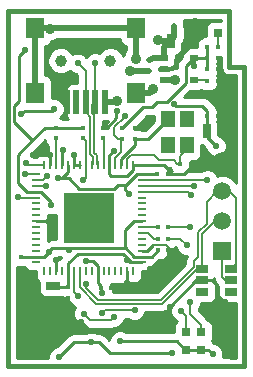
<source format=gtl>
G04 (created by PCBNEW-RS274X (2010-05-05 BZR 2356)-stable) date 2010年10月27日 星期三 23时04分44秒*
G01*
G70*
G90*
%MOIN*%
G04 Gerber Fmt 3.4, Leading zero omitted, Abs format*
%FSLAX34Y34*%
G04 APERTURE LIST*
%ADD10C,0.006000*%
%ADD11C,0.015000*%
%ADD12R,0.031400X0.031400*%
%ADD13R,0.009800X0.031500*%
%ADD14R,0.031500X0.009800*%
%ADD15R,0.171300X0.171300*%
%ADD16R,0.018100X0.018100*%
%ADD17R,0.025000X0.045000*%
%ADD18R,0.045000X0.025000*%
%ADD19R,0.030000X0.020000*%
%ADD20R,0.039400X0.027600*%
%ADD21R,0.019700X0.078700*%
%ADD22R,0.063000X0.070900*%
%ADD23C,0.039400*%
%ADD24R,0.045300X0.055100*%
%ADD25R,0.059100X0.059100*%
%ADD26C,0.059100*%
%ADD27C,0.022000*%
%ADD28C,0.035000*%
%ADD29C,0.010000*%
%ADD30C,0.020000*%
G04 APERTURE END LIST*
G54D10*
G54D11*
X47244Y-41220D02*
X47244Y-41220D01*
X46732Y-41221D02*
X47244Y-41221D01*
X46732Y-39370D02*
X46732Y-41220D01*
X39370Y-51181D02*
X39370Y-39370D01*
X47244Y-51181D02*
X39370Y-51181D01*
X47244Y-41220D02*
X47244Y-51181D01*
X39370Y-39370D02*
X46732Y-39370D01*
G54D12*
X46375Y-40080D03*
X45785Y-40080D03*
X45800Y-50645D03*
X45800Y-50055D03*
X45300Y-50645D03*
X45300Y-50055D03*
G54D13*
X43530Y-44490D03*
X43333Y-44490D03*
X43136Y-44490D03*
X42939Y-44490D03*
X42743Y-44490D03*
X42546Y-44490D03*
X42349Y-44490D03*
X42152Y-44490D03*
X41955Y-44490D03*
X41758Y-44490D03*
X41561Y-44490D03*
X41365Y-44490D03*
X41168Y-44490D03*
X40971Y-44490D03*
X40774Y-44490D03*
X40577Y-44490D03*
G54D14*
X40282Y-44785D03*
X40282Y-44982D03*
X40282Y-45179D03*
X40282Y-45376D03*
X40282Y-45573D03*
X40282Y-45770D03*
X40282Y-45966D03*
X40282Y-46163D03*
X40282Y-46360D03*
X40282Y-46557D03*
X40282Y-46754D03*
X40282Y-46951D03*
X40282Y-47147D03*
X40282Y-47344D03*
X40282Y-47541D03*
X40282Y-47738D03*
G54D13*
X40577Y-48033D03*
X40774Y-48033D03*
X40971Y-48033D03*
X41168Y-48033D03*
X41365Y-48033D03*
X41561Y-48033D03*
X41758Y-48033D03*
X41955Y-48033D03*
X42152Y-48033D03*
X42349Y-48033D03*
X42546Y-48033D03*
X42743Y-48033D03*
X42939Y-48033D03*
X43136Y-48033D03*
X43333Y-48033D03*
X43530Y-48033D03*
G54D14*
X43825Y-47738D03*
X43825Y-47541D03*
X43825Y-47344D03*
X43825Y-47147D03*
X43825Y-46951D03*
X43825Y-46754D03*
X43825Y-46557D03*
X43825Y-46360D03*
X43825Y-46163D03*
X43825Y-45966D03*
X43825Y-45770D03*
X43825Y-45573D03*
X43825Y-45376D03*
X43825Y-45179D03*
X43825Y-44982D03*
X43825Y-44785D03*
G54D15*
X42054Y-46262D03*
G54D16*
X45110Y-44440D03*
X45460Y-44440D03*
X43587Y-43618D03*
X43587Y-43268D03*
X44050Y-41350D03*
X44050Y-41000D03*
X44710Y-46950D03*
X44360Y-46950D03*
X44710Y-46570D03*
X44360Y-46570D03*
X46010Y-41300D03*
X46360Y-41300D03*
X46010Y-40920D03*
X46360Y-40920D03*
X44900Y-39840D03*
X45250Y-39840D03*
X42450Y-48580D03*
X42800Y-48580D03*
X44360Y-47330D03*
X44710Y-47330D03*
X39780Y-47560D03*
X39780Y-47910D03*
X41360Y-48570D03*
X41360Y-48920D03*
X44340Y-44790D03*
X44690Y-44790D03*
X43169Y-43268D03*
X43169Y-43618D03*
X41870Y-43248D03*
X41870Y-43598D03*
X46360Y-40540D03*
X46010Y-40540D03*
X46010Y-42850D03*
X46360Y-42850D03*
X46010Y-41680D03*
X46360Y-41680D03*
G54D17*
X44780Y-40340D03*
X45380Y-40340D03*
X45980Y-43350D03*
X46580Y-43350D03*
G54D18*
X40870Y-48530D03*
X40870Y-49130D03*
G54D19*
X44550Y-40915D03*
X44550Y-41665D03*
X45550Y-40915D03*
X44550Y-41290D03*
X45550Y-41665D03*
G54D20*
X45840Y-47960D03*
X45840Y-48335D03*
X45840Y-48708D03*
X46784Y-48710D03*
X46784Y-48332D03*
X46784Y-47960D03*
G54D21*
X41320Y-42393D03*
X41635Y-42393D03*
X41950Y-42393D03*
X42265Y-42393D03*
X42580Y-42393D03*
G54D22*
X40257Y-42078D03*
X43643Y-42078D03*
X40257Y-39933D03*
X43643Y-39933D03*
G54D23*
X41123Y-41015D03*
X42777Y-41015D03*
G54D16*
X40949Y-43598D03*
X40949Y-43248D03*
X42539Y-43602D03*
X42539Y-43252D03*
G54D24*
X44690Y-42970D03*
X44690Y-43836D03*
X45320Y-43836D03*
X45320Y-42970D03*
G54D25*
X46496Y-47366D03*
G54D26*
X46496Y-46366D03*
X46496Y-45366D03*
X46496Y-44366D03*
G54D27*
X43400Y-45440D03*
X43330Y-47650D03*
X41040Y-44930D03*
X39941Y-40650D03*
X45550Y-41190D03*
X42510Y-48760D03*
X41410Y-47320D03*
X41960Y-47680D03*
X40720Y-47400D03*
X43090Y-50360D03*
X46180Y-50780D03*
X40810Y-45810D03*
G54D28*
X44940Y-41670D03*
X44360Y-40310D03*
G54D27*
X41680Y-41100D03*
X46010Y-44990D03*
X45460Y-45480D03*
X45560Y-45190D03*
X39950Y-44430D03*
X39940Y-44780D03*
X40620Y-45180D03*
X41970Y-48440D03*
X41690Y-48860D03*
X41890Y-49440D03*
X42900Y-49550D03*
X43580Y-49320D03*
X42500Y-49430D03*
X40650Y-44870D03*
X42260Y-41090D03*
G54D28*
X43430Y-41360D03*
X43010Y-42340D03*
G54D27*
X45591Y-39705D03*
X44094Y-43110D03*
X45000Y-41024D03*
X45866Y-42126D03*
X40180Y-44150D03*
X41180Y-43980D03*
X44110Y-47960D03*
X44760Y-49210D03*
X42880Y-44010D03*
X40770Y-44160D03*
X41560Y-44170D03*
X42980Y-42690D03*
X40990Y-42120D03*
X46590Y-49070D03*
X43330Y-48430D03*
X40820Y-46830D03*
X40970Y-47670D03*
X40400Y-48880D03*
X39850Y-49300D03*
X41810Y-49730D03*
X41870Y-45000D03*
X43248Y-42854D03*
X45420Y-46570D03*
X45430Y-49070D03*
X45120Y-49340D03*
X45320Y-47170D03*
X39690Y-45570D03*
G54D28*
X40768Y-39941D03*
X43620Y-40940D03*
X44210Y-41950D03*
G54D27*
X39810Y-42790D03*
X44890Y-42470D03*
X44840Y-50760D03*
X41070Y-50880D03*
X42140Y-50400D03*
X40890Y-42630D03*
X46290Y-43850D03*
G54D29*
X43825Y-44785D02*
X43655Y-44785D01*
X43300Y-45140D02*
X43250Y-45140D01*
X43655Y-44785D02*
X43300Y-45140D01*
X41040Y-44930D02*
X41380Y-44930D01*
X42880Y-45290D02*
X43030Y-45140D01*
X41740Y-45290D02*
X42880Y-45290D01*
X41380Y-44930D02*
X41740Y-45290D01*
X43250Y-45140D02*
X43250Y-45290D01*
X43250Y-45290D02*
X43400Y-45440D01*
X43330Y-47650D02*
X43418Y-47738D01*
X43418Y-47738D02*
X43825Y-47738D01*
X43030Y-45140D02*
X43250Y-45140D01*
X41365Y-48033D02*
X41365Y-47765D01*
X41365Y-47765D02*
X41680Y-47450D01*
X41680Y-47450D02*
X43210Y-47450D01*
X43210Y-47450D02*
X43498Y-47738D01*
X43498Y-47738D02*
X43825Y-47738D01*
X41365Y-44490D02*
X41365Y-44715D01*
X41150Y-44930D02*
X41040Y-44930D01*
X41365Y-44715D02*
X41150Y-44930D01*
X43825Y-44785D02*
X44335Y-44785D01*
X44335Y-44785D02*
X44340Y-44790D01*
X41360Y-48570D02*
X40910Y-48570D01*
X40910Y-48570D02*
X40870Y-48530D01*
X41365Y-48033D02*
X41365Y-48565D01*
X41365Y-48565D02*
X41360Y-48570D01*
X39764Y-40866D02*
X39740Y-40866D01*
X39749Y-40851D02*
X39764Y-40866D01*
X39740Y-40851D02*
X39749Y-40851D01*
X39941Y-40650D02*
X39740Y-40851D01*
X39740Y-40866D02*
X39740Y-42360D01*
X40170Y-43670D02*
X39570Y-43070D01*
X39570Y-42530D02*
X39570Y-43070D01*
X39740Y-42360D02*
X39570Y-42530D01*
X45300Y-50645D02*
X45800Y-50645D01*
X45550Y-40915D02*
X45550Y-41190D01*
X42450Y-48580D02*
X42450Y-48700D01*
X42450Y-48700D02*
X42510Y-48760D01*
X40949Y-43248D02*
X40590Y-43250D01*
X40590Y-43250D02*
X40170Y-43670D01*
X39996Y-45376D02*
X40282Y-45376D01*
X40170Y-43670D02*
X39700Y-44140D01*
X39700Y-44140D02*
X39700Y-45080D01*
X39700Y-45080D02*
X39996Y-45376D01*
X42349Y-48033D02*
X42349Y-47849D01*
X41410Y-47320D02*
X41410Y-47270D01*
X42180Y-47680D02*
X41960Y-47680D01*
X42349Y-47849D02*
X42180Y-47680D01*
X41410Y-47270D02*
X41410Y-47260D01*
X43825Y-46360D02*
X43550Y-46360D01*
X43250Y-46660D02*
X43250Y-47270D01*
X43550Y-46360D02*
X43250Y-46660D01*
X40949Y-43248D02*
X41870Y-43248D01*
X40720Y-47400D02*
X40569Y-47541D01*
X40569Y-47541D02*
X40282Y-47541D01*
X43551Y-47541D02*
X43825Y-47541D01*
X40569Y-47541D02*
X40840Y-47270D01*
X40840Y-47270D02*
X41410Y-47270D01*
X41410Y-47270D02*
X43250Y-47270D01*
X43250Y-47270D02*
X43280Y-47270D01*
X43280Y-47270D02*
X43551Y-47541D01*
X45300Y-50645D02*
X45265Y-50645D01*
X44980Y-50360D02*
X43090Y-50360D01*
X45265Y-50645D02*
X44980Y-50360D01*
X42349Y-48033D02*
X42349Y-48429D01*
X42450Y-48530D02*
X42450Y-48580D01*
X42349Y-48429D02*
X42450Y-48530D01*
X45300Y-50645D02*
X46040Y-50645D01*
X46040Y-50645D02*
X46125Y-50730D01*
X46125Y-50730D02*
X46180Y-50780D01*
X40282Y-45376D02*
X40476Y-45376D01*
X40810Y-45710D02*
X40810Y-45810D01*
X40476Y-45376D02*
X40810Y-45710D01*
X40282Y-47541D02*
X39799Y-47541D01*
X39799Y-47541D02*
X39780Y-47560D01*
X45550Y-40915D02*
X45550Y-40930D01*
X43500Y-42930D02*
X43169Y-43268D01*
X43870Y-42560D02*
X43500Y-42930D01*
X44160Y-42560D02*
X43870Y-42560D01*
X44340Y-42380D02*
X44160Y-42560D01*
X44650Y-42380D02*
X44340Y-42380D01*
X45280Y-41750D02*
X44650Y-42380D01*
X45280Y-41200D02*
X45280Y-41750D01*
X45550Y-40930D02*
X45280Y-41200D01*
X46010Y-40920D02*
X45555Y-40920D01*
X45555Y-40920D02*
X45550Y-40915D01*
X46010Y-40540D02*
X46010Y-40920D01*
X46010Y-40920D02*
X46010Y-41300D01*
X43825Y-47541D02*
X44149Y-47541D01*
X44149Y-47541D02*
X44360Y-47330D01*
G54D30*
X44780Y-40340D02*
X44390Y-40340D01*
X44935Y-41665D02*
X44550Y-41665D01*
X44940Y-41670D02*
X44935Y-41665D01*
X44390Y-40340D02*
X44360Y-40310D01*
X44780Y-40340D02*
X44760Y-40340D01*
X44550Y-40550D02*
X44550Y-40915D01*
X44760Y-40340D02*
X44550Y-40550D01*
X44900Y-39840D02*
X44900Y-40220D01*
X44900Y-40220D02*
X44780Y-40340D01*
X44050Y-41000D02*
X44110Y-41000D01*
X44110Y-41000D02*
X44195Y-40915D01*
X44195Y-40915D02*
X44550Y-40915D01*
G54D10*
X42110Y-44130D02*
X42110Y-42877D01*
X42110Y-44130D02*
X42200Y-44220D01*
X42200Y-44220D02*
X42200Y-44442D01*
X42152Y-44490D02*
X42200Y-44442D01*
X41950Y-42717D02*
X41950Y-42393D01*
X42110Y-42877D02*
X41950Y-42717D01*
X41950Y-41370D02*
X41950Y-42393D01*
X41680Y-41100D02*
X41950Y-41370D01*
X46002Y-44982D02*
X46010Y-44990D01*
X46002Y-44982D02*
X43825Y-44982D01*
X43825Y-45376D02*
X45356Y-45376D01*
X45356Y-45376D02*
X45460Y-45480D01*
X43825Y-45179D02*
X45529Y-45179D01*
X45529Y-45179D02*
X45560Y-45190D01*
X41758Y-48568D02*
X42300Y-49110D01*
X44510Y-49110D02*
X44930Y-48690D01*
X42300Y-49110D02*
X44510Y-49110D01*
X45660Y-47960D02*
X45840Y-47960D01*
X44850Y-48770D02*
X44930Y-48690D01*
X44930Y-48690D02*
X45660Y-47960D01*
X41758Y-48568D02*
X41758Y-48033D01*
X46496Y-46366D02*
X46264Y-46366D01*
X45840Y-46790D02*
X45840Y-47960D01*
X46264Y-46366D02*
X45840Y-46790D01*
X40577Y-44490D02*
X40010Y-44490D01*
X40010Y-44490D02*
X39950Y-44430D01*
X40282Y-44785D02*
X39945Y-44785D01*
X39945Y-44785D02*
X39940Y-44780D01*
X40619Y-45179D02*
X40282Y-45179D01*
X40620Y-45180D02*
X40619Y-45179D01*
X41970Y-48440D02*
X41970Y-48594D01*
X45550Y-47890D02*
X45550Y-47700D01*
X44454Y-48986D02*
X45550Y-47890D01*
X42362Y-48986D02*
X44454Y-48986D01*
X41970Y-48594D02*
X42362Y-48986D01*
X46344Y-45366D02*
X45990Y-45720D01*
X45990Y-45720D02*
X45990Y-46440D01*
X45990Y-46440D02*
X45700Y-46730D01*
X45700Y-46730D02*
X45700Y-47550D01*
X45700Y-47550D02*
X45550Y-47700D01*
X46496Y-45366D02*
X46344Y-45366D01*
X41561Y-48731D02*
X41561Y-48033D01*
X41690Y-48860D02*
X41561Y-48731D01*
X46496Y-45366D02*
X46726Y-45366D01*
X46950Y-47794D02*
X46784Y-47960D01*
X46950Y-45590D02*
X46950Y-47794D01*
X46726Y-45366D02*
X46950Y-45590D01*
X41890Y-49440D02*
X42110Y-49660D01*
X42110Y-49660D02*
X42440Y-49660D01*
X42450Y-49670D02*
X42450Y-49660D01*
X42440Y-49660D02*
X42450Y-49670D01*
X42710Y-49650D02*
X42710Y-49660D01*
X42110Y-49660D02*
X42450Y-49660D01*
X42450Y-49660D02*
X42710Y-49660D01*
X42900Y-49550D02*
X42790Y-49660D01*
X42790Y-49660D02*
X42720Y-49660D01*
X42720Y-49660D02*
X42710Y-49650D01*
X42600Y-49330D02*
X42500Y-49430D01*
X43580Y-49320D02*
X43590Y-49330D01*
X43590Y-49330D02*
X42600Y-49330D01*
X40290Y-44990D02*
X40282Y-44982D01*
X40530Y-44990D02*
X40290Y-44990D01*
X40650Y-44870D02*
X40530Y-44990D01*
X42232Y-42862D02*
X42232Y-42827D01*
X42165Y-42493D02*
X42265Y-42393D01*
X42165Y-42760D02*
X42165Y-42493D01*
X42232Y-42827D02*
X42165Y-42760D01*
X42232Y-44080D02*
X42232Y-42862D01*
X42232Y-44080D02*
X42322Y-44170D01*
X42322Y-44170D02*
X42322Y-44442D01*
X42322Y-44442D02*
X42349Y-44469D01*
X42349Y-44490D02*
X42349Y-44469D01*
X42265Y-41095D02*
X42265Y-42393D01*
X42260Y-41090D02*
X42265Y-41095D01*
G54D30*
X43440Y-41350D02*
X44050Y-41350D01*
X43430Y-41360D02*
X43440Y-41350D01*
X42580Y-42393D02*
X42957Y-42393D01*
X42957Y-42393D02*
X43010Y-42340D01*
G54D10*
X46784Y-48332D02*
X46592Y-48332D01*
X46496Y-48236D02*
X46496Y-47366D01*
X46592Y-48332D02*
X46496Y-48236D01*
G54D29*
X45253Y-39843D02*
X45250Y-39840D01*
X45453Y-39843D02*
X45253Y-39843D01*
X45591Y-39705D02*
X45453Y-39843D01*
X43587Y-43268D02*
X43936Y-43268D01*
X43936Y-43268D02*
X44094Y-43110D01*
X42970Y-42700D02*
X42970Y-42935D01*
X42653Y-43252D02*
X42539Y-43252D01*
X42970Y-42935D02*
X42653Y-43252D01*
X46360Y-42126D02*
X45866Y-42126D01*
X46360Y-42126D02*
X46378Y-42126D01*
X40770Y-44160D02*
X40190Y-44160D01*
X40190Y-44160D02*
X40180Y-44150D01*
X41168Y-44490D02*
X41168Y-43992D01*
X41168Y-43992D02*
X41180Y-43980D01*
X45840Y-48335D02*
X45635Y-48335D01*
X44400Y-47670D02*
X44710Y-47670D01*
X44110Y-47960D02*
X44400Y-47670D01*
X45635Y-48335D02*
X44760Y-49210D01*
X42743Y-44490D02*
X42743Y-44147D01*
X42743Y-44147D02*
X42880Y-44010D01*
X43530Y-44490D02*
X43530Y-44670D01*
X42743Y-44803D02*
X42743Y-44490D01*
X42810Y-44870D02*
X42743Y-44803D01*
X43330Y-44870D02*
X42810Y-44870D01*
X43530Y-44670D02*
X43330Y-44870D01*
X41561Y-44490D02*
X41561Y-44171D01*
X40774Y-44164D02*
X40774Y-44490D01*
X40770Y-44160D02*
X40774Y-44164D01*
X41561Y-44171D02*
X41560Y-44170D01*
X41561Y-44490D02*
X41758Y-44490D01*
X44550Y-41290D02*
X44820Y-41290D01*
X44820Y-41290D02*
X45000Y-41110D01*
X45000Y-41110D02*
X45000Y-41024D01*
X45380Y-40570D02*
X45380Y-40340D01*
X45000Y-41024D02*
X45000Y-40950D01*
X45000Y-40950D02*
X45380Y-40570D01*
X42970Y-42700D02*
X42980Y-42690D01*
X41320Y-42393D02*
X41263Y-42393D01*
X41263Y-42393D02*
X40990Y-42120D01*
X45840Y-48335D02*
X46145Y-48335D01*
X46360Y-48840D02*
X46590Y-49070D01*
X46360Y-48550D02*
X46360Y-48840D01*
X46145Y-48335D02*
X46360Y-48550D01*
X43825Y-47344D02*
X43996Y-47344D01*
X44710Y-47210D02*
X44710Y-47330D01*
G54D10*
X44640Y-47140D02*
X44710Y-47210D01*
X44200Y-47140D02*
X44640Y-47140D01*
G54D29*
X43996Y-47344D02*
X44200Y-47140D01*
X44710Y-47330D02*
X44710Y-47670D01*
X44710Y-47670D02*
X44710Y-48010D01*
X44710Y-48010D02*
X44290Y-48430D01*
X44290Y-48430D02*
X43330Y-48430D01*
X43330Y-48430D02*
X43330Y-48460D01*
X43210Y-48580D02*
X42800Y-48580D01*
X43330Y-48460D02*
X43210Y-48580D01*
X43333Y-48427D02*
X43333Y-48033D01*
X43330Y-48430D02*
X43333Y-48427D01*
X40282Y-46360D02*
X40640Y-46360D01*
X40820Y-46540D02*
X40820Y-46830D01*
X40640Y-46360D02*
X40820Y-46540D01*
X39780Y-47910D02*
X39780Y-48260D01*
X39780Y-48260D02*
X40400Y-48880D01*
X40971Y-48033D02*
X40971Y-47671D01*
X40971Y-47671D02*
X40970Y-47670D01*
X40650Y-49130D02*
X40870Y-49130D01*
X40400Y-48880D02*
X40650Y-49130D01*
X40870Y-49130D02*
X41150Y-49130D01*
X41150Y-49130D02*
X41360Y-48920D01*
X40870Y-49130D02*
X40020Y-49130D01*
X40020Y-49130D02*
X39850Y-49300D01*
X41360Y-48920D02*
X41360Y-49440D01*
X41360Y-49440D02*
X41650Y-49730D01*
X41650Y-49730D02*
X41810Y-49730D01*
X43530Y-44490D02*
X44570Y-44490D01*
X44690Y-44610D02*
X44690Y-44790D01*
X44570Y-44490D02*
X44690Y-44610D01*
X45460Y-44440D02*
X46422Y-44440D01*
X46422Y-44440D02*
X46496Y-44366D01*
X44690Y-44790D02*
X45240Y-44790D01*
X45440Y-44460D02*
X45460Y-44440D01*
X45440Y-44590D02*
X45440Y-44460D01*
X45240Y-44790D02*
X45440Y-44590D01*
X46580Y-43350D02*
X46580Y-43360D01*
X46580Y-43360D02*
X46740Y-43520D01*
X46740Y-43520D02*
X46740Y-44122D01*
X46740Y-44122D02*
X46496Y-44366D01*
X46360Y-41680D02*
X46360Y-42126D01*
X46360Y-42126D02*
X46360Y-42850D01*
X46360Y-42850D02*
X46580Y-43070D01*
X46580Y-43070D02*
X46580Y-43350D01*
X46360Y-40920D02*
X46360Y-41300D01*
X46360Y-41300D02*
X46360Y-41680D01*
X45785Y-40080D02*
X45785Y-40185D01*
X45630Y-40340D02*
X45380Y-40340D01*
X45785Y-40185D02*
X45630Y-40340D01*
X45250Y-39840D02*
X45280Y-39840D01*
X45380Y-39940D02*
X45380Y-40340D01*
X45280Y-39840D02*
X45380Y-39940D01*
G54D10*
X41955Y-44490D02*
X41955Y-43683D01*
X41955Y-43683D02*
X41870Y-43598D01*
X41955Y-44490D02*
X41955Y-44915D01*
X41955Y-44915D02*
X41870Y-45000D01*
X43248Y-42854D02*
X43248Y-42874D01*
X43027Y-43618D02*
X43169Y-43618D01*
X42894Y-43485D02*
X43027Y-43618D01*
X42894Y-43228D02*
X42894Y-43485D01*
X43248Y-42874D02*
X42894Y-43228D01*
X43133Y-44057D02*
X43133Y-43654D01*
X43133Y-43654D02*
X43169Y-43618D01*
X42939Y-44490D02*
X42939Y-44251D01*
X42939Y-44251D02*
X43133Y-44057D01*
X46375Y-40080D02*
X46375Y-40525D01*
X46375Y-40525D02*
X46360Y-40540D01*
X42546Y-44490D02*
X42546Y-43609D01*
X42546Y-43609D02*
X42539Y-43602D01*
X43825Y-46557D02*
X44347Y-46557D01*
X44347Y-46557D02*
X44360Y-46570D01*
X44710Y-46570D02*
X45420Y-46570D01*
X45435Y-49445D02*
X45800Y-49810D01*
X45435Y-49075D02*
X45435Y-49445D01*
X45430Y-49070D02*
X45435Y-49075D01*
X45800Y-49810D02*
X45800Y-50055D01*
X43825Y-46754D02*
X44034Y-46754D01*
X44230Y-46950D02*
X44360Y-46950D01*
X44034Y-46754D02*
X44230Y-46950D01*
X40971Y-44490D02*
X40971Y-43620D01*
X40971Y-43620D02*
X40949Y-43598D01*
X44390Y-44310D02*
X44880Y-44310D01*
X45010Y-44440D02*
X45110Y-44440D01*
X44880Y-44310D02*
X45010Y-44440D01*
X43333Y-44277D02*
X43333Y-44490D01*
X43470Y-44140D02*
X43333Y-44277D01*
X44220Y-44140D02*
X43470Y-44140D01*
X44390Y-44310D02*
X44220Y-44140D01*
X45320Y-43836D02*
X45320Y-43980D01*
X45110Y-44190D02*
X45110Y-44440D01*
X45320Y-43980D02*
X45110Y-44190D01*
G54D29*
X43587Y-43618D02*
X44042Y-43618D01*
X44042Y-43618D02*
X44690Y-42970D01*
X43587Y-43618D02*
X43587Y-43823D01*
X43587Y-43823D02*
X43136Y-44274D01*
X43136Y-44274D02*
X43136Y-44490D01*
G54D10*
X45550Y-41665D02*
X45995Y-41665D01*
X45995Y-41665D02*
X46010Y-41680D01*
X44710Y-46950D02*
X45100Y-46950D01*
X45300Y-49520D02*
X45300Y-50055D01*
X45120Y-49340D02*
X45300Y-49520D01*
X45100Y-46950D02*
X45320Y-47170D01*
X39693Y-45573D02*
X39690Y-45570D01*
X39693Y-45573D02*
X40282Y-45573D01*
G54D30*
X41010Y-39933D02*
X40257Y-39933D01*
X40768Y-39941D02*
X41010Y-39933D01*
X43643Y-40917D02*
X43620Y-40940D01*
X43643Y-40917D02*
X43643Y-39933D01*
X44082Y-42078D02*
X43643Y-42078D01*
X44210Y-41950D02*
X44082Y-42078D01*
X43643Y-39933D02*
X40257Y-39933D01*
X40257Y-39933D02*
X40257Y-40860D01*
X40257Y-40860D02*
X40257Y-42078D01*
G54D29*
X40840Y-42680D02*
X39920Y-42680D01*
X39920Y-42680D02*
X39810Y-42790D01*
X46010Y-42680D02*
X46010Y-42850D01*
X45840Y-42510D02*
X46010Y-42680D01*
X44930Y-42510D02*
X45840Y-42510D01*
X44890Y-42470D02*
X44930Y-42510D01*
X44840Y-50760D02*
X42760Y-50760D01*
X42400Y-50400D02*
X42140Y-50400D01*
X42760Y-50760D02*
X42400Y-50400D01*
X41550Y-50400D02*
X42140Y-50400D01*
X41070Y-50880D02*
X41550Y-50400D01*
X40890Y-42630D02*
X40840Y-42680D01*
X46290Y-43850D02*
X45980Y-43540D01*
X45980Y-43540D02*
X45980Y-43350D01*
X46010Y-42850D02*
X46010Y-43320D01*
X46010Y-43320D02*
X45980Y-43350D01*
X46221Y-48265D02*
X46221Y-48265D01*
X46146Y-48345D02*
X46238Y-48345D01*
X46244Y-48425D02*
X46291Y-48425D01*
X46280Y-48505D02*
X46338Y-48505D01*
X46286Y-48585D02*
X46338Y-48585D01*
X46286Y-48665D02*
X46338Y-48665D01*
X46286Y-48745D02*
X46338Y-48745D01*
X46286Y-48825D02*
X46338Y-48825D01*
X46282Y-48905D02*
X46341Y-48905D01*
X46248Y-48985D02*
X46374Y-48985D01*
X46158Y-49065D02*
X46460Y-49065D01*
X45788Y-49145D02*
X46969Y-49145D01*
X45755Y-49225D02*
X46969Y-49225D01*
X45715Y-49305D02*
X46969Y-49305D01*
X45771Y-49385D02*
X46969Y-49385D01*
X45851Y-49465D02*
X46969Y-49465D01*
X45931Y-49545D02*
X46969Y-49545D01*
X46007Y-49625D02*
X46969Y-49625D01*
X46116Y-49705D02*
X46969Y-49705D01*
X46180Y-49785D02*
X46969Y-49785D01*
X46206Y-49865D02*
X46969Y-49865D01*
X46206Y-49945D02*
X46969Y-49945D01*
X46206Y-50025D02*
X46969Y-50025D01*
X46206Y-50105D02*
X46969Y-50105D01*
X46206Y-50185D02*
X46969Y-50185D01*
X46204Y-50265D02*
X46969Y-50265D01*
X46171Y-50345D02*
X46969Y-50345D01*
X46264Y-50425D02*
X46969Y-50425D01*
X46414Y-50505D02*
X46969Y-50505D01*
X46489Y-50585D02*
X46969Y-50585D01*
X46522Y-50665D02*
X46969Y-50665D01*
X46540Y-50745D02*
X46969Y-50745D01*
X46540Y-50825D02*
X46969Y-50825D01*
X46517Y-50905D02*
X46969Y-50905D01*
X39645Y-47899D02*
X39902Y-47899D01*
X39645Y-47979D02*
X39965Y-47979D01*
X39645Y-48059D02*
X40279Y-48059D01*
X39645Y-48139D02*
X40279Y-48139D01*
X39645Y-48219D02*
X40279Y-48219D01*
X39645Y-48299D02*
X40303Y-48299D01*
X39645Y-48379D02*
X40365Y-48379D01*
X39645Y-48459D02*
X40396Y-48459D01*
X39645Y-48539D02*
X40396Y-48539D01*
X39645Y-48619D02*
X40396Y-48619D01*
X39645Y-48699D02*
X40396Y-48699D01*
X39645Y-48779D02*
X40426Y-48779D01*
X39645Y-48859D02*
X40497Y-48859D01*
X39645Y-48939D02*
X41333Y-48939D01*
X39645Y-49019D02*
X41366Y-49019D01*
X39645Y-49099D02*
X41420Y-49099D01*
X39645Y-49179D02*
X41519Y-49179D01*
X39645Y-49259D02*
X41576Y-49259D01*
X44756Y-49259D02*
X44764Y-49259D01*
X39645Y-49339D02*
X41543Y-49339D01*
X44661Y-49339D02*
X44760Y-49339D01*
X39645Y-49419D02*
X41530Y-49419D01*
X43928Y-49419D02*
X44763Y-49419D01*
X39645Y-49499D02*
X41530Y-49499D01*
X43895Y-49499D02*
X44796Y-49499D01*
X39645Y-49579D02*
X41558Y-49579D01*
X43829Y-49579D02*
X44850Y-49579D01*
X39645Y-49659D02*
X41600Y-49659D01*
X43244Y-49659D02*
X43457Y-49659D01*
X43701Y-49659D02*
X44950Y-49659D01*
X39645Y-49739D02*
X41680Y-49739D01*
X43211Y-49739D02*
X44950Y-49739D01*
X39645Y-49819D02*
X41872Y-49819D01*
X43139Y-49819D02*
X44907Y-49819D01*
X39645Y-49899D02*
X41972Y-49899D01*
X42997Y-49899D02*
X44894Y-49899D01*
X39645Y-49979D02*
X44894Y-49979D01*
X39645Y-50059D02*
X42024Y-50059D01*
X42258Y-50059D02*
X42883Y-50059D01*
X43298Y-50059D02*
X44894Y-50059D01*
X39645Y-50139D02*
X41411Y-50139D01*
X42539Y-50139D02*
X42803Y-50139D01*
X39645Y-50219D02*
X41306Y-50219D01*
X42643Y-50219D02*
X42759Y-50219D01*
X39645Y-50299D02*
X41226Y-50299D01*
X42723Y-50299D02*
X42730Y-50299D01*
X39645Y-50379D02*
X41146Y-50379D01*
X39645Y-50459D02*
X41066Y-50459D01*
X39645Y-50539D02*
X40954Y-50539D01*
X39645Y-50619D02*
X40823Y-50619D01*
X39645Y-50699D02*
X40756Y-50699D01*
X39645Y-50779D02*
X40723Y-50779D01*
X39645Y-50859D02*
X40710Y-50859D01*
X44960Y-47232D02*
X44960Y-47232D01*
X44699Y-47312D02*
X44989Y-47312D01*
X44699Y-47392D02*
X45033Y-47392D01*
X44698Y-47472D02*
X45113Y-47472D01*
X44664Y-47552D02*
X45319Y-47552D01*
X44588Y-47632D02*
X45284Y-47632D01*
X44401Y-47712D02*
X45270Y-47712D01*
X44302Y-47792D02*
X45252Y-47792D01*
X44216Y-47872D02*
X45172Y-47872D01*
X44169Y-47952D02*
X45092Y-47952D01*
X44040Y-48032D02*
X45012Y-48032D01*
X43828Y-48112D02*
X44932Y-48112D01*
X43828Y-48192D02*
X44852Y-48192D01*
X43814Y-48272D02*
X44772Y-48272D01*
X43769Y-48352D02*
X44692Y-48352D01*
X43250Y-48432D02*
X43414Y-48432D01*
X43644Y-48432D02*
X44612Y-48432D01*
X42789Y-48512D02*
X44532Y-48512D01*
X42830Y-48592D02*
X44452Y-48592D01*
X42863Y-48672D02*
X44372Y-48672D01*
X41039Y-47570D02*
X41141Y-47570D01*
X40977Y-47650D02*
X41015Y-47650D01*
X40949Y-46141D02*
X40949Y-46141D01*
X40688Y-46221D02*
X40949Y-46221D01*
X40671Y-46301D02*
X40949Y-46301D01*
X40656Y-46381D02*
X40949Y-46381D01*
X40688Y-46461D02*
X40949Y-46461D01*
X40688Y-46541D02*
X40949Y-46541D01*
X40688Y-46621D02*
X40949Y-46621D01*
X40688Y-46701D02*
X40949Y-46701D01*
X40688Y-46781D02*
X40949Y-46781D01*
X40688Y-46861D02*
X40949Y-46861D01*
X40688Y-46941D02*
X40949Y-46941D01*
X46349Y-40879D02*
X46457Y-40879D01*
X46349Y-40959D02*
X46457Y-40959D01*
X46349Y-41039D02*
X46457Y-41039D01*
X46332Y-41119D02*
X46457Y-41119D01*
X46349Y-41199D02*
X46457Y-41199D01*
X46349Y-41279D02*
X46468Y-41279D01*
X46349Y-41359D02*
X46500Y-41359D01*
X46349Y-41439D02*
X46573Y-41439D01*
X46340Y-41519D02*
X46969Y-41519D01*
X46349Y-41599D02*
X46969Y-41599D01*
X46349Y-41679D02*
X46969Y-41679D01*
X46349Y-41759D02*
X46969Y-41759D01*
X46341Y-41839D02*
X46969Y-41839D01*
X46303Y-41919D02*
X46969Y-41919D01*
X45784Y-41999D02*
X45822Y-41999D01*
X46197Y-41999D02*
X46969Y-41999D01*
X45375Y-42079D02*
X46969Y-42079D01*
X45295Y-42159D02*
X46969Y-42159D01*
X45964Y-42239D02*
X46969Y-42239D01*
X46073Y-42319D02*
X46969Y-42319D01*
X46153Y-42399D02*
X46969Y-42399D01*
X46230Y-42479D02*
X46969Y-42479D01*
X46283Y-42559D02*
X46969Y-42559D01*
X46320Y-42639D02*
X46969Y-42639D01*
X46349Y-42719D02*
X46969Y-42719D01*
X46349Y-42799D02*
X46969Y-42799D01*
X46349Y-42879D02*
X46969Y-42879D01*
X46349Y-42959D02*
X46969Y-42959D01*
X46339Y-43039D02*
X46969Y-43039D01*
X46353Y-43119D02*
X46969Y-43119D01*
X46353Y-43199D02*
X46969Y-43199D01*
X46353Y-43279D02*
X46969Y-43279D01*
X46353Y-43359D02*
X46969Y-43359D01*
X46353Y-43439D02*
X46969Y-43439D01*
X46432Y-43519D02*
X46969Y-43519D01*
X46548Y-43599D02*
X46969Y-43599D01*
X46609Y-43679D02*
X46969Y-43679D01*
X46642Y-43759D02*
X46969Y-43759D01*
X45795Y-43839D02*
X45855Y-43839D01*
X46650Y-43839D02*
X46969Y-43839D01*
X45795Y-43919D02*
X45930Y-43919D01*
X46650Y-43919D02*
X46969Y-43919D01*
X45795Y-43999D02*
X45962Y-43999D01*
X46617Y-43999D02*
X46969Y-43999D01*
X45795Y-44079D02*
X46010Y-44079D01*
X46569Y-44079D02*
X46969Y-44079D01*
X45795Y-44159D02*
X46095Y-44159D01*
X46483Y-44159D02*
X46969Y-44159D01*
X45762Y-44239D02*
X46969Y-44239D01*
X45690Y-44319D02*
X46969Y-44319D01*
X45449Y-44399D02*
X46969Y-44399D01*
X45449Y-44479D02*
X46969Y-44479D01*
X45449Y-44559D02*
X46969Y-44559D01*
X45424Y-44639D02*
X45918Y-44639D01*
X46104Y-44639D02*
X46969Y-44639D01*
X46248Y-44719D02*
X46969Y-44719D01*
X46321Y-44799D02*
X46969Y-44799D01*
X46742Y-44879D02*
X46969Y-44879D01*
X46858Y-44959D02*
X46969Y-44959D01*
X46938Y-45039D02*
X46969Y-45039D01*
X44764Y-44589D02*
X44764Y-44589D01*
X44679Y-44669D02*
X44808Y-44669D01*
X40610Y-43654D02*
X40610Y-43654D01*
X40529Y-43734D02*
X40610Y-43734D01*
X40449Y-43814D02*
X40641Y-43814D01*
X40370Y-43894D02*
X40691Y-43894D01*
X40290Y-43974D02*
X40691Y-43974D01*
X40209Y-44054D02*
X40691Y-44054D01*
X40163Y-44134D02*
X40375Y-44134D01*
X44215Y-42849D02*
X44215Y-42849D01*
X43925Y-42929D02*
X44215Y-42929D01*
X43845Y-43009D02*
X44215Y-43009D01*
X43765Y-43089D02*
X44147Y-43089D01*
X43685Y-43169D02*
X44067Y-43169D01*
X43606Y-43249D02*
X43987Y-43249D01*
X42512Y-43035D02*
X42692Y-43035D01*
X42512Y-43115D02*
X42639Y-43115D01*
X42512Y-43195D02*
X42621Y-43195D01*
X41027Y-40283D02*
X43079Y-40283D01*
X40859Y-40363D02*
X43090Y-40363D01*
X40768Y-40443D02*
X43132Y-40443D01*
X40652Y-40523D02*
X43246Y-40523D01*
X40607Y-40603D02*
X40953Y-40603D01*
X41294Y-40603D02*
X42607Y-40603D01*
X42948Y-40603D02*
X43293Y-40603D01*
X40607Y-40683D02*
X40825Y-40683D01*
X41422Y-40683D02*
X42479Y-40683D01*
X43076Y-40683D02*
X43276Y-40683D01*
X40607Y-40763D02*
X40745Y-40763D01*
X41501Y-40763D02*
X41553Y-40763D01*
X41808Y-40763D02*
X42110Y-40763D01*
X43155Y-40763D02*
X43234Y-40763D01*
X40607Y-40843D02*
X40712Y-40843D01*
X41932Y-40843D02*
X41998Y-40843D01*
X43189Y-40843D02*
X43200Y-40843D01*
X40607Y-40923D02*
X40679Y-40923D01*
X40607Y-41003D02*
X40677Y-41003D01*
X40607Y-41083D02*
X40677Y-41083D01*
X40607Y-41163D02*
X40701Y-41163D01*
X40607Y-41243D02*
X40735Y-41243D01*
X40607Y-41323D02*
X40800Y-41323D01*
X40607Y-41403D02*
X40894Y-41403D01*
X41350Y-41403D02*
X41474Y-41403D01*
X40642Y-41483D02*
X41667Y-41483D01*
X40763Y-41563D02*
X41670Y-41563D01*
X40808Y-41643D02*
X41670Y-41643D01*
X40821Y-41723D02*
X41670Y-41723D01*
X40821Y-41803D02*
X41382Y-41803D01*
X40821Y-41883D02*
X41316Y-41883D01*
X40821Y-41963D02*
X41288Y-41963D01*
X40821Y-42043D02*
X41288Y-42043D01*
X40821Y-42123D02*
X41288Y-42123D01*
X40821Y-42203D02*
X41288Y-42203D01*
X40994Y-42283D02*
X41288Y-42283D01*
X41132Y-42363D02*
X41288Y-42363D01*
X41202Y-42443D02*
X41288Y-42443D01*
X41235Y-42523D02*
X41288Y-42523D01*
X41250Y-42603D02*
X41288Y-42603D01*
X41250Y-42683D02*
X41288Y-42683D01*
X41224Y-42763D02*
X41288Y-42763D01*
X41185Y-42843D02*
X41291Y-42843D01*
X41124Y-42923D02*
X41324Y-42923D01*
X45215Y-39645D02*
X46457Y-39645D01*
X45239Y-39725D02*
X46064Y-39725D01*
X45243Y-39805D02*
X45998Y-39805D01*
X45250Y-39885D02*
X45969Y-39885D01*
X45250Y-39965D02*
X45969Y-39965D01*
X45250Y-40045D02*
X45969Y-40045D01*
X45250Y-40125D02*
X45969Y-40125D01*
X45250Y-40205D02*
X45862Y-40205D01*
X45236Y-40285D02*
X45733Y-40285D01*
X45215Y-40365D02*
X45686Y-40365D01*
X45162Y-40445D02*
X45671Y-40445D01*
X45154Y-40525D02*
X45671Y-40525D01*
X45154Y-40605D02*
X45258Y-40605D01*
X45124Y-40685D02*
X45185Y-40685D01*
X45057Y-40765D02*
X45151Y-40765D01*
X44949Y-40845D02*
X45151Y-40845D01*
X44949Y-40925D02*
X45131Y-40925D01*
X44949Y-41005D02*
X45057Y-41005D01*
X44940Y-41085D02*
X45003Y-41085D01*
X44902Y-41165D02*
X44987Y-41165D01*
X44795Y-41245D02*
X44856Y-41245D01*
X46969Y-50906D02*
X46969Y-49097D01*
X46537Y-49097D01*
X46446Y-49059D01*
X46376Y-48989D01*
X46338Y-48897D01*
X46338Y-48522D01*
X46338Y-48520D01*
X46338Y-48519D01*
X46338Y-48474D01*
X46298Y-48434D01*
X46237Y-48343D01*
X46221Y-48265D01*
X46178Y-48309D01*
X46117Y-48333D01*
X46178Y-48359D01*
X46248Y-48429D01*
X46286Y-48521D01*
X46286Y-48896D01*
X46248Y-48987D01*
X46178Y-49057D01*
X46086Y-49095D01*
X45790Y-49095D01*
X45790Y-49142D01*
X45735Y-49274D01*
X45715Y-49293D01*
X45715Y-49329D01*
X45998Y-49612D01*
X46029Y-49658D01*
X46098Y-49687D01*
X46168Y-49757D01*
X46206Y-49849D01*
X46206Y-50262D01*
X46169Y-50350D01*
X46184Y-50388D01*
X46232Y-50420D01*
X46252Y-50420D01*
X46384Y-50475D01*
X46485Y-50577D01*
X46540Y-50709D01*
X46540Y-50852D01*
X46517Y-50905D01*
X46969Y-50906D01*
X46221Y-48265D02*
X46221Y-48265D01*
X46146Y-48345D02*
X46238Y-48345D01*
X46244Y-48425D02*
X46291Y-48425D01*
X46280Y-48505D02*
X46338Y-48505D01*
X46286Y-48585D02*
X46338Y-48585D01*
X46286Y-48665D02*
X46338Y-48665D01*
X46286Y-48745D02*
X46338Y-48745D01*
X46286Y-48825D02*
X46338Y-48825D01*
X46282Y-48905D02*
X46341Y-48905D01*
X46248Y-48985D02*
X46374Y-48985D01*
X46158Y-49065D02*
X46460Y-49065D01*
X45788Y-49145D02*
X46969Y-49145D01*
X45755Y-49225D02*
X46969Y-49225D01*
X45715Y-49305D02*
X46969Y-49305D01*
X45771Y-49385D02*
X46969Y-49385D01*
X45851Y-49465D02*
X46969Y-49465D01*
X45931Y-49545D02*
X46969Y-49545D01*
X46007Y-49625D02*
X46969Y-49625D01*
X46116Y-49705D02*
X46969Y-49705D01*
X46180Y-49785D02*
X46969Y-49785D01*
X46206Y-49865D02*
X46969Y-49865D01*
X46206Y-49945D02*
X46969Y-49945D01*
X46206Y-50025D02*
X46969Y-50025D01*
X46206Y-50105D02*
X46969Y-50105D01*
X46206Y-50185D02*
X46969Y-50185D01*
X46204Y-50265D02*
X46969Y-50265D01*
X46171Y-50345D02*
X46969Y-50345D01*
X46264Y-50425D02*
X46969Y-50425D01*
X46414Y-50505D02*
X46969Y-50505D01*
X46489Y-50585D02*
X46969Y-50585D01*
X46522Y-50665D02*
X46969Y-50665D01*
X46540Y-50745D02*
X46969Y-50745D01*
X46540Y-50825D02*
X46969Y-50825D01*
X46517Y-50905D02*
X46969Y-50905D01*
X39645Y-47899D02*
X39902Y-47899D01*
X39645Y-47979D02*
X39965Y-47979D01*
X39645Y-48059D02*
X40279Y-48059D01*
X39645Y-48139D02*
X40279Y-48139D01*
X39645Y-48219D02*
X40279Y-48219D01*
X39645Y-48299D02*
X40303Y-48299D01*
X39645Y-48379D02*
X40365Y-48379D01*
X39645Y-48459D02*
X40396Y-48459D01*
X39645Y-48539D02*
X40396Y-48539D01*
X39645Y-48619D02*
X40396Y-48619D01*
X39645Y-48699D02*
X40396Y-48699D01*
X39645Y-48779D02*
X40426Y-48779D01*
X39645Y-48859D02*
X40497Y-48859D01*
X39645Y-48939D02*
X41333Y-48939D01*
X39645Y-49019D02*
X41366Y-49019D01*
X39645Y-49099D02*
X41420Y-49099D01*
X39645Y-49179D02*
X41519Y-49179D01*
X39645Y-49259D02*
X41576Y-49259D01*
X44756Y-49259D02*
X44764Y-49259D01*
X39645Y-49339D02*
X41543Y-49339D01*
X44661Y-49339D02*
X44760Y-49339D01*
X39645Y-49419D02*
X41530Y-49419D01*
X43928Y-49419D02*
X44763Y-49419D01*
X39645Y-49499D02*
X41530Y-49499D01*
X43895Y-49499D02*
X44796Y-49499D01*
X39645Y-49579D02*
X41558Y-49579D01*
X43829Y-49579D02*
X44850Y-49579D01*
X39645Y-49659D02*
X41600Y-49659D01*
X43244Y-49659D02*
X43457Y-49659D01*
X43701Y-49659D02*
X44950Y-49659D01*
X39645Y-49739D02*
X41680Y-49739D01*
X43211Y-49739D02*
X44950Y-49739D01*
X39645Y-49819D02*
X41872Y-49819D01*
X43139Y-49819D02*
X44907Y-49819D01*
X39645Y-49899D02*
X41972Y-49899D01*
X42997Y-49899D02*
X44894Y-49899D01*
X39645Y-49979D02*
X44894Y-49979D01*
X39645Y-50059D02*
X42024Y-50059D01*
X42258Y-50059D02*
X42883Y-50059D01*
X43298Y-50059D02*
X44894Y-50059D01*
X39645Y-50139D02*
X41411Y-50139D01*
X42539Y-50139D02*
X42803Y-50139D01*
X39645Y-50219D02*
X41306Y-50219D01*
X42643Y-50219D02*
X42759Y-50219D01*
X39645Y-50299D02*
X41226Y-50299D01*
X42723Y-50299D02*
X42730Y-50299D01*
X39645Y-50379D02*
X41146Y-50379D01*
X39645Y-50459D02*
X41066Y-50459D01*
X39645Y-50539D02*
X40954Y-50539D01*
X39645Y-50619D02*
X40823Y-50619D01*
X39645Y-50699D02*
X40756Y-50699D01*
X39645Y-50779D02*
X40723Y-50779D01*
X39645Y-50859D02*
X40710Y-50859D01*
X44960Y-47232D02*
X44960Y-47232D01*
X44699Y-47312D02*
X44989Y-47312D01*
X44699Y-47392D02*
X45033Y-47392D01*
X44698Y-47472D02*
X45113Y-47472D01*
X44664Y-47552D02*
X45319Y-47552D01*
X44588Y-47632D02*
X45284Y-47632D01*
X44401Y-47712D02*
X45270Y-47712D01*
X44302Y-47792D02*
X45252Y-47792D01*
X44216Y-47872D02*
X45172Y-47872D01*
X44169Y-47952D02*
X45092Y-47952D01*
X44040Y-48032D02*
X45012Y-48032D01*
X43828Y-48112D02*
X44932Y-48112D01*
X43828Y-48192D02*
X44852Y-48192D01*
X43814Y-48272D02*
X44772Y-48272D01*
X43769Y-48352D02*
X44692Y-48352D01*
X43250Y-48432D02*
X43414Y-48432D01*
X43644Y-48432D02*
X44612Y-48432D01*
X42789Y-48512D02*
X44532Y-48512D01*
X42830Y-48592D02*
X44452Y-48592D01*
X42863Y-48672D02*
X44372Y-48672D01*
X41039Y-47570D02*
X41141Y-47570D01*
X40977Y-47650D02*
X41015Y-47650D01*
X40949Y-46141D02*
X40949Y-46141D01*
X40688Y-46221D02*
X40949Y-46221D01*
X40671Y-46301D02*
X40949Y-46301D01*
X40656Y-46381D02*
X40949Y-46381D01*
X40688Y-46461D02*
X40949Y-46461D01*
X40688Y-46541D02*
X40949Y-46541D01*
X40688Y-46621D02*
X40949Y-46621D01*
X40688Y-46701D02*
X40949Y-46701D01*
X40688Y-46781D02*
X40949Y-46781D01*
X40688Y-46861D02*
X40949Y-46861D01*
X40688Y-46941D02*
X40949Y-46941D01*
X46349Y-40879D02*
X46457Y-40879D01*
X46349Y-40959D02*
X46457Y-40959D01*
X46349Y-41039D02*
X46457Y-41039D01*
X46332Y-41119D02*
X46457Y-41119D01*
X46349Y-41199D02*
X46457Y-41199D01*
X46349Y-41279D02*
X46468Y-41279D01*
X46349Y-41359D02*
X46500Y-41359D01*
X46349Y-41439D02*
X46573Y-41439D01*
X46340Y-41519D02*
X46969Y-41519D01*
X46349Y-41599D02*
X46969Y-41599D01*
X46349Y-41679D02*
X46969Y-41679D01*
X46349Y-41759D02*
X46969Y-41759D01*
X46341Y-41839D02*
X46969Y-41839D01*
X46303Y-41919D02*
X46969Y-41919D01*
X45784Y-41999D02*
X45822Y-41999D01*
X46197Y-41999D02*
X46969Y-41999D01*
X45375Y-42079D02*
X46969Y-42079D01*
X45295Y-42159D02*
X46969Y-42159D01*
X45964Y-42239D02*
X46969Y-42239D01*
X46073Y-42319D02*
X46969Y-42319D01*
X46153Y-42399D02*
X46969Y-42399D01*
X46230Y-42479D02*
X46969Y-42479D01*
X46283Y-42559D02*
X46969Y-42559D01*
X46320Y-42639D02*
X46969Y-42639D01*
X46349Y-42719D02*
X46969Y-42719D01*
X46349Y-42799D02*
X46969Y-42799D01*
X46349Y-42879D02*
X46969Y-42879D01*
X46349Y-42959D02*
X46969Y-42959D01*
X46339Y-43039D02*
X46969Y-43039D01*
X46353Y-43119D02*
X46969Y-43119D01*
X46353Y-43199D02*
X46969Y-43199D01*
X46353Y-43279D02*
X46969Y-43279D01*
X46353Y-43359D02*
X46969Y-43359D01*
X46353Y-43439D02*
X46969Y-43439D01*
X46432Y-43519D02*
X46969Y-43519D01*
X46548Y-43599D02*
X46969Y-43599D01*
X46609Y-43679D02*
X46969Y-43679D01*
X46642Y-43759D02*
X46969Y-43759D01*
X45795Y-43839D02*
X45855Y-43839D01*
X46650Y-43839D02*
X46969Y-43839D01*
X45795Y-43919D02*
X45930Y-43919D01*
X46650Y-43919D02*
X46969Y-43919D01*
X45795Y-43999D02*
X45962Y-43999D01*
X46617Y-43999D02*
X46969Y-43999D01*
X45795Y-44079D02*
X46010Y-44079D01*
X46569Y-44079D02*
X46969Y-44079D01*
X45795Y-44159D02*
X46095Y-44159D01*
X46483Y-44159D02*
X46969Y-44159D01*
X45762Y-44239D02*
X46969Y-44239D01*
X45690Y-44319D02*
X46969Y-44319D01*
X45449Y-44399D02*
X46969Y-44399D01*
X45449Y-44479D02*
X46969Y-44479D01*
X45449Y-44559D02*
X46969Y-44559D01*
X45424Y-44639D02*
X45918Y-44639D01*
X46104Y-44639D02*
X46969Y-44639D01*
X46248Y-44719D02*
X46969Y-44719D01*
X46321Y-44799D02*
X46969Y-44799D01*
X46742Y-44879D02*
X46969Y-44879D01*
X46858Y-44959D02*
X46969Y-44959D01*
X46938Y-45039D02*
X46969Y-45039D01*
X44764Y-44589D02*
X44764Y-44589D01*
X44679Y-44669D02*
X44808Y-44669D01*
X40610Y-43654D02*
X40610Y-43654D01*
X40529Y-43734D02*
X40610Y-43734D01*
X40449Y-43814D02*
X40641Y-43814D01*
X40370Y-43894D02*
X40691Y-43894D01*
X40290Y-43974D02*
X40691Y-43974D01*
X40209Y-44054D02*
X40691Y-44054D01*
X40163Y-44134D02*
X40375Y-44134D01*
X44215Y-42849D02*
X44215Y-42849D01*
X43925Y-42929D02*
X44215Y-42929D01*
X43845Y-43009D02*
X44215Y-43009D01*
X43765Y-43089D02*
X44147Y-43089D01*
X43685Y-43169D02*
X44067Y-43169D01*
X43606Y-43249D02*
X43987Y-43249D01*
X42512Y-43035D02*
X42692Y-43035D01*
X42512Y-43115D02*
X42639Y-43115D01*
X42512Y-43195D02*
X42621Y-43195D01*
X41027Y-40283D02*
X43079Y-40283D01*
X40859Y-40363D02*
X43090Y-40363D01*
X40768Y-40443D02*
X43132Y-40443D01*
X40652Y-40523D02*
X43246Y-40523D01*
X40607Y-40603D02*
X40953Y-40603D01*
X41294Y-40603D02*
X42607Y-40603D01*
X42948Y-40603D02*
X43293Y-40603D01*
X40607Y-40683D02*
X40825Y-40683D01*
X41422Y-40683D02*
X42479Y-40683D01*
X43076Y-40683D02*
X43276Y-40683D01*
X40607Y-40763D02*
X40745Y-40763D01*
X41501Y-40763D02*
X41553Y-40763D01*
X41808Y-40763D02*
X42110Y-40763D01*
X43155Y-40763D02*
X43234Y-40763D01*
X40607Y-40843D02*
X40712Y-40843D01*
X41932Y-40843D02*
X41998Y-40843D01*
X43189Y-40843D02*
X43200Y-40843D01*
X40607Y-40923D02*
X40679Y-40923D01*
X40607Y-41003D02*
X40677Y-41003D01*
X40607Y-41083D02*
X40677Y-41083D01*
X40607Y-41163D02*
X40701Y-41163D01*
X40607Y-41243D02*
X40735Y-41243D01*
X40607Y-41323D02*
X40800Y-41323D01*
X40607Y-41403D02*
X40894Y-41403D01*
X41350Y-41403D02*
X41474Y-41403D01*
X40642Y-41483D02*
X41667Y-41483D01*
X40763Y-41563D02*
X41670Y-41563D01*
X40808Y-41643D02*
X41670Y-41643D01*
X40821Y-41723D02*
X41670Y-41723D01*
X40821Y-41803D02*
X41382Y-41803D01*
X40821Y-41883D02*
X41316Y-41883D01*
X40821Y-41963D02*
X41288Y-41963D01*
X40821Y-42043D02*
X41288Y-42043D01*
X40821Y-42123D02*
X41288Y-42123D01*
X40821Y-42203D02*
X41288Y-42203D01*
X40994Y-42283D02*
X41288Y-42283D01*
X41132Y-42363D02*
X41288Y-42363D01*
X41202Y-42443D02*
X41288Y-42443D01*
X41235Y-42523D02*
X41288Y-42523D01*
X41250Y-42603D02*
X41288Y-42603D01*
X41250Y-42683D02*
X41288Y-42683D01*
X41224Y-42763D02*
X41288Y-42763D01*
X41185Y-42843D02*
X41291Y-42843D01*
X41124Y-42923D02*
X41324Y-42923D01*
X45215Y-39645D02*
X46457Y-39645D01*
X45239Y-39725D02*
X46064Y-39725D01*
X45243Y-39805D02*
X45998Y-39805D01*
X45250Y-39885D02*
X45969Y-39885D01*
X45250Y-39965D02*
X45969Y-39965D01*
X45250Y-40045D02*
X45969Y-40045D01*
X45250Y-40125D02*
X45969Y-40125D01*
X45250Y-40205D02*
X45862Y-40205D01*
X45236Y-40285D02*
X45733Y-40285D01*
X45215Y-40365D02*
X45686Y-40365D01*
X45162Y-40445D02*
X45671Y-40445D01*
X45154Y-40525D02*
X45671Y-40525D01*
X45154Y-40605D02*
X45258Y-40605D01*
X45124Y-40685D02*
X45185Y-40685D01*
X45057Y-40765D02*
X45151Y-40765D01*
X44949Y-40845D02*
X45151Y-40845D01*
X44949Y-40925D02*
X45131Y-40925D01*
X44949Y-41005D02*
X45057Y-41005D01*
X44940Y-41085D02*
X45003Y-41085D01*
X44902Y-41165D02*
X44987Y-41165D01*
X44795Y-41245D02*
X44856Y-41245D01*
X40710Y-50906D02*
X40710Y-50808D01*
X40765Y-50676D01*
X40867Y-50575D01*
X40999Y-50520D01*
X41005Y-50520D01*
X41337Y-50188D01*
X41435Y-50123D01*
X41550Y-50100D01*
X41931Y-50100D01*
X41937Y-50095D01*
X42069Y-50040D01*
X42212Y-50040D01*
X42344Y-50095D01*
X42348Y-50100D01*
X42400Y-50100D01*
X42515Y-50123D01*
X42612Y-50188D01*
X42730Y-50306D01*
X42730Y-50288D01*
X42785Y-50156D01*
X42887Y-50055D01*
X43019Y-50000D01*
X43162Y-50000D01*
X43294Y-50055D01*
X43298Y-50060D01*
X44894Y-50060D01*
X44894Y-49848D01*
X44932Y-49757D01*
X45002Y-49687D01*
X45009Y-49683D01*
X44916Y-49645D01*
X44815Y-49543D01*
X44760Y-49411D01*
X44760Y-49268D01*
X44768Y-49247D01*
X44708Y-49308D01*
X44617Y-49369D01*
X44510Y-49390D01*
X43940Y-49390D01*
X43940Y-49392D01*
X43885Y-49524D01*
X43783Y-49625D01*
X43651Y-49680D01*
X43508Y-49680D01*
X43376Y-49625D01*
X43361Y-49609D01*
X43260Y-49610D01*
X43260Y-49622D01*
X43205Y-49754D01*
X43103Y-49855D01*
X42971Y-49910D01*
X42910Y-49910D01*
X42897Y-49919D01*
X42790Y-49940D01*
X42720Y-49940D01*
X42714Y-49939D01*
X42710Y-49940D01*
X42500Y-49940D01*
X42450Y-49950D01*
X42398Y-49940D01*
X42110Y-49940D01*
X42002Y-49919D01*
X41912Y-49858D01*
X41853Y-49800D01*
X41818Y-49800D01*
X41686Y-49745D01*
X41585Y-49643D01*
X41530Y-49511D01*
X41530Y-49368D01*
X41585Y-49236D01*
X41606Y-49215D01*
X41486Y-49165D01*
X41385Y-49063D01*
X41330Y-48931D01*
X41330Y-48909D01*
X41220Y-48909D01*
X41176Y-48890D01*
X41144Y-48904D01*
X40595Y-48904D01*
X40504Y-48866D01*
X40434Y-48796D01*
X40396Y-48704D01*
X40396Y-48404D01*
X40387Y-48401D01*
X40317Y-48331D01*
X40279Y-48239D01*
X40279Y-48036D01*
X40075Y-48036D01*
X39984Y-47998D01*
X39914Y-47928D01*
X39902Y-47899D01*
X39645Y-47899D01*
X39645Y-50906D01*
X40710Y-50906D01*
X46221Y-48265D02*
X46221Y-48265D01*
X46146Y-48345D02*
X46238Y-48345D01*
X46244Y-48425D02*
X46291Y-48425D01*
X46280Y-48505D02*
X46338Y-48505D01*
X46286Y-48585D02*
X46338Y-48585D01*
X46286Y-48665D02*
X46338Y-48665D01*
X46286Y-48745D02*
X46338Y-48745D01*
X46286Y-48825D02*
X46338Y-48825D01*
X46282Y-48905D02*
X46341Y-48905D01*
X46248Y-48985D02*
X46374Y-48985D01*
X46158Y-49065D02*
X46460Y-49065D01*
X45788Y-49145D02*
X46969Y-49145D01*
X45755Y-49225D02*
X46969Y-49225D01*
X45715Y-49305D02*
X46969Y-49305D01*
X45771Y-49385D02*
X46969Y-49385D01*
X45851Y-49465D02*
X46969Y-49465D01*
X45931Y-49545D02*
X46969Y-49545D01*
X46007Y-49625D02*
X46969Y-49625D01*
X46116Y-49705D02*
X46969Y-49705D01*
X46180Y-49785D02*
X46969Y-49785D01*
X46206Y-49865D02*
X46969Y-49865D01*
X46206Y-49945D02*
X46969Y-49945D01*
X46206Y-50025D02*
X46969Y-50025D01*
X46206Y-50105D02*
X46969Y-50105D01*
X46206Y-50185D02*
X46969Y-50185D01*
X46204Y-50265D02*
X46969Y-50265D01*
X46171Y-50345D02*
X46969Y-50345D01*
X46264Y-50425D02*
X46969Y-50425D01*
X46414Y-50505D02*
X46969Y-50505D01*
X46489Y-50585D02*
X46969Y-50585D01*
X46522Y-50665D02*
X46969Y-50665D01*
X46540Y-50745D02*
X46969Y-50745D01*
X46540Y-50825D02*
X46969Y-50825D01*
X46517Y-50905D02*
X46969Y-50905D01*
X39645Y-47899D02*
X39902Y-47899D01*
X39645Y-47979D02*
X39965Y-47979D01*
X39645Y-48059D02*
X40279Y-48059D01*
X39645Y-48139D02*
X40279Y-48139D01*
X39645Y-48219D02*
X40279Y-48219D01*
X39645Y-48299D02*
X40303Y-48299D01*
X39645Y-48379D02*
X40365Y-48379D01*
X39645Y-48459D02*
X40396Y-48459D01*
X39645Y-48539D02*
X40396Y-48539D01*
X39645Y-48619D02*
X40396Y-48619D01*
X39645Y-48699D02*
X40396Y-48699D01*
X39645Y-48779D02*
X40426Y-48779D01*
X39645Y-48859D02*
X40497Y-48859D01*
X39645Y-48939D02*
X41333Y-48939D01*
X39645Y-49019D02*
X41366Y-49019D01*
X39645Y-49099D02*
X41420Y-49099D01*
X39645Y-49179D02*
X41519Y-49179D01*
X39645Y-49259D02*
X41576Y-49259D01*
X44756Y-49259D02*
X44764Y-49259D01*
X39645Y-49339D02*
X41543Y-49339D01*
X44661Y-49339D02*
X44760Y-49339D01*
X39645Y-49419D02*
X41530Y-49419D01*
X43928Y-49419D02*
X44763Y-49419D01*
X39645Y-49499D02*
X41530Y-49499D01*
X43895Y-49499D02*
X44796Y-49499D01*
X39645Y-49579D02*
X41558Y-49579D01*
X43829Y-49579D02*
X44850Y-49579D01*
X39645Y-49659D02*
X41600Y-49659D01*
X43244Y-49659D02*
X43457Y-49659D01*
X43701Y-49659D02*
X44950Y-49659D01*
X39645Y-49739D02*
X41680Y-49739D01*
X43211Y-49739D02*
X44950Y-49739D01*
X39645Y-49819D02*
X41872Y-49819D01*
X43139Y-49819D02*
X44907Y-49819D01*
X39645Y-49899D02*
X41972Y-49899D01*
X42997Y-49899D02*
X44894Y-49899D01*
X39645Y-49979D02*
X44894Y-49979D01*
X39645Y-50059D02*
X42024Y-50059D01*
X42258Y-50059D02*
X42883Y-50059D01*
X43298Y-50059D02*
X44894Y-50059D01*
X39645Y-50139D02*
X41411Y-50139D01*
X42539Y-50139D02*
X42803Y-50139D01*
X39645Y-50219D02*
X41306Y-50219D01*
X42643Y-50219D02*
X42759Y-50219D01*
X39645Y-50299D02*
X41226Y-50299D01*
X42723Y-50299D02*
X42730Y-50299D01*
X39645Y-50379D02*
X41146Y-50379D01*
X39645Y-50459D02*
X41066Y-50459D01*
X39645Y-50539D02*
X40954Y-50539D01*
X39645Y-50619D02*
X40823Y-50619D01*
X39645Y-50699D02*
X40756Y-50699D01*
X39645Y-50779D02*
X40723Y-50779D01*
X39645Y-50859D02*
X40710Y-50859D01*
X44960Y-47232D02*
X44960Y-47232D01*
X44699Y-47312D02*
X44989Y-47312D01*
X44699Y-47392D02*
X45033Y-47392D01*
X44698Y-47472D02*
X45113Y-47472D01*
X44664Y-47552D02*
X45319Y-47552D01*
X44588Y-47632D02*
X45284Y-47632D01*
X44401Y-47712D02*
X45270Y-47712D01*
X44302Y-47792D02*
X45252Y-47792D01*
X44216Y-47872D02*
X45172Y-47872D01*
X44169Y-47952D02*
X45092Y-47952D01*
X44040Y-48032D02*
X45012Y-48032D01*
X43828Y-48112D02*
X44932Y-48112D01*
X43828Y-48192D02*
X44852Y-48192D01*
X43814Y-48272D02*
X44772Y-48272D01*
X43769Y-48352D02*
X44692Y-48352D01*
X43250Y-48432D02*
X43414Y-48432D01*
X43644Y-48432D02*
X44612Y-48432D01*
X42789Y-48512D02*
X44532Y-48512D01*
X42830Y-48592D02*
X44452Y-48592D01*
X42863Y-48672D02*
X44372Y-48672D01*
X41039Y-47570D02*
X41141Y-47570D01*
X40977Y-47650D02*
X41015Y-47650D01*
X40949Y-46141D02*
X40949Y-46141D01*
X40688Y-46221D02*
X40949Y-46221D01*
X40671Y-46301D02*
X40949Y-46301D01*
X40656Y-46381D02*
X40949Y-46381D01*
X40688Y-46461D02*
X40949Y-46461D01*
X40688Y-46541D02*
X40949Y-46541D01*
X40688Y-46621D02*
X40949Y-46621D01*
X40688Y-46701D02*
X40949Y-46701D01*
X40688Y-46781D02*
X40949Y-46781D01*
X40688Y-46861D02*
X40949Y-46861D01*
X40688Y-46941D02*
X40949Y-46941D01*
X46349Y-40879D02*
X46457Y-40879D01*
X46349Y-40959D02*
X46457Y-40959D01*
X46349Y-41039D02*
X46457Y-41039D01*
X46332Y-41119D02*
X46457Y-41119D01*
X46349Y-41199D02*
X46457Y-41199D01*
X46349Y-41279D02*
X46468Y-41279D01*
X46349Y-41359D02*
X46500Y-41359D01*
X46349Y-41439D02*
X46573Y-41439D01*
X46340Y-41519D02*
X46969Y-41519D01*
X46349Y-41599D02*
X46969Y-41599D01*
X46349Y-41679D02*
X46969Y-41679D01*
X46349Y-41759D02*
X46969Y-41759D01*
X46341Y-41839D02*
X46969Y-41839D01*
X46303Y-41919D02*
X46969Y-41919D01*
X45784Y-41999D02*
X45822Y-41999D01*
X46197Y-41999D02*
X46969Y-41999D01*
X45375Y-42079D02*
X46969Y-42079D01*
X45295Y-42159D02*
X46969Y-42159D01*
X45964Y-42239D02*
X46969Y-42239D01*
X46073Y-42319D02*
X46969Y-42319D01*
X46153Y-42399D02*
X46969Y-42399D01*
X46230Y-42479D02*
X46969Y-42479D01*
X46283Y-42559D02*
X46969Y-42559D01*
X46320Y-42639D02*
X46969Y-42639D01*
X46349Y-42719D02*
X46969Y-42719D01*
X46349Y-42799D02*
X46969Y-42799D01*
X46349Y-42879D02*
X46969Y-42879D01*
X46349Y-42959D02*
X46969Y-42959D01*
X46339Y-43039D02*
X46969Y-43039D01*
X46353Y-43119D02*
X46969Y-43119D01*
X46353Y-43199D02*
X46969Y-43199D01*
X46353Y-43279D02*
X46969Y-43279D01*
X46353Y-43359D02*
X46969Y-43359D01*
X46353Y-43439D02*
X46969Y-43439D01*
X46432Y-43519D02*
X46969Y-43519D01*
X46548Y-43599D02*
X46969Y-43599D01*
X46609Y-43679D02*
X46969Y-43679D01*
X46642Y-43759D02*
X46969Y-43759D01*
X45795Y-43839D02*
X45855Y-43839D01*
X46650Y-43839D02*
X46969Y-43839D01*
X45795Y-43919D02*
X45930Y-43919D01*
X46650Y-43919D02*
X46969Y-43919D01*
X45795Y-43999D02*
X45962Y-43999D01*
X46617Y-43999D02*
X46969Y-43999D01*
X45795Y-44079D02*
X46010Y-44079D01*
X46569Y-44079D02*
X46969Y-44079D01*
X45795Y-44159D02*
X46095Y-44159D01*
X46483Y-44159D02*
X46969Y-44159D01*
X45762Y-44239D02*
X46969Y-44239D01*
X45690Y-44319D02*
X46969Y-44319D01*
X45449Y-44399D02*
X46969Y-44399D01*
X45449Y-44479D02*
X46969Y-44479D01*
X45449Y-44559D02*
X46969Y-44559D01*
X45424Y-44639D02*
X45918Y-44639D01*
X46104Y-44639D02*
X46969Y-44639D01*
X46248Y-44719D02*
X46969Y-44719D01*
X46321Y-44799D02*
X46969Y-44799D01*
X46742Y-44879D02*
X46969Y-44879D01*
X46858Y-44959D02*
X46969Y-44959D01*
X46938Y-45039D02*
X46969Y-45039D01*
X44764Y-44589D02*
X44764Y-44589D01*
X44679Y-44669D02*
X44808Y-44669D01*
X40610Y-43654D02*
X40610Y-43654D01*
X40529Y-43734D02*
X40610Y-43734D01*
X40449Y-43814D02*
X40641Y-43814D01*
X40370Y-43894D02*
X40691Y-43894D01*
X40290Y-43974D02*
X40691Y-43974D01*
X40209Y-44054D02*
X40691Y-44054D01*
X40163Y-44134D02*
X40375Y-44134D01*
X44215Y-42849D02*
X44215Y-42849D01*
X43925Y-42929D02*
X44215Y-42929D01*
X43845Y-43009D02*
X44215Y-43009D01*
X43765Y-43089D02*
X44147Y-43089D01*
X43685Y-43169D02*
X44067Y-43169D01*
X43606Y-43249D02*
X43987Y-43249D01*
X42512Y-43035D02*
X42692Y-43035D01*
X42512Y-43115D02*
X42639Y-43115D01*
X42512Y-43195D02*
X42621Y-43195D01*
X41027Y-40283D02*
X43079Y-40283D01*
X40859Y-40363D02*
X43090Y-40363D01*
X40768Y-40443D02*
X43132Y-40443D01*
X40652Y-40523D02*
X43246Y-40523D01*
X40607Y-40603D02*
X40953Y-40603D01*
X41294Y-40603D02*
X42607Y-40603D01*
X42948Y-40603D02*
X43293Y-40603D01*
X40607Y-40683D02*
X40825Y-40683D01*
X41422Y-40683D02*
X42479Y-40683D01*
X43076Y-40683D02*
X43276Y-40683D01*
X40607Y-40763D02*
X40745Y-40763D01*
X41501Y-40763D02*
X41553Y-40763D01*
X41808Y-40763D02*
X42110Y-40763D01*
X43155Y-40763D02*
X43234Y-40763D01*
X40607Y-40843D02*
X40712Y-40843D01*
X41932Y-40843D02*
X41998Y-40843D01*
X43189Y-40843D02*
X43200Y-40843D01*
X40607Y-40923D02*
X40679Y-40923D01*
X40607Y-41003D02*
X40677Y-41003D01*
X40607Y-41083D02*
X40677Y-41083D01*
X40607Y-41163D02*
X40701Y-41163D01*
X40607Y-41243D02*
X40735Y-41243D01*
X40607Y-41323D02*
X40800Y-41323D01*
X40607Y-41403D02*
X40894Y-41403D01*
X41350Y-41403D02*
X41474Y-41403D01*
X40642Y-41483D02*
X41667Y-41483D01*
X40763Y-41563D02*
X41670Y-41563D01*
X40808Y-41643D02*
X41670Y-41643D01*
X40821Y-41723D02*
X41670Y-41723D01*
X40821Y-41803D02*
X41382Y-41803D01*
X40821Y-41883D02*
X41316Y-41883D01*
X40821Y-41963D02*
X41288Y-41963D01*
X40821Y-42043D02*
X41288Y-42043D01*
X40821Y-42123D02*
X41288Y-42123D01*
X40821Y-42203D02*
X41288Y-42203D01*
X40994Y-42283D02*
X41288Y-42283D01*
X41132Y-42363D02*
X41288Y-42363D01*
X41202Y-42443D02*
X41288Y-42443D01*
X41235Y-42523D02*
X41288Y-42523D01*
X41250Y-42603D02*
X41288Y-42603D01*
X41250Y-42683D02*
X41288Y-42683D01*
X41224Y-42763D02*
X41288Y-42763D01*
X41185Y-42843D02*
X41291Y-42843D01*
X41124Y-42923D02*
X41324Y-42923D01*
X45215Y-39645D02*
X46457Y-39645D01*
X45239Y-39725D02*
X46064Y-39725D01*
X45243Y-39805D02*
X45998Y-39805D01*
X45250Y-39885D02*
X45969Y-39885D01*
X45250Y-39965D02*
X45969Y-39965D01*
X45250Y-40045D02*
X45969Y-40045D01*
X45250Y-40125D02*
X45969Y-40125D01*
X45250Y-40205D02*
X45862Y-40205D01*
X45236Y-40285D02*
X45733Y-40285D01*
X45215Y-40365D02*
X45686Y-40365D01*
X45162Y-40445D02*
X45671Y-40445D01*
X45154Y-40525D02*
X45671Y-40525D01*
X45154Y-40605D02*
X45258Y-40605D01*
X45124Y-40685D02*
X45185Y-40685D01*
X45057Y-40765D02*
X45151Y-40765D01*
X44949Y-40845D02*
X45151Y-40845D01*
X44949Y-40925D02*
X45131Y-40925D01*
X44949Y-41005D02*
X45057Y-41005D01*
X44940Y-41085D02*
X45003Y-41085D01*
X44902Y-41165D02*
X44987Y-41165D01*
X44795Y-41245D02*
X44856Y-41245D01*
X44338Y-48706D02*
X45270Y-47774D01*
X45270Y-47700D01*
X45291Y-47593D01*
X45333Y-47530D01*
X45248Y-47530D01*
X45116Y-47475D01*
X45015Y-47373D01*
X44960Y-47241D01*
X44960Y-47232D01*
X44941Y-47251D01*
X44849Y-47289D01*
X44699Y-47289D01*
X44699Y-47470D01*
X44661Y-47561D01*
X44591Y-47631D01*
X44499Y-47669D01*
X44445Y-47668D01*
X44361Y-47753D01*
X44264Y-47818D01*
X44231Y-47824D01*
X44231Y-47837D01*
X44193Y-47928D01*
X44123Y-47998D01*
X44031Y-48036D01*
X43835Y-48036D01*
X43828Y-48037D01*
X43828Y-48240D01*
X43790Y-48331D01*
X43720Y-48401D01*
X43628Y-48439D01*
X43431Y-48439D01*
X43340Y-48401D01*
X43332Y-48393D01*
X43326Y-48401D01*
X43234Y-48439D01*
X43037Y-48439D01*
X42841Y-48439D01*
X42840Y-48439D01*
X42788Y-48439D01*
X42789Y-48441D01*
X42789Y-48530D01*
X42815Y-48557D01*
X42870Y-48689D01*
X42870Y-48706D01*
X44338Y-48706D01*
X46221Y-48265D02*
X46221Y-48265D01*
X46146Y-48345D02*
X46238Y-48345D01*
X46244Y-48425D02*
X46291Y-48425D01*
X46280Y-48505D02*
X46338Y-48505D01*
X46286Y-48585D02*
X46338Y-48585D01*
X46286Y-48665D02*
X46338Y-48665D01*
X46286Y-48745D02*
X46338Y-48745D01*
X46286Y-48825D02*
X46338Y-48825D01*
X46282Y-48905D02*
X46341Y-48905D01*
X46248Y-48985D02*
X46374Y-48985D01*
X46158Y-49065D02*
X46460Y-49065D01*
X45788Y-49145D02*
X46969Y-49145D01*
X45755Y-49225D02*
X46969Y-49225D01*
X45715Y-49305D02*
X46969Y-49305D01*
X45771Y-49385D02*
X46969Y-49385D01*
X45851Y-49465D02*
X46969Y-49465D01*
X45931Y-49545D02*
X46969Y-49545D01*
X46007Y-49625D02*
X46969Y-49625D01*
X46116Y-49705D02*
X46969Y-49705D01*
X46180Y-49785D02*
X46969Y-49785D01*
X46206Y-49865D02*
X46969Y-49865D01*
X46206Y-49945D02*
X46969Y-49945D01*
X46206Y-50025D02*
X46969Y-50025D01*
X46206Y-50105D02*
X46969Y-50105D01*
X46206Y-50185D02*
X46969Y-50185D01*
X46204Y-50265D02*
X46969Y-50265D01*
X46171Y-50345D02*
X46969Y-50345D01*
X46264Y-50425D02*
X46969Y-50425D01*
X46414Y-50505D02*
X46969Y-50505D01*
X46489Y-50585D02*
X46969Y-50585D01*
X46522Y-50665D02*
X46969Y-50665D01*
X46540Y-50745D02*
X46969Y-50745D01*
X46540Y-50825D02*
X46969Y-50825D01*
X46517Y-50905D02*
X46969Y-50905D01*
X39645Y-47899D02*
X39902Y-47899D01*
X39645Y-47979D02*
X39965Y-47979D01*
X39645Y-48059D02*
X40279Y-48059D01*
X39645Y-48139D02*
X40279Y-48139D01*
X39645Y-48219D02*
X40279Y-48219D01*
X39645Y-48299D02*
X40303Y-48299D01*
X39645Y-48379D02*
X40365Y-48379D01*
X39645Y-48459D02*
X40396Y-48459D01*
X39645Y-48539D02*
X40396Y-48539D01*
X39645Y-48619D02*
X40396Y-48619D01*
X39645Y-48699D02*
X40396Y-48699D01*
X39645Y-48779D02*
X40426Y-48779D01*
X39645Y-48859D02*
X40497Y-48859D01*
X39645Y-48939D02*
X41333Y-48939D01*
X39645Y-49019D02*
X41366Y-49019D01*
X39645Y-49099D02*
X41420Y-49099D01*
X39645Y-49179D02*
X41519Y-49179D01*
X39645Y-49259D02*
X41576Y-49259D01*
X44756Y-49259D02*
X44764Y-49259D01*
X39645Y-49339D02*
X41543Y-49339D01*
X44661Y-49339D02*
X44760Y-49339D01*
X39645Y-49419D02*
X41530Y-49419D01*
X43928Y-49419D02*
X44763Y-49419D01*
X39645Y-49499D02*
X41530Y-49499D01*
X43895Y-49499D02*
X44796Y-49499D01*
X39645Y-49579D02*
X41558Y-49579D01*
X43829Y-49579D02*
X44850Y-49579D01*
X39645Y-49659D02*
X41600Y-49659D01*
X43244Y-49659D02*
X43457Y-49659D01*
X43701Y-49659D02*
X44950Y-49659D01*
X39645Y-49739D02*
X41680Y-49739D01*
X43211Y-49739D02*
X44950Y-49739D01*
X39645Y-49819D02*
X41872Y-49819D01*
X43139Y-49819D02*
X44907Y-49819D01*
X39645Y-49899D02*
X41972Y-49899D01*
X42997Y-49899D02*
X44894Y-49899D01*
X39645Y-49979D02*
X44894Y-49979D01*
X39645Y-50059D02*
X42024Y-50059D01*
X42258Y-50059D02*
X42883Y-50059D01*
X43298Y-50059D02*
X44894Y-50059D01*
X39645Y-50139D02*
X41411Y-50139D01*
X42539Y-50139D02*
X42803Y-50139D01*
X39645Y-50219D02*
X41306Y-50219D01*
X42643Y-50219D02*
X42759Y-50219D01*
X39645Y-50299D02*
X41226Y-50299D01*
X42723Y-50299D02*
X42730Y-50299D01*
X39645Y-50379D02*
X41146Y-50379D01*
X39645Y-50459D02*
X41066Y-50459D01*
X39645Y-50539D02*
X40954Y-50539D01*
X39645Y-50619D02*
X40823Y-50619D01*
X39645Y-50699D02*
X40756Y-50699D01*
X39645Y-50779D02*
X40723Y-50779D01*
X39645Y-50859D02*
X40710Y-50859D01*
X44960Y-47232D02*
X44960Y-47232D01*
X44699Y-47312D02*
X44989Y-47312D01*
X44699Y-47392D02*
X45033Y-47392D01*
X44698Y-47472D02*
X45113Y-47472D01*
X44664Y-47552D02*
X45319Y-47552D01*
X44588Y-47632D02*
X45284Y-47632D01*
X44401Y-47712D02*
X45270Y-47712D01*
X44302Y-47792D02*
X45252Y-47792D01*
X44216Y-47872D02*
X45172Y-47872D01*
X44169Y-47952D02*
X45092Y-47952D01*
X44040Y-48032D02*
X45012Y-48032D01*
X43828Y-48112D02*
X44932Y-48112D01*
X43828Y-48192D02*
X44852Y-48192D01*
X43814Y-48272D02*
X44772Y-48272D01*
X43769Y-48352D02*
X44692Y-48352D01*
X43250Y-48432D02*
X43414Y-48432D01*
X43644Y-48432D02*
X44612Y-48432D01*
X42789Y-48512D02*
X44532Y-48512D01*
X42830Y-48592D02*
X44452Y-48592D01*
X42863Y-48672D02*
X44372Y-48672D01*
X41039Y-47570D02*
X41141Y-47570D01*
X40977Y-47650D02*
X41015Y-47650D01*
X40949Y-46141D02*
X40949Y-46141D01*
X40688Y-46221D02*
X40949Y-46221D01*
X40671Y-46301D02*
X40949Y-46301D01*
X40656Y-46381D02*
X40949Y-46381D01*
X40688Y-46461D02*
X40949Y-46461D01*
X40688Y-46541D02*
X40949Y-46541D01*
X40688Y-46621D02*
X40949Y-46621D01*
X40688Y-46701D02*
X40949Y-46701D01*
X40688Y-46781D02*
X40949Y-46781D01*
X40688Y-46861D02*
X40949Y-46861D01*
X40688Y-46941D02*
X40949Y-46941D01*
X46349Y-40879D02*
X46457Y-40879D01*
X46349Y-40959D02*
X46457Y-40959D01*
X46349Y-41039D02*
X46457Y-41039D01*
X46332Y-41119D02*
X46457Y-41119D01*
X46349Y-41199D02*
X46457Y-41199D01*
X46349Y-41279D02*
X46468Y-41279D01*
X46349Y-41359D02*
X46500Y-41359D01*
X46349Y-41439D02*
X46573Y-41439D01*
X46340Y-41519D02*
X46969Y-41519D01*
X46349Y-41599D02*
X46969Y-41599D01*
X46349Y-41679D02*
X46969Y-41679D01*
X46349Y-41759D02*
X46969Y-41759D01*
X46341Y-41839D02*
X46969Y-41839D01*
X46303Y-41919D02*
X46969Y-41919D01*
X45784Y-41999D02*
X45822Y-41999D01*
X46197Y-41999D02*
X46969Y-41999D01*
X45375Y-42079D02*
X46969Y-42079D01*
X45295Y-42159D02*
X46969Y-42159D01*
X45964Y-42239D02*
X46969Y-42239D01*
X46073Y-42319D02*
X46969Y-42319D01*
X46153Y-42399D02*
X46969Y-42399D01*
X46230Y-42479D02*
X46969Y-42479D01*
X46283Y-42559D02*
X46969Y-42559D01*
X46320Y-42639D02*
X46969Y-42639D01*
X46349Y-42719D02*
X46969Y-42719D01*
X46349Y-42799D02*
X46969Y-42799D01*
X46349Y-42879D02*
X46969Y-42879D01*
X46349Y-42959D02*
X46969Y-42959D01*
X46339Y-43039D02*
X46969Y-43039D01*
X46353Y-43119D02*
X46969Y-43119D01*
X46353Y-43199D02*
X46969Y-43199D01*
X46353Y-43279D02*
X46969Y-43279D01*
X46353Y-43359D02*
X46969Y-43359D01*
X46353Y-43439D02*
X46969Y-43439D01*
X46432Y-43519D02*
X46969Y-43519D01*
X46548Y-43599D02*
X46969Y-43599D01*
X46609Y-43679D02*
X46969Y-43679D01*
X46642Y-43759D02*
X46969Y-43759D01*
X45795Y-43839D02*
X45855Y-43839D01*
X46650Y-43839D02*
X46969Y-43839D01*
X45795Y-43919D02*
X45930Y-43919D01*
X46650Y-43919D02*
X46969Y-43919D01*
X45795Y-43999D02*
X45962Y-43999D01*
X46617Y-43999D02*
X46969Y-43999D01*
X45795Y-44079D02*
X46010Y-44079D01*
X46569Y-44079D02*
X46969Y-44079D01*
X45795Y-44159D02*
X46095Y-44159D01*
X46483Y-44159D02*
X46969Y-44159D01*
X45762Y-44239D02*
X46969Y-44239D01*
X45690Y-44319D02*
X46969Y-44319D01*
X45449Y-44399D02*
X46969Y-44399D01*
X45449Y-44479D02*
X46969Y-44479D01*
X45449Y-44559D02*
X46969Y-44559D01*
X45424Y-44639D02*
X45918Y-44639D01*
X46104Y-44639D02*
X46969Y-44639D01*
X46248Y-44719D02*
X46969Y-44719D01*
X46321Y-44799D02*
X46969Y-44799D01*
X46742Y-44879D02*
X46969Y-44879D01*
X46858Y-44959D02*
X46969Y-44959D01*
X46938Y-45039D02*
X46969Y-45039D01*
X44764Y-44589D02*
X44764Y-44589D01*
X44679Y-44669D02*
X44808Y-44669D01*
X40610Y-43654D02*
X40610Y-43654D01*
X40529Y-43734D02*
X40610Y-43734D01*
X40449Y-43814D02*
X40641Y-43814D01*
X40370Y-43894D02*
X40691Y-43894D01*
X40290Y-43974D02*
X40691Y-43974D01*
X40209Y-44054D02*
X40691Y-44054D01*
X40163Y-44134D02*
X40375Y-44134D01*
X44215Y-42849D02*
X44215Y-42849D01*
X43925Y-42929D02*
X44215Y-42929D01*
X43845Y-43009D02*
X44215Y-43009D01*
X43765Y-43089D02*
X44147Y-43089D01*
X43685Y-43169D02*
X44067Y-43169D01*
X43606Y-43249D02*
X43987Y-43249D01*
X42512Y-43035D02*
X42692Y-43035D01*
X42512Y-43115D02*
X42639Y-43115D01*
X42512Y-43195D02*
X42621Y-43195D01*
X41027Y-40283D02*
X43079Y-40283D01*
X40859Y-40363D02*
X43090Y-40363D01*
X40768Y-40443D02*
X43132Y-40443D01*
X40652Y-40523D02*
X43246Y-40523D01*
X40607Y-40603D02*
X40953Y-40603D01*
X41294Y-40603D02*
X42607Y-40603D01*
X42948Y-40603D02*
X43293Y-40603D01*
X40607Y-40683D02*
X40825Y-40683D01*
X41422Y-40683D02*
X42479Y-40683D01*
X43076Y-40683D02*
X43276Y-40683D01*
X40607Y-40763D02*
X40745Y-40763D01*
X41501Y-40763D02*
X41553Y-40763D01*
X41808Y-40763D02*
X42110Y-40763D01*
X43155Y-40763D02*
X43234Y-40763D01*
X40607Y-40843D02*
X40712Y-40843D01*
X41932Y-40843D02*
X41998Y-40843D01*
X43189Y-40843D02*
X43200Y-40843D01*
X40607Y-40923D02*
X40679Y-40923D01*
X40607Y-41003D02*
X40677Y-41003D01*
X40607Y-41083D02*
X40677Y-41083D01*
X40607Y-41163D02*
X40701Y-41163D01*
X40607Y-41243D02*
X40735Y-41243D01*
X40607Y-41323D02*
X40800Y-41323D01*
X40607Y-41403D02*
X40894Y-41403D01*
X41350Y-41403D02*
X41474Y-41403D01*
X40642Y-41483D02*
X41667Y-41483D01*
X40763Y-41563D02*
X41670Y-41563D01*
X40808Y-41643D02*
X41670Y-41643D01*
X40821Y-41723D02*
X41670Y-41723D01*
X40821Y-41803D02*
X41382Y-41803D01*
X40821Y-41883D02*
X41316Y-41883D01*
X40821Y-41963D02*
X41288Y-41963D01*
X40821Y-42043D02*
X41288Y-42043D01*
X40821Y-42123D02*
X41288Y-42123D01*
X40821Y-42203D02*
X41288Y-42203D01*
X40994Y-42283D02*
X41288Y-42283D01*
X41132Y-42363D02*
X41288Y-42363D01*
X41202Y-42443D02*
X41288Y-42443D01*
X41235Y-42523D02*
X41288Y-42523D01*
X41250Y-42603D02*
X41288Y-42603D01*
X41250Y-42683D02*
X41288Y-42683D01*
X41224Y-42763D02*
X41288Y-42763D01*
X41185Y-42843D02*
X41291Y-42843D01*
X41124Y-42923D02*
X41324Y-42923D01*
X45215Y-39645D02*
X46457Y-39645D01*
X45239Y-39725D02*
X46064Y-39725D01*
X45243Y-39805D02*
X45998Y-39805D01*
X45250Y-39885D02*
X45969Y-39885D01*
X45250Y-39965D02*
X45969Y-39965D01*
X45250Y-40045D02*
X45969Y-40045D01*
X45250Y-40125D02*
X45969Y-40125D01*
X45250Y-40205D02*
X45862Y-40205D01*
X45236Y-40285D02*
X45733Y-40285D01*
X45215Y-40365D02*
X45686Y-40365D01*
X45162Y-40445D02*
X45671Y-40445D01*
X45154Y-40525D02*
X45671Y-40525D01*
X45154Y-40605D02*
X45258Y-40605D01*
X45124Y-40685D02*
X45185Y-40685D01*
X45057Y-40765D02*
X45151Y-40765D01*
X44949Y-40845D02*
X45151Y-40845D01*
X44949Y-40925D02*
X45131Y-40925D01*
X44949Y-41005D02*
X45057Y-41005D01*
X44940Y-41085D02*
X45003Y-41085D01*
X44902Y-41165D02*
X44987Y-41165D01*
X44795Y-41245D02*
X44856Y-41245D01*
X40970Y-47671D02*
X40978Y-47665D01*
X41070Y-47627D01*
X41103Y-47627D01*
X41141Y-47570D01*
X41039Y-47570D01*
X41025Y-47604D01*
X40963Y-47664D01*
X40964Y-47665D01*
X40970Y-47671D01*
X46221Y-48265D02*
X46221Y-48265D01*
X46146Y-48345D02*
X46238Y-48345D01*
X46244Y-48425D02*
X46291Y-48425D01*
X46280Y-48505D02*
X46338Y-48505D01*
X46286Y-48585D02*
X46338Y-48585D01*
X46286Y-48665D02*
X46338Y-48665D01*
X46286Y-48745D02*
X46338Y-48745D01*
X46286Y-48825D02*
X46338Y-48825D01*
X46282Y-48905D02*
X46341Y-48905D01*
X46248Y-48985D02*
X46374Y-48985D01*
X46158Y-49065D02*
X46460Y-49065D01*
X45788Y-49145D02*
X46969Y-49145D01*
X45755Y-49225D02*
X46969Y-49225D01*
X45715Y-49305D02*
X46969Y-49305D01*
X45771Y-49385D02*
X46969Y-49385D01*
X45851Y-49465D02*
X46969Y-49465D01*
X45931Y-49545D02*
X46969Y-49545D01*
X46007Y-49625D02*
X46969Y-49625D01*
X46116Y-49705D02*
X46969Y-49705D01*
X46180Y-49785D02*
X46969Y-49785D01*
X46206Y-49865D02*
X46969Y-49865D01*
X46206Y-49945D02*
X46969Y-49945D01*
X46206Y-50025D02*
X46969Y-50025D01*
X46206Y-50105D02*
X46969Y-50105D01*
X46206Y-50185D02*
X46969Y-50185D01*
X46204Y-50265D02*
X46969Y-50265D01*
X46171Y-50345D02*
X46969Y-50345D01*
X46264Y-50425D02*
X46969Y-50425D01*
X46414Y-50505D02*
X46969Y-50505D01*
X46489Y-50585D02*
X46969Y-50585D01*
X46522Y-50665D02*
X46969Y-50665D01*
X46540Y-50745D02*
X46969Y-50745D01*
X46540Y-50825D02*
X46969Y-50825D01*
X46517Y-50905D02*
X46969Y-50905D01*
X39645Y-47899D02*
X39902Y-47899D01*
X39645Y-47979D02*
X39965Y-47979D01*
X39645Y-48059D02*
X40279Y-48059D01*
X39645Y-48139D02*
X40279Y-48139D01*
X39645Y-48219D02*
X40279Y-48219D01*
X39645Y-48299D02*
X40303Y-48299D01*
X39645Y-48379D02*
X40365Y-48379D01*
X39645Y-48459D02*
X40396Y-48459D01*
X39645Y-48539D02*
X40396Y-48539D01*
X39645Y-48619D02*
X40396Y-48619D01*
X39645Y-48699D02*
X40396Y-48699D01*
X39645Y-48779D02*
X40426Y-48779D01*
X39645Y-48859D02*
X40497Y-48859D01*
X39645Y-48939D02*
X41333Y-48939D01*
X39645Y-49019D02*
X41366Y-49019D01*
X39645Y-49099D02*
X41420Y-49099D01*
X39645Y-49179D02*
X41519Y-49179D01*
X39645Y-49259D02*
X41576Y-49259D01*
X44756Y-49259D02*
X44764Y-49259D01*
X39645Y-49339D02*
X41543Y-49339D01*
X44661Y-49339D02*
X44760Y-49339D01*
X39645Y-49419D02*
X41530Y-49419D01*
X43928Y-49419D02*
X44763Y-49419D01*
X39645Y-49499D02*
X41530Y-49499D01*
X43895Y-49499D02*
X44796Y-49499D01*
X39645Y-49579D02*
X41558Y-49579D01*
X43829Y-49579D02*
X44850Y-49579D01*
X39645Y-49659D02*
X41600Y-49659D01*
X43244Y-49659D02*
X43457Y-49659D01*
X43701Y-49659D02*
X44950Y-49659D01*
X39645Y-49739D02*
X41680Y-49739D01*
X43211Y-49739D02*
X44950Y-49739D01*
X39645Y-49819D02*
X41872Y-49819D01*
X43139Y-49819D02*
X44907Y-49819D01*
X39645Y-49899D02*
X41972Y-49899D01*
X42997Y-49899D02*
X44894Y-49899D01*
X39645Y-49979D02*
X44894Y-49979D01*
X39645Y-50059D02*
X42024Y-50059D01*
X42258Y-50059D02*
X42883Y-50059D01*
X43298Y-50059D02*
X44894Y-50059D01*
X39645Y-50139D02*
X41411Y-50139D01*
X42539Y-50139D02*
X42803Y-50139D01*
X39645Y-50219D02*
X41306Y-50219D01*
X42643Y-50219D02*
X42759Y-50219D01*
X39645Y-50299D02*
X41226Y-50299D01*
X42723Y-50299D02*
X42730Y-50299D01*
X39645Y-50379D02*
X41146Y-50379D01*
X39645Y-50459D02*
X41066Y-50459D01*
X39645Y-50539D02*
X40954Y-50539D01*
X39645Y-50619D02*
X40823Y-50619D01*
X39645Y-50699D02*
X40756Y-50699D01*
X39645Y-50779D02*
X40723Y-50779D01*
X39645Y-50859D02*
X40710Y-50859D01*
X44960Y-47232D02*
X44960Y-47232D01*
X44699Y-47312D02*
X44989Y-47312D01*
X44699Y-47392D02*
X45033Y-47392D01*
X44698Y-47472D02*
X45113Y-47472D01*
X44664Y-47552D02*
X45319Y-47552D01*
X44588Y-47632D02*
X45284Y-47632D01*
X44401Y-47712D02*
X45270Y-47712D01*
X44302Y-47792D02*
X45252Y-47792D01*
X44216Y-47872D02*
X45172Y-47872D01*
X44169Y-47952D02*
X45092Y-47952D01*
X44040Y-48032D02*
X45012Y-48032D01*
X43828Y-48112D02*
X44932Y-48112D01*
X43828Y-48192D02*
X44852Y-48192D01*
X43814Y-48272D02*
X44772Y-48272D01*
X43769Y-48352D02*
X44692Y-48352D01*
X43250Y-48432D02*
X43414Y-48432D01*
X43644Y-48432D02*
X44612Y-48432D01*
X42789Y-48512D02*
X44532Y-48512D01*
X42830Y-48592D02*
X44452Y-48592D01*
X42863Y-48672D02*
X44372Y-48672D01*
X41039Y-47570D02*
X41141Y-47570D01*
X40977Y-47650D02*
X41015Y-47650D01*
X40949Y-46141D02*
X40949Y-46141D01*
X40688Y-46221D02*
X40949Y-46221D01*
X40671Y-46301D02*
X40949Y-46301D01*
X40656Y-46381D02*
X40949Y-46381D01*
X40688Y-46461D02*
X40949Y-46461D01*
X40688Y-46541D02*
X40949Y-46541D01*
X40688Y-46621D02*
X40949Y-46621D01*
X40688Y-46701D02*
X40949Y-46701D01*
X40688Y-46781D02*
X40949Y-46781D01*
X40688Y-46861D02*
X40949Y-46861D01*
X40688Y-46941D02*
X40949Y-46941D01*
X46349Y-40879D02*
X46457Y-40879D01*
X46349Y-40959D02*
X46457Y-40959D01*
X46349Y-41039D02*
X46457Y-41039D01*
X46332Y-41119D02*
X46457Y-41119D01*
X46349Y-41199D02*
X46457Y-41199D01*
X46349Y-41279D02*
X46468Y-41279D01*
X46349Y-41359D02*
X46500Y-41359D01*
X46349Y-41439D02*
X46573Y-41439D01*
X46340Y-41519D02*
X46969Y-41519D01*
X46349Y-41599D02*
X46969Y-41599D01*
X46349Y-41679D02*
X46969Y-41679D01*
X46349Y-41759D02*
X46969Y-41759D01*
X46341Y-41839D02*
X46969Y-41839D01*
X46303Y-41919D02*
X46969Y-41919D01*
X45784Y-41999D02*
X45822Y-41999D01*
X46197Y-41999D02*
X46969Y-41999D01*
X45375Y-42079D02*
X46969Y-42079D01*
X45295Y-42159D02*
X46969Y-42159D01*
X45964Y-42239D02*
X46969Y-42239D01*
X46073Y-42319D02*
X46969Y-42319D01*
X46153Y-42399D02*
X46969Y-42399D01*
X46230Y-42479D02*
X46969Y-42479D01*
X46283Y-42559D02*
X46969Y-42559D01*
X46320Y-42639D02*
X46969Y-42639D01*
X46349Y-42719D02*
X46969Y-42719D01*
X46349Y-42799D02*
X46969Y-42799D01*
X46349Y-42879D02*
X46969Y-42879D01*
X46349Y-42959D02*
X46969Y-42959D01*
X46339Y-43039D02*
X46969Y-43039D01*
X46353Y-43119D02*
X46969Y-43119D01*
X46353Y-43199D02*
X46969Y-43199D01*
X46353Y-43279D02*
X46969Y-43279D01*
X46353Y-43359D02*
X46969Y-43359D01*
X46353Y-43439D02*
X46969Y-43439D01*
X46432Y-43519D02*
X46969Y-43519D01*
X46548Y-43599D02*
X46969Y-43599D01*
X46609Y-43679D02*
X46969Y-43679D01*
X46642Y-43759D02*
X46969Y-43759D01*
X45795Y-43839D02*
X45855Y-43839D01*
X46650Y-43839D02*
X46969Y-43839D01*
X45795Y-43919D02*
X45930Y-43919D01*
X46650Y-43919D02*
X46969Y-43919D01*
X45795Y-43999D02*
X45962Y-43999D01*
X46617Y-43999D02*
X46969Y-43999D01*
X45795Y-44079D02*
X46010Y-44079D01*
X46569Y-44079D02*
X46969Y-44079D01*
X45795Y-44159D02*
X46095Y-44159D01*
X46483Y-44159D02*
X46969Y-44159D01*
X45762Y-44239D02*
X46969Y-44239D01*
X45690Y-44319D02*
X46969Y-44319D01*
X45449Y-44399D02*
X46969Y-44399D01*
X45449Y-44479D02*
X46969Y-44479D01*
X45449Y-44559D02*
X46969Y-44559D01*
X45424Y-44639D02*
X45918Y-44639D01*
X46104Y-44639D02*
X46969Y-44639D01*
X46248Y-44719D02*
X46969Y-44719D01*
X46321Y-44799D02*
X46969Y-44799D01*
X46742Y-44879D02*
X46969Y-44879D01*
X46858Y-44959D02*
X46969Y-44959D01*
X46938Y-45039D02*
X46969Y-45039D01*
X44764Y-44589D02*
X44764Y-44589D01*
X44679Y-44669D02*
X44808Y-44669D01*
X40610Y-43654D02*
X40610Y-43654D01*
X40529Y-43734D02*
X40610Y-43734D01*
X40449Y-43814D02*
X40641Y-43814D01*
X40370Y-43894D02*
X40691Y-43894D01*
X40290Y-43974D02*
X40691Y-43974D01*
X40209Y-44054D02*
X40691Y-44054D01*
X40163Y-44134D02*
X40375Y-44134D01*
X44215Y-42849D02*
X44215Y-42849D01*
X43925Y-42929D02*
X44215Y-42929D01*
X43845Y-43009D02*
X44215Y-43009D01*
X43765Y-43089D02*
X44147Y-43089D01*
X43685Y-43169D02*
X44067Y-43169D01*
X43606Y-43249D02*
X43987Y-43249D01*
X42512Y-43035D02*
X42692Y-43035D01*
X42512Y-43115D02*
X42639Y-43115D01*
X42512Y-43195D02*
X42621Y-43195D01*
X41027Y-40283D02*
X43079Y-40283D01*
X40859Y-40363D02*
X43090Y-40363D01*
X40768Y-40443D02*
X43132Y-40443D01*
X40652Y-40523D02*
X43246Y-40523D01*
X40607Y-40603D02*
X40953Y-40603D01*
X41294Y-40603D02*
X42607Y-40603D01*
X42948Y-40603D02*
X43293Y-40603D01*
X40607Y-40683D02*
X40825Y-40683D01*
X41422Y-40683D02*
X42479Y-40683D01*
X43076Y-40683D02*
X43276Y-40683D01*
X40607Y-40763D02*
X40745Y-40763D01*
X41501Y-40763D02*
X41553Y-40763D01*
X41808Y-40763D02*
X42110Y-40763D01*
X43155Y-40763D02*
X43234Y-40763D01*
X40607Y-40843D02*
X40712Y-40843D01*
X41932Y-40843D02*
X41998Y-40843D01*
X43189Y-40843D02*
X43200Y-40843D01*
X40607Y-40923D02*
X40679Y-40923D01*
X40607Y-41003D02*
X40677Y-41003D01*
X40607Y-41083D02*
X40677Y-41083D01*
X40607Y-41163D02*
X40701Y-41163D01*
X40607Y-41243D02*
X40735Y-41243D01*
X40607Y-41323D02*
X40800Y-41323D01*
X40607Y-41403D02*
X40894Y-41403D01*
X41350Y-41403D02*
X41474Y-41403D01*
X40642Y-41483D02*
X41667Y-41483D01*
X40763Y-41563D02*
X41670Y-41563D01*
X40808Y-41643D02*
X41670Y-41643D01*
X40821Y-41723D02*
X41670Y-41723D01*
X40821Y-41803D02*
X41382Y-41803D01*
X40821Y-41883D02*
X41316Y-41883D01*
X40821Y-41963D02*
X41288Y-41963D01*
X40821Y-42043D02*
X41288Y-42043D01*
X40821Y-42123D02*
X41288Y-42123D01*
X40821Y-42203D02*
X41288Y-42203D01*
X40994Y-42283D02*
X41288Y-42283D01*
X41132Y-42363D02*
X41288Y-42363D01*
X41202Y-42443D02*
X41288Y-42443D01*
X41235Y-42523D02*
X41288Y-42523D01*
X41250Y-42603D02*
X41288Y-42603D01*
X41250Y-42683D02*
X41288Y-42683D01*
X41224Y-42763D02*
X41288Y-42763D01*
X41185Y-42843D02*
X41291Y-42843D01*
X41124Y-42923D02*
X41324Y-42923D01*
X45215Y-39645D02*
X46457Y-39645D01*
X45239Y-39725D02*
X46064Y-39725D01*
X45243Y-39805D02*
X45998Y-39805D01*
X45250Y-39885D02*
X45969Y-39885D01*
X45250Y-39965D02*
X45969Y-39965D01*
X45250Y-40045D02*
X45969Y-40045D01*
X45250Y-40125D02*
X45969Y-40125D01*
X45250Y-40205D02*
X45862Y-40205D01*
X45236Y-40285D02*
X45733Y-40285D01*
X45215Y-40365D02*
X45686Y-40365D01*
X45162Y-40445D02*
X45671Y-40445D01*
X45154Y-40525D02*
X45671Y-40525D01*
X45154Y-40605D02*
X45258Y-40605D01*
X45124Y-40685D02*
X45185Y-40685D01*
X45057Y-40765D02*
X45151Y-40765D01*
X44949Y-40845D02*
X45151Y-40845D01*
X44949Y-40925D02*
X45131Y-40925D01*
X44949Y-41005D02*
X45057Y-41005D01*
X44940Y-41085D02*
X45003Y-41085D01*
X44902Y-41165D02*
X44987Y-41165D01*
X44795Y-41245D02*
X44856Y-41245D01*
X40688Y-46853D02*
X40688Y-47017D01*
X40725Y-46993D01*
X40840Y-46970D01*
X40949Y-46970D01*
X40949Y-46141D01*
X40881Y-46170D01*
X40738Y-46170D01*
X40688Y-46149D01*
X40688Y-46262D01*
X40650Y-46353D01*
X40642Y-46359D01*
X40650Y-46367D01*
X40688Y-46459D01*
X40688Y-46656D01*
X40688Y-46853D01*
X46221Y-48265D02*
X46221Y-48265D01*
X46146Y-48345D02*
X46238Y-48345D01*
X46244Y-48425D02*
X46291Y-48425D01*
X46280Y-48505D02*
X46338Y-48505D01*
X46286Y-48585D02*
X46338Y-48585D01*
X46286Y-48665D02*
X46338Y-48665D01*
X46286Y-48745D02*
X46338Y-48745D01*
X46286Y-48825D02*
X46338Y-48825D01*
X46282Y-48905D02*
X46341Y-48905D01*
X46248Y-48985D02*
X46374Y-48985D01*
X46158Y-49065D02*
X46460Y-49065D01*
X45788Y-49145D02*
X46969Y-49145D01*
X45755Y-49225D02*
X46969Y-49225D01*
X45715Y-49305D02*
X46969Y-49305D01*
X45771Y-49385D02*
X46969Y-49385D01*
X45851Y-49465D02*
X46969Y-49465D01*
X45931Y-49545D02*
X46969Y-49545D01*
X46007Y-49625D02*
X46969Y-49625D01*
X46116Y-49705D02*
X46969Y-49705D01*
X46180Y-49785D02*
X46969Y-49785D01*
X46206Y-49865D02*
X46969Y-49865D01*
X46206Y-49945D02*
X46969Y-49945D01*
X46206Y-50025D02*
X46969Y-50025D01*
X46206Y-50105D02*
X46969Y-50105D01*
X46206Y-50185D02*
X46969Y-50185D01*
X46204Y-50265D02*
X46969Y-50265D01*
X46171Y-50345D02*
X46969Y-50345D01*
X46264Y-50425D02*
X46969Y-50425D01*
X46414Y-50505D02*
X46969Y-50505D01*
X46489Y-50585D02*
X46969Y-50585D01*
X46522Y-50665D02*
X46969Y-50665D01*
X46540Y-50745D02*
X46969Y-50745D01*
X46540Y-50825D02*
X46969Y-50825D01*
X46517Y-50905D02*
X46969Y-50905D01*
X39645Y-47899D02*
X39902Y-47899D01*
X39645Y-47979D02*
X39965Y-47979D01*
X39645Y-48059D02*
X40279Y-48059D01*
X39645Y-48139D02*
X40279Y-48139D01*
X39645Y-48219D02*
X40279Y-48219D01*
X39645Y-48299D02*
X40303Y-48299D01*
X39645Y-48379D02*
X40365Y-48379D01*
X39645Y-48459D02*
X40396Y-48459D01*
X39645Y-48539D02*
X40396Y-48539D01*
X39645Y-48619D02*
X40396Y-48619D01*
X39645Y-48699D02*
X40396Y-48699D01*
X39645Y-48779D02*
X40426Y-48779D01*
X39645Y-48859D02*
X40497Y-48859D01*
X39645Y-48939D02*
X41333Y-48939D01*
X39645Y-49019D02*
X41366Y-49019D01*
X39645Y-49099D02*
X41420Y-49099D01*
X39645Y-49179D02*
X41519Y-49179D01*
X39645Y-49259D02*
X41576Y-49259D01*
X44756Y-49259D02*
X44764Y-49259D01*
X39645Y-49339D02*
X41543Y-49339D01*
X44661Y-49339D02*
X44760Y-49339D01*
X39645Y-49419D02*
X41530Y-49419D01*
X43928Y-49419D02*
X44763Y-49419D01*
X39645Y-49499D02*
X41530Y-49499D01*
X43895Y-49499D02*
X44796Y-49499D01*
X39645Y-49579D02*
X41558Y-49579D01*
X43829Y-49579D02*
X44850Y-49579D01*
X39645Y-49659D02*
X41600Y-49659D01*
X43244Y-49659D02*
X43457Y-49659D01*
X43701Y-49659D02*
X44950Y-49659D01*
X39645Y-49739D02*
X41680Y-49739D01*
X43211Y-49739D02*
X44950Y-49739D01*
X39645Y-49819D02*
X41872Y-49819D01*
X43139Y-49819D02*
X44907Y-49819D01*
X39645Y-49899D02*
X41972Y-49899D01*
X42997Y-49899D02*
X44894Y-49899D01*
X39645Y-49979D02*
X44894Y-49979D01*
X39645Y-50059D02*
X42024Y-50059D01*
X42258Y-50059D02*
X42883Y-50059D01*
X43298Y-50059D02*
X44894Y-50059D01*
X39645Y-50139D02*
X41411Y-50139D01*
X42539Y-50139D02*
X42803Y-50139D01*
X39645Y-50219D02*
X41306Y-50219D01*
X42643Y-50219D02*
X42759Y-50219D01*
X39645Y-50299D02*
X41226Y-50299D01*
X42723Y-50299D02*
X42730Y-50299D01*
X39645Y-50379D02*
X41146Y-50379D01*
X39645Y-50459D02*
X41066Y-50459D01*
X39645Y-50539D02*
X40954Y-50539D01*
X39645Y-50619D02*
X40823Y-50619D01*
X39645Y-50699D02*
X40756Y-50699D01*
X39645Y-50779D02*
X40723Y-50779D01*
X39645Y-50859D02*
X40710Y-50859D01*
X44960Y-47232D02*
X44960Y-47232D01*
X44699Y-47312D02*
X44989Y-47312D01*
X44699Y-47392D02*
X45033Y-47392D01*
X44698Y-47472D02*
X45113Y-47472D01*
X44664Y-47552D02*
X45319Y-47552D01*
X44588Y-47632D02*
X45284Y-47632D01*
X44401Y-47712D02*
X45270Y-47712D01*
X44302Y-47792D02*
X45252Y-47792D01*
X44216Y-47872D02*
X45172Y-47872D01*
X44169Y-47952D02*
X45092Y-47952D01*
X44040Y-48032D02*
X45012Y-48032D01*
X43828Y-48112D02*
X44932Y-48112D01*
X43828Y-48192D02*
X44852Y-48192D01*
X43814Y-48272D02*
X44772Y-48272D01*
X43769Y-48352D02*
X44692Y-48352D01*
X43250Y-48432D02*
X43414Y-48432D01*
X43644Y-48432D02*
X44612Y-48432D01*
X42789Y-48512D02*
X44532Y-48512D01*
X42830Y-48592D02*
X44452Y-48592D01*
X42863Y-48672D02*
X44372Y-48672D01*
X41039Y-47570D02*
X41141Y-47570D01*
X40977Y-47650D02*
X41015Y-47650D01*
X40949Y-46141D02*
X40949Y-46141D01*
X40688Y-46221D02*
X40949Y-46221D01*
X40671Y-46301D02*
X40949Y-46301D01*
X40656Y-46381D02*
X40949Y-46381D01*
X40688Y-46461D02*
X40949Y-46461D01*
X40688Y-46541D02*
X40949Y-46541D01*
X40688Y-46621D02*
X40949Y-46621D01*
X40688Y-46701D02*
X40949Y-46701D01*
X40688Y-46781D02*
X40949Y-46781D01*
X40688Y-46861D02*
X40949Y-46861D01*
X40688Y-46941D02*
X40949Y-46941D01*
X46349Y-40879D02*
X46457Y-40879D01*
X46349Y-40959D02*
X46457Y-40959D01*
X46349Y-41039D02*
X46457Y-41039D01*
X46332Y-41119D02*
X46457Y-41119D01*
X46349Y-41199D02*
X46457Y-41199D01*
X46349Y-41279D02*
X46468Y-41279D01*
X46349Y-41359D02*
X46500Y-41359D01*
X46349Y-41439D02*
X46573Y-41439D01*
X46340Y-41519D02*
X46969Y-41519D01*
X46349Y-41599D02*
X46969Y-41599D01*
X46349Y-41679D02*
X46969Y-41679D01*
X46349Y-41759D02*
X46969Y-41759D01*
X46341Y-41839D02*
X46969Y-41839D01*
X46303Y-41919D02*
X46969Y-41919D01*
X45784Y-41999D02*
X45822Y-41999D01*
X46197Y-41999D02*
X46969Y-41999D01*
X45375Y-42079D02*
X46969Y-42079D01*
X45295Y-42159D02*
X46969Y-42159D01*
X45964Y-42239D02*
X46969Y-42239D01*
X46073Y-42319D02*
X46969Y-42319D01*
X46153Y-42399D02*
X46969Y-42399D01*
X46230Y-42479D02*
X46969Y-42479D01*
X46283Y-42559D02*
X46969Y-42559D01*
X46320Y-42639D02*
X46969Y-42639D01*
X46349Y-42719D02*
X46969Y-42719D01*
X46349Y-42799D02*
X46969Y-42799D01*
X46349Y-42879D02*
X46969Y-42879D01*
X46349Y-42959D02*
X46969Y-42959D01*
X46339Y-43039D02*
X46969Y-43039D01*
X46353Y-43119D02*
X46969Y-43119D01*
X46353Y-43199D02*
X46969Y-43199D01*
X46353Y-43279D02*
X46969Y-43279D01*
X46353Y-43359D02*
X46969Y-43359D01*
X46353Y-43439D02*
X46969Y-43439D01*
X46432Y-43519D02*
X46969Y-43519D01*
X46548Y-43599D02*
X46969Y-43599D01*
X46609Y-43679D02*
X46969Y-43679D01*
X46642Y-43759D02*
X46969Y-43759D01*
X45795Y-43839D02*
X45855Y-43839D01*
X46650Y-43839D02*
X46969Y-43839D01*
X45795Y-43919D02*
X45930Y-43919D01*
X46650Y-43919D02*
X46969Y-43919D01*
X45795Y-43999D02*
X45962Y-43999D01*
X46617Y-43999D02*
X46969Y-43999D01*
X45795Y-44079D02*
X46010Y-44079D01*
X46569Y-44079D02*
X46969Y-44079D01*
X45795Y-44159D02*
X46095Y-44159D01*
X46483Y-44159D02*
X46969Y-44159D01*
X45762Y-44239D02*
X46969Y-44239D01*
X45690Y-44319D02*
X46969Y-44319D01*
X45449Y-44399D02*
X46969Y-44399D01*
X45449Y-44479D02*
X46969Y-44479D01*
X45449Y-44559D02*
X46969Y-44559D01*
X45424Y-44639D02*
X45918Y-44639D01*
X46104Y-44639D02*
X46969Y-44639D01*
X46248Y-44719D02*
X46969Y-44719D01*
X46321Y-44799D02*
X46969Y-44799D01*
X46742Y-44879D02*
X46969Y-44879D01*
X46858Y-44959D02*
X46969Y-44959D01*
X46938Y-45039D02*
X46969Y-45039D01*
X44764Y-44589D02*
X44764Y-44589D01*
X44679Y-44669D02*
X44808Y-44669D01*
X40610Y-43654D02*
X40610Y-43654D01*
X40529Y-43734D02*
X40610Y-43734D01*
X40449Y-43814D02*
X40641Y-43814D01*
X40370Y-43894D02*
X40691Y-43894D01*
X40290Y-43974D02*
X40691Y-43974D01*
X40209Y-44054D02*
X40691Y-44054D01*
X40163Y-44134D02*
X40375Y-44134D01*
X44215Y-42849D02*
X44215Y-42849D01*
X43925Y-42929D02*
X44215Y-42929D01*
X43845Y-43009D02*
X44215Y-43009D01*
X43765Y-43089D02*
X44147Y-43089D01*
X43685Y-43169D02*
X44067Y-43169D01*
X43606Y-43249D02*
X43987Y-43249D01*
X42512Y-43035D02*
X42692Y-43035D01*
X42512Y-43115D02*
X42639Y-43115D01*
X42512Y-43195D02*
X42621Y-43195D01*
X41027Y-40283D02*
X43079Y-40283D01*
X40859Y-40363D02*
X43090Y-40363D01*
X40768Y-40443D02*
X43132Y-40443D01*
X40652Y-40523D02*
X43246Y-40523D01*
X40607Y-40603D02*
X40953Y-40603D01*
X41294Y-40603D02*
X42607Y-40603D01*
X42948Y-40603D02*
X43293Y-40603D01*
X40607Y-40683D02*
X40825Y-40683D01*
X41422Y-40683D02*
X42479Y-40683D01*
X43076Y-40683D02*
X43276Y-40683D01*
X40607Y-40763D02*
X40745Y-40763D01*
X41501Y-40763D02*
X41553Y-40763D01*
X41808Y-40763D02*
X42110Y-40763D01*
X43155Y-40763D02*
X43234Y-40763D01*
X40607Y-40843D02*
X40712Y-40843D01*
X41932Y-40843D02*
X41998Y-40843D01*
X43189Y-40843D02*
X43200Y-40843D01*
X40607Y-40923D02*
X40679Y-40923D01*
X40607Y-41003D02*
X40677Y-41003D01*
X40607Y-41083D02*
X40677Y-41083D01*
X40607Y-41163D02*
X40701Y-41163D01*
X40607Y-41243D02*
X40735Y-41243D01*
X40607Y-41323D02*
X40800Y-41323D01*
X40607Y-41403D02*
X40894Y-41403D01*
X41350Y-41403D02*
X41474Y-41403D01*
X40642Y-41483D02*
X41667Y-41483D01*
X40763Y-41563D02*
X41670Y-41563D01*
X40808Y-41643D02*
X41670Y-41643D01*
X40821Y-41723D02*
X41670Y-41723D01*
X40821Y-41803D02*
X41382Y-41803D01*
X40821Y-41883D02*
X41316Y-41883D01*
X40821Y-41963D02*
X41288Y-41963D01*
X40821Y-42043D02*
X41288Y-42043D01*
X40821Y-42123D02*
X41288Y-42123D01*
X40821Y-42203D02*
X41288Y-42203D01*
X40994Y-42283D02*
X41288Y-42283D01*
X41132Y-42363D02*
X41288Y-42363D01*
X41202Y-42443D02*
X41288Y-42443D01*
X41235Y-42523D02*
X41288Y-42523D01*
X41250Y-42603D02*
X41288Y-42603D01*
X41250Y-42683D02*
X41288Y-42683D01*
X41224Y-42763D02*
X41288Y-42763D01*
X41185Y-42843D02*
X41291Y-42843D01*
X41124Y-42923D02*
X41324Y-42923D01*
X45215Y-39645D02*
X46457Y-39645D01*
X45239Y-39725D02*
X46064Y-39725D01*
X45243Y-39805D02*
X45998Y-39805D01*
X45250Y-39885D02*
X45969Y-39885D01*
X45250Y-39965D02*
X45969Y-39965D01*
X45250Y-40045D02*
X45969Y-40045D01*
X45250Y-40125D02*
X45969Y-40125D01*
X45250Y-40205D02*
X45862Y-40205D01*
X45236Y-40285D02*
X45733Y-40285D01*
X45215Y-40365D02*
X45686Y-40365D01*
X45162Y-40445D02*
X45671Y-40445D01*
X45154Y-40525D02*
X45671Y-40525D01*
X45154Y-40605D02*
X45258Y-40605D01*
X45124Y-40685D02*
X45185Y-40685D01*
X45057Y-40765D02*
X45151Y-40765D01*
X44949Y-40845D02*
X45151Y-40845D01*
X44949Y-40925D02*
X45131Y-40925D01*
X44949Y-41005D02*
X45057Y-41005D01*
X44940Y-41085D02*
X45003Y-41085D01*
X44902Y-41165D02*
X44987Y-41165D01*
X44795Y-41245D02*
X44856Y-41245D01*
X46969Y-45086D02*
X46969Y-41496D01*
X46732Y-41496D01*
X46627Y-41475D01*
X46538Y-41415D01*
X46478Y-41326D01*
X46457Y-41221D01*
X46457Y-41220D01*
X46457Y-41220D01*
X46457Y-40879D01*
X46349Y-40879D01*
X46349Y-41060D01*
X46328Y-41110D01*
X46349Y-41161D01*
X46349Y-41440D01*
X46328Y-41490D01*
X46349Y-41541D01*
X46349Y-41820D01*
X46311Y-41911D01*
X46241Y-41981D01*
X46149Y-42019D01*
X45870Y-42019D01*
X45803Y-41991D01*
X45749Y-42014D01*
X45440Y-42014D01*
X45244Y-42210D01*
X45840Y-42210D01*
X45955Y-42233D01*
X46052Y-42298D01*
X46222Y-42468D01*
X46287Y-42565D01*
X46294Y-42602D01*
X46311Y-42619D01*
X46349Y-42711D01*
X46349Y-42990D01*
X46333Y-43026D01*
X46354Y-43076D01*
X46353Y-43490D01*
X46362Y-43490D01*
X46494Y-43545D01*
X46595Y-43647D01*
X46650Y-43779D01*
X46650Y-43922D01*
X46595Y-44054D01*
X46493Y-44155D01*
X46361Y-44210D01*
X46218Y-44210D01*
X46086Y-44155D01*
X45985Y-44053D01*
X45930Y-43921D01*
X45930Y-43914D01*
X45840Y-43824D01*
X45805Y-43824D01*
X45795Y-43819D01*
X45795Y-44161D01*
X45757Y-44252D01*
X45687Y-44322D01*
X45595Y-44360D01*
X45449Y-44360D01*
X45449Y-44580D01*
X45411Y-44671D01*
X45379Y-44702D01*
X45789Y-44702D01*
X45807Y-44685D01*
X45939Y-44630D01*
X46082Y-44630D01*
X46214Y-44685D01*
X46315Y-44787D01*
X46338Y-44842D01*
X46388Y-44822D01*
X46604Y-44822D01*
X46804Y-44905D01*
X46957Y-45058D01*
X46969Y-45086D01*
X46221Y-48265D02*
X46221Y-48265D01*
X46146Y-48345D02*
X46238Y-48345D01*
X46244Y-48425D02*
X46291Y-48425D01*
X46280Y-48505D02*
X46338Y-48505D01*
X46286Y-48585D02*
X46338Y-48585D01*
X46286Y-48665D02*
X46338Y-48665D01*
X46286Y-48745D02*
X46338Y-48745D01*
X46286Y-48825D02*
X46338Y-48825D01*
X46282Y-48905D02*
X46341Y-48905D01*
X46248Y-48985D02*
X46374Y-48985D01*
X46158Y-49065D02*
X46460Y-49065D01*
X45788Y-49145D02*
X46969Y-49145D01*
X45755Y-49225D02*
X46969Y-49225D01*
X45715Y-49305D02*
X46969Y-49305D01*
X45771Y-49385D02*
X46969Y-49385D01*
X45851Y-49465D02*
X46969Y-49465D01*
X45931Y-49545D02*
X46969Y-49545D01*
X46007Y-49625D02*
X46969Y-49625D01*
X46116Y-49705D02*
X46969Y-49705D01*
X46180Y-49785D02*
X46969Y-49785D01*
X46206Y-49865D02*
X46969Y-49865D01*
X46206Y-49945D02*
X46969Y-49945D01*
X46206Y-50025D02*
X46969Y-50025D01*
X46206Y-50105D02*
X46969Y-50105D01*
X46206Y-50185D02*
X46969Y-50185D01*
X46204Y-50265D02*
X46969Y-50265D01*
X46171Y-50345D02*
X46969Y-50345D01*
X46264Y-50425D02*
X46969Y-50425D01*
X46414Y-50505D02*
X46969Y-50505D01*
X46489Y-50585D02*
X46969Y-50585D01*
X46522Y-50665D02*
X46969Y-50665D01*
X46540Y-50745D02*
X46969Y-50745D01*
X46540Y-50825D02*
X46969Y-50825D01*
X46517Y-50905D02*
X46969Y-50905D01*
X39645Y-47899D02*
X39902Y-47899D01*
X39645Y-47979D02*
X39965Y-47979D01*
X39645Y-48059D02*
X40279Y-48059D01*
X39645Y-48139D02*
X40279Y-48139D01*
X39645Y-48219D02*
X40279Y-48219D01*
X39645Y-48299D02*
X40303Y-48299D01*
X39645Y-48379D02*
X40365Y-48379D01*
X39645Y-48459D02*
X40396Y-48459D01*
X39645Y-48539D02*
X40396Y-48539D01*
X39645Y-48619D02*
X40396Y-48619D01*
X39645Y-48699D02*
X40396Y-48699D01*
X39645Y-48779D02*
X40426Y-48779D01*
X39645Y-48859D02*
X40497Y-48859D01*
X39645Y-48939D02*
X41333Y-48939D01*
X39645Y-49019D02*
X41366Y-49019D01*
X39645Y-49099D02*
X41420Y-49099D01*
X39645Y-49179D02*
X41519Y-49179D01*
X39645Y-49259D02*
X41576Y-49259D01*
X44756Y-49259D02*
X44764Y-49259D01*
X39645Y-49339D02*
X41543Y-49339D01*
X44661Y-49339D02*
X44760Y-49339D01*
X39645Y-49419D02*
X41530Y-49419D01*
X43928Y-49419D02*
X44763Y-49419D01*
X39645Y-49499D02*
X41530Y-49499D01*
X43895Y-49499D02*
X44796Y-49499D01*
X39645Y-49579D02*
X41558Y-49579D01*
X43829Y-49579D02*
X44850Y-49579D01*
X39645Y-49659D02*
X41600Y-49659D01*
X43244Y-49659D02*
X43457Y-49659D01*
X43701Y-49659D02*
X44950Y-49659D01*
X39645Y-49739D02*
X41680Y-49739D01*
X43211Y-49739D02*
X44950Y-49739D01*
X39645Y-49819D02*
X41872Y-49819D01*
X43139Y-49819D02*
X44907Y-49819D01*
X39645Y-49899D02*
X41972Y-49899D01*
X42997Y-49899D02*
X44894Y-49899D01*
X39645Y-49979D02*
X44894Y-49979D01*
X39645Y-50059D02*
X42024Y-50059D01*
X42258Y-50059D02*
X42883Y-50059D01*
X43298Y-50059D02*
X44894Y-50059D01*
X39645Y-50139D02*
X41411Y-50139D01*
X42539Y-50139D02*
X42803Y-50139D01*
X39645Y-50219D02*
X41306Y-50219D01*
X42643Y-50219D02*
X42759Y-50219D01*
X39645Y-50299D02*
X41226Y-50299D01*
X42723Y-50299D02*
X42730Y-50299D01*
X39645Y-50379D02*
X41146Y-50379D01*
X39645Y-50459D02*
X41066Y-50459D01*
X39645Y-50539D02*
X40954Y-50539D01*
X39645Y-50619D02*
X40823Y-50619D01*
X39645Y-50699D02*
X40756Y-50699D01*
X39645Y-50779D02*
X40723Y-50779D01*
X39645Y-50859D02*
X40710Y-50859D01*
X44960Y-47232D02*
X44960Y-47232D01*
X44699Y-47312D02*
X44989Y-47312D01*
X44699Y-47392D02*
X45033Y-47392D01*
X44698Y-47472D02*
X45113Y-47472D01*
X44664Y-47552D02*
X45319Y-47552D01*
X44588Y-47632D02*
X45284Y-47632D01*
X44401Y-47712D02*
X45270Y-47712D01*
X44302Y-47792D02*
X45252Y-47792D01*
X44216Y-47872D02*
X45172Y-47872D01*
X44169Y-47952D02*
X45092Y-47952D01*
X44040Y-48032D02*
X45012Y-48032D01*
X43828Y-48112D02*
X44932Y-48112D01*
X43828Y-48192D02*
X44852Y-48192D01*
X43814Y-48272D02*
X44772Y-48272D01*
X43769Y-48352D02*
X44692Y-48352D01*
X43250Y-48432D02*
X43414Y-48432D01*
X43644Y-48432D02*
X44612Y-48432D01*
X42789Y-48512D02*
X44532Y-48512D01*
X42830Y-48592D02*
X44452Y-48592D01*
X42863Y-48672D02*
X44372Y-48672D01*
X41039Y-47570D02*
X41141Y-47570D01*
X40977Y-47650D02*
X41015Y-47650D01*
X40949Y-46141D02*
X40949Y-46141D01*
X40688Y-46221D02*
X40949Y-46221D01*
X40671Y-46301D02*
X40949Y-46301D01*
X40656Y-46381D02*
X40949Y-46381D01*
X40688Y-46461D02*
X40949Y-46461D01*
X40688Y-46541D02*
X40949Y-46541D01*
X40688Y-46621D02*
X40949Y-46621D01*
X40688Y-46701D02*
X40949Y-46701D01*
X40688Y-46781D02*
X40949Y-46781D01*
X40688Y-46861D02*
X40949Y-46861D01*
X40688Y-46941D02*
X40949Y-46941D01*
X46349Y-40879D02*
X46457Y-40879D01*
X46349Y-40959D02*
X46457Y-40959D01*
X46349Y-41039D02*
X46457Y-41039D01*
X46332Y-41119D02*
X46457Y-41119D01*
X46349Y-41199D02*
X46457Y-41199D01*
X46349Y-41279D02*
X46468Y-41279D01*
X46349Y-41359D02*
X46500Y-41359D01*
X46349Y-41439D02*
X46573Y-41439D01*
X46340Y-41519D02*
X46969Y-41519D01*
X46349Y-41599D02*
X46969Y-41599D01*
X46349Y-41679D02*
X46969Y-41679D01*
X46349Y-41759D02*
X46969Y-41759D01*
X46341Y-41839D02*
X46969Y-41839D01*
X46303Y-41919D02*
X46969Y-41919D01*
X45784Y-41999D02*
X45822Y-41999D01*
X46197Y-41999D02*
X46969Y-41999D01*
X45375Y-42079D02*
X46969Y-42079D01*
X45295Y-42159D02*
X46969Y-42159D01*
X45964Y-42239D02*
X46969Y-42239D01*
X46073Y-42319D02*
X46969Y-42319D01*
X46153Y-42399D02*
X46969Y-42399D01*
X46230Y-42479D02*
X46969Y-42479D01*
X46283Y-42559D02*
X46969Y-42559D01*
X46320Y-42639D02*
X46969Y-42639D01*
X46349Y-42719D02*
X46969Y-42719D01*
X46349Y-42799D02*
X46969Y-42799D01*
X46349Y-42879D02*
X46969Y-42879D01*
X46349Y-42959D02*
X46969Y-42959D01*
X46339Y-43039D02*
X46969Y-43039D01*
X46353Y-43119D02*
X46969Y-43119D01*
X46353Y-43199D02*
X46969Y-43199D01*
X46353Y-43279D02*
X46969Y-43279D01*
X46353Y-43359D02*
X46969Y-43359D01*
X46353Y-43439D02*
X46969Y-43439D01*
X46432Y-43519D02*
X46969Y-43519D01*
X46548Y-43599D02*
X46969Y-43599D01*
X46609Y-43679D02*
X46969Y-43679D01*
X46642Y-43759D02*
X46969Y-43759D01*
X45795Y-43839D02*
X45855Y-43839D01*
X46650Y-43839D02*
X46969Y-43839D01*
X45795Y-43919D02*
X45930Y-43919D01*
X46650Y-43919D02*
X46969Y-43919D01*
X45795Y-43999D02*
X45962Y-43999D01*
X46617Y-43999D02*
X46969Y-43999D01*
X45795Y-44079D02*
X46010Y-44079D01*
X46569Y-44079D02*
X46969Y-44079D01*
X45795Y-44159D02*
X46095Y-44159D01*
X46483Y-44159D02*
X46969Y-44159D01*
X45762Y-44239D02*
X46969Y-44239D01*
X45690Y-44319D02*
X46969Y-44319D01*
X45449Y-44399D02*
X46969Y-44399D01*
X45449Y-44479D02*
X46969Y-44479D01*
X45449Y-44559D02*
X46969Y-44559D01*
X45424Y-44639D02*
X45918Y-44639D01*
X46104Y-44639D02*
X46969Y-44639D01*
X46248Y-44719D02*
X46969Y-44719D01*
X46321Y-44799D02*
X46969Y-44799D01*
X46742Y-44879D02*
X46969Y-44879D01*
X46858Y-44959D02*
X46969Y-44959D01*
X46938Y-45039D02*
X46969Y-45039D01*
X44764Y-44589D02*
X44764Y-44589D01*
X44679Y-44669D02*
X44808Y-44669D01*
X40610Y-43654D02*
X40610Y-43654D01*
X40529Y-43734D02*
X40610Y-43734D01*
X40449Y-43814D02*
X40641Y-43814D01*
X40370Y-43894D02*
X40691Y-43894D01*
X40290Y-43974D02*
X40691Y-43974D01*
X40209Y-44054D02*
X40691Y-44054D01*
X40163Y-44134D02*
X40375Y-44134D01*
X44215Y-42849D02*
X44215Y-42849D01*
X43925Y-42929D02*
X44215Y-42929D01*
X43845Y-43009D02*
X44215Y-43009D01*
X43765Y-43089D02*
X44147Y-43089D01*
X43685Y-43169D02*
X44067Y-43169D01*
X43606Y-43249D02*
X43987Y-43249D01*
X42512Y-43035D02*
X42692Y-43035D01*
X42512Y-43115D02*
X42639Y-43115D01*
X42512Y-43195D02*
X42621Y-43195D01*
X41027Y-40283D02*
X43079Y-40283D01*
X40859Y-40363D02*
X43090Y-40363D01*
X40768Y-40443D02*
X43132Y-40443D01*
X40652Y-40523D02*
X43246Y-40523D01*
X40607Y-40603D02*
X40953Y-40603D01*
X41294Y-40603D02*
X42607Y-40603D01*
X42948Y-40603D02*
X43293Y-40603D01*
X40607Y-40683D02*
X40825Y-40683D01*
X41422Y-40683D02*
X42479Y-40683D01*
X43076Y-40683D02*
X43276Y-40683D01*
X40607Y-40763D02*
X40745Y-40763D01*
X41501Y-40763D02*
X41553Y-40763D01*
X41808Y-40763D02*
X42110Y-40763D01*
X43155Y-40763D02*
X43234Y-40763D01*
X40607Y-40843D02*
X40712Y-40843D01*
X41932Y-40843D02*
X41998Y-40843D01*
X43189Y-40843D02*
X43200Y-40843D01*
X40607Y-40923D02*
X40679Y-40923D01*
X40607Y-41003D02*
X40677Y-41003D01*
X40607Y-41083D02*
X40677Y-41083D01*
X40607Y-41163D02*
X40701Y-41163D01*
X40607Y-41243D02*
X40735Y-41243D01*
X40607Y-41323D02*
X40800Y-41323D01*
X40607Y-41403D02*
X40894Y-41403D01*
X41350Y-41403D02*
X41474Y-41403D01*
X40642Y-41483D02*
X41667Y-41483D01*
X40763Y-41563D02*
X41670Y-41563D01*
X40808Y-41643D02*
X41670Y-41643D01*
X40821Y-41723D02*
X41670Y-41723D01*
X40821Y-41803D02*
X41382Y-41803D01*
X40821Y-41883D02*
X41316Y-41883D01*
X40821Y-41963D02*
X41288Y-41963D01*
X40821Y-42043D02*
X41288Y-42043D01*
X40821Y-42123D02*
X41288Y-42123D01*
X40821Y-42203D02*
X41288Y-42203D01*
X40994Y-42283D02*
X41288Y-42283D01*
X41132Y-42363D02*
X41288Y-42363D01*
X41202Y-42443D02*
X41288Y-42443D01*
X41235Y-42523D02*
X41288Y-42523D01*
X41250Y-42603D02*
X41288Y-42603D01*
X41250Y-42683D02*
X41288Y-42683D01*
X41224Y-42763D02*
X41288Y-42763D01*
X41185Y-42843D02*
X41291Y-42843D01*
X41124Y-42923D02*
X41324Y-42923D01*
X45215Y-39645D02*
X46457Y-39645D01*
X45239Y-39725D02*
X46064Y-39725D01*
X45243Y-39805D02*
X45998Y-39805D01*
X45250Y-39885D02*
X45969Y-39885D01*
X45250Y-39965D02*
X45969Y-39965D01*
X45250Y-40045D02*
X45969Y-40045D01*
X45250Y-40125D02*
X45969Y-40125D01*
X45250Y-40205D02*
X45862Y-40205D01*
X45236Y-40285D02*
X45733Y-40285D01*
X45215Y-40365D02*
X45686Y-40365D01*
X45162Y-40445D02*
X45671Y-40445D01*
X45154Y-40525D02*
X45671Y-40525D01*
X45154Y-40605D02*
X45258Y-40605D01*
X45124Y-40685D02*
X45185Y-40685D01*
X45057Y-40765D02*
X45151Y-40765D01*
X44949Y-40845D02*
X45151Y-40845D01*
X44949Y-40925D02*
X45131Y-40925D01*
X44949Y-41005D02*
X45057Y-41005D01*
X44940Y-41085D02*
X45003Y-41085D01*
X44902Y-41165D02*
X44987Y-41165D01*
X44795Y-41245D02*
X44856Y-41245D01*
X44840Y-44702D02*
X44809Y-44671D01*
X44783Y-44609D01*
X44764Y-44589D01*
X44653Y-44590D01*
X44679Y-44651D01*
X44679Y-44702D01*
X44840Y-44702D01*
X46221Y-48265D02*
X46221Y-48265D01*
X46146Y-48345D02*
X46238Y-48345D01*
X46244Y-48425D02*
X46291Y-48425D01*
X46280Y-48505D02*
X46338Y-48505D01*
X46286Y-48585D02*
X46338Y-48585D01*
X46286Y-48665D02*
X46338Y-48665D01*
X46286Y-48745D02*
X46338Y-48745D01*
X46286Y-48825D02*
X46338Y-48825D01*
X46282Y-48905D02*
X46341Y-48905D01*
X46248Y-48985D02*
X46374Y-48985D01*
X46158Y-49065D02*
X46460Y-49065D01*
X45788Y-49145D02*
X46969Y-49145D01*
X45755Y-49225D02*
X46969Y-49225D01*
X45715Y-49305D02*
X46969Y-49305D01*
X45771Y-49385D02*
X46969Y-49385D01*
X45851Y-49465D02*
X46969Y-49465D01*
X45931Y-49545D02*
X46969Y-49545D01*
X46007Y-49625D02*
X46969Y-49625D01*
X46116Y-49705D02*
X46969Y-49705D01*
X46180Y-49785D02*
X46969Y-49785D01*
X46206Y-49865D02*
X46969Y-49865D01*
X46206Y-49945D02*
X46969Y-49945D01*
X46206Y-50025D02*
X46969Y-50025D01*
X46206Y-50105D02*
X46969Y-50105D01*
X46206Y-50185D02*
X46969Y-50185D01*
X46204Y-50265D02*
X46969Y-50265D01*
X46171Y-50345D02*
X46969Y-50345D01*
X46264Y-50425D02*
X46969Y-50425D01*
X46414Y-50505D02*
X46969Y-50505D01*
X46489Y-50585D02*
X46969Y-50585D01*
X46522Y-50665D02*
X46969Y-50665D01*
X46540Y-50745D02*
X46969Y-50745D01*
X46540Y-50825D02*
X46969Y-50825D01*
X46517Y-50905D02*
X46969Y-50905D01*
X39645Y-47899D02*
X39902Y-47899D01*
X39645Y-47979D02*
X39965Y-47979D01*
X39645Y-48059D02*
X40279Y-48059D01*
X39645Y-48139D02*
X40279Y-48139D01*
X39645Y-48219D02*
X40279Y-48219D01*
X39645Y-48299D02*
X40303Y-48299D01*
X39645Y-48379D02*
X40365Y-48379D01*
X39645Y-48459D02*
X40396Y-48459D01*
X39645Y-48539D02*
X40396Y-48539D01*
X39645Y-48619D02*
X40396Y-48619D01*
X39645Y-48699D02*
X40396Y-48699D01*
X39645Y-48779D02*
X40426Y-48779D01*
X39645Y-48859D02*
X40497Y-48859D01*
X39645Y-48939D02*
X41333Y-48939D01*
X39645Y-49019D02*
X41366Y-49019D01*
X39645Y-49099D02*
X41420Y-49099D01*
X39645Y-49179D02*
X41519Y-49179D01*
X39645Y-49259D02*
X41576Y-49259D01*
X44756Y-49259D02*
X44764Y-49259D01*
X39645Y-49339D02*
X41543Y-49339D01*
X44661Y-49339D02*
X44760Y-49339D01*
X39645Y-49419D02*
X41530Y-49419D01*
X43928Y-49419D02*
X44763Y-49419D01*
X39645Y-49499D02*
X41530Y-49499D01*
X43895Y-49499D02*
X44796Y-49499D01*
X39645Y-49579D02*
X41558Y-49579D01*
X43829Y-49579D02*
X44850Y-49579D01*
X39645Y-49659D02*
X41600Y-49659D01*
X43244Y-49659D02*
X43457Y-49659D01*
X43701Y-49659D02*
X44950Y-49659D01*
X39645Y-49739D02*
X41680Y-49739D01*
X43211Y-49739D02*
X44950Y-49739D01*
X39645Y-49819D02*
X41872Y-49819D01*
X43139Y-49819D02*
X44907Y-49819D01*
X39645Y-49899D02*
X41972Y-49899D01*
X42997Y-49899D02*
X44894Y-49899D01*
X39645Y-49979D02*
X44894Y-49979D01*
X39645Y-50059D02*
X42024Y-50059D01*
X42258Y-50059D02*
X42883Y-50059D01*
X43298Y-50059D02*
X44894Y-50059D01*
X39645Y-50139D02*
X41411Y-50139D01*
X42539Y-50139D02*
X42803Y-50139D01*
X39645Y-50219D02*
X41306Y-50219D01*
X42643Y-50219D02*
X42759Y-50219D01*
X39645Y-50299D02*
X41226Y-50299D01*
X42723Y-50299D02*
X42730Y-50299D01*
X39645Y-50379D02*
X41146Y-50379D01*
X39645Y-50459D02*
X41066Y-50459D01*
X39645Y-50539D02*
X40954Y-50539D01*
X39645Y-50619D02*
X40823Y-50619D01*
X39645Y-50699D02*
X40756Y-50699D01*
X39645Y-50779D02*
X40723Y-50779D01*
X39645Y-50859D02*
X40710Y-50859D01*
X44960Y-47232D02*
X44960Y-47232D01*
X44699Y-47312D02*
X44989Y-47312D01*
X44699Y-47392D02*
X45033Y-47392D01*
X44698Y-47472D02*
X45113Y-47472D01*
X44664Y-47552D02*
X45319Y-47552D01*
X44588Y-47632D02*
X45284Y-47632D01*
X44401Y-47712D02*
X45270Y-47712D01*
X44302Y-47792D02*
X45252Y-47792D01*
X44216Y-47872D02*
X45172Y-47872D01*
X44169Y-47952D02*
X45092Y-47952D01*
X44040Y-48032D02*
X45012Y-48032D01*
X43828Y-48112D02*
X44932Y-48112D01*
X43828Y-48192D02*
X44852Y-48192D01*
X43814Y-48272D02*
X44772Y-48272D01*
X43769Y-48352D02*
X44692Y-48352D01*
X43250Y-48432D02*
X43414Y-48432D01*
X43644Y-48432D02*
X44612Y-48432D01*
X42789Y-48512D02*
X44532Y-48512D01*
X42830Y-48592D02*
X44452Y-48592D01*
X42863Y-48672D02*
X44372Y-48672D01*
X41039Y-47570D02*
X41141Y-47570D01*
X40977Y-47650D02*
X41015Y-47650D01*
X40949Y-46141D02*
X40949Y-46141D01*
X40688Y-46221D02*
X40949Y-46221D01*
X40671Y-46301D02*
X40949Y-46301D01*
X40656Y-46381D02*
X40949Y-46381D01*
X40688Y-46461D02*
X40949Y-46461D01*
X40688Y-46541D02*
X40949Y-46541D01*
X40688Y-46621D02*
X40949Y-46621D01*
X40688Y-46701D02*
X40949Y-46701D01*
X40688Y-46781D02*
X40949Y-46781D01*
X40688Y-46861D02*
X40949Y-46861D01*
X40688Y-46941D02*
X40949Y-46941D01*
X46349Y-40879D02*
X46457Y-40879D01*
X46349Y-40959D02*
X46457Y-40959D01*
X46349Y-41039D02*
X46457Y-41039D01*
X46332Y-41119D02*
X46457Y-41119D01*
X46349Y-41199D02*
X46457Y-41199D01*
X46349Y-41279D02*
X46468Y-41279D01*
X46349Y-41359D02*
X46500Y-41359D01*
X46349Y-41439D02*
X46573Y-41439D01*
X46340Y-41519D02*
X46969Y-41519D01*
X46349Y-41599D02*
X46969Y-41599D01*
X46349Y-41679D02*
X46969Y-41679D01*
X46349Y-41759D02*
X46969Y-41759D01*
X46341Y-41839D02*
X46969Y-41839D01*
X46303Y-41919D02*
X46969Y-41919D01*
X45784Y-41999D02*
X45822Y-41999D01*
X46197Y-41999D02*
X46969Y-41999D01*
X45375Y-42079D02*
X46969Y-42079D01*
X45295Y-42159D02*
X46969Y-42159D01*
X45964Y-42239D02*
X46969Y-42239D01*
X46073Y-42319D02*
X46969Y-42319D01*
X46153Y-42399D02*
X46969Y-42399D01*
X46230Y-42479D02*
X46969Y-42479D01*
X46283Y-42559D02*
X46969Y-42559D01*
X46320Y-42639D02*
X46969Y-42639D01*
X46349Y-42719D02*
X46969Y-42719D01*
X46349Y-42799D02*
X46969Y-42799D01*
X46349Y-42879D02*
X46969Y-42879D01*
X46349Y-42959D02*
X46969Y-42959D01*
X46339Y-43039D02*
X46969Y-43039D01*
X46353Y-43119D02*
X46969Y-43119D01*
X46353Y-43199D02*
X46969Y-43199D01*
X46353Y-43279D02*
X46969Y-43279D01*
X46353Y-43359D02*
X46969Y-43359D01*
X46353Y-43439D02*
X46969Y-43439D01*
X46432Y-43519D02*
X46969Y-43519D01*
X46548Y-43599D02*
X46969Y-43599D01*
X46609Y-43679D02*
X46969Y-43679D01*
X46642Y-43759D02*
X46969Y-43759D01*
X45795Y-43839D02*
X45855Y-43839D01*
X46650Y-43839D02*
X46969Y-43839D01*
X45795Y-43919D02*
X45930Y-43919D01*
X46650Y-43919D02*
X46969Y-43919D01*
X45795Y-43999D02*
X45962Y-43999D01*
X46617Y-43999D02*
X46969Y-43999D01*
X45795Y-44079D02*
X46010Y-44079D01*
X46569Y-44079D02*
X46969Y-44079D01*
X45795Y-44159D02*
X46095Y-44159D01*
X46483Y-44159D02*
X46969Y-44159D01*
X45762Y-44239D02*
X46969Y-44239D01*
X45690Y-44319D02*
X46969Y-44319D01*
X45449Y-44399D02*
X46969Y-44399D01*
X45449Y-44479D02*
X46969Y-44479D01*
X45449Y-44559D02*
X46969Y-44559D01*
X45424Y-44639D02*
X45918Y-44639D01*
X46104Y-44639D02*
X46969Y-44639D01*
X46248Y-44719D02*
X46969Y-44719D01*
X46321Y-44799D02*
X46969Y-44799D01*
X46742Y-44879D02*
X46969Y-44879D01*
X46858Y-44959D02*
X46969Y-44959D01*
X46938Y-45039D02*
X46969Y-45039D01*
X44764Y-44589D02*
X44764Y-44589D01*
X44679Y-44669D02*
X44808Y-44669D01*
X40610Y-43654D02*
X40610Y-43654D01*
X40529Y-43734D02*
X40610Y-43734D01*
X40449Y-43814D02*
X40641Y-43814D01*
X40370Y-43894D02*
X40691Y-43894D01*
X40290Y-43974D02*
X40691Y-43974D01*
X40209Y-44054D02*
X40691Y-44054D01*
X40163Y-44134D02*
X40375Y-44134D01*
X44215Y-42849D02*
X44215Y-42849D01*
X43925Y-42929D02*
X44215Y-42929D01*
X43845Y-43009D02*
X44215Y-43009D01*
X43765Y-43089D02*
X44147Y-43089D01*
X43685Y-43169D02*
X44067Y-43169D01*
X43606Y-43249D02*
X43987Y-43249D01*
X42512Y-43035D02*
X42692Y-43035D01*
X42512Y-43115D02*
X42639Y-43115D01*
X42512Y-43195D02*
X42621Y-43195D01*
X41027Y-40283D02*
X43079Y-40283D01*
X40859Y-40363D02*
X43090Y-40363D01*
X40768Y-40443D02*
X43132Y-40443D01*
X40652Y-40523D02*
X43246Y-40523D01*
X40607Y-40603D02*
X40953Y-40603D01*
X41294Y-40603D02*
X42607Y-40603D01*
X42948Y-40603D02*
X43293Y-40603D01*
X40607Y-40683D02*
X40825Y-40683D01*
X41422Y-40683D02*
X42479Y-40683D01*
X43076Y-40683D02*
X43276Y-40683D01*
X40607Y-40763D02*
X40745Y-40763D01*
X41501Y-40763D02*
X41553Y-40763D01*
X41808Y-40763D02*
X42110Y-40763D01*
X43155Y-40763D02*
X43234Y-40763D01*
X40607Y-40843D02*
X40712Y-40843D01*
X41932Y-40843D02*
X41998Y-40843D01*
X43189Y-40843D02*
X43200Y-40843D01*
X40607Y-40923D02*
X40679Y-40923D01*
X40607Y-41003D02*
X40677Y-41003D01*
X40607Y-41083D02*
X40677Y-41083D01*
X40607Y-41163D02*
X40701Y-41163D01*
X40607Y-41243D02*
X40735Y-41243D01*
X40607Y-41323D02*
X40800Y-41323D01*
X40607Y-41403D02*
X40894Y-41403D01*
X41350Y-41403D02*
X41474Y-41403D01*
X40642Y-41483D02*
X41667Y-41483D01*
X40763Y-41563D02*
X41670Y-41563D01*
X40808Y-41643D02*
X41670Y-41643D01*
X40821Y-41723D02*
X41670Y-41723D01*
X40821Y-41803D02*
X41382Y-41803D01*
X40821Y-41883D02*
X41316Y-41883D01*
X40821Y-41963D02*
X41288Y-41963D01*
X40821Y-42043D02*
X41288Y-42043D01*
X40821Y-42123D02*
X41288Y-42123D01*
X40821Y-42203D02*
X41288Y-42203D01*
X40994Y-42283D02*
X41288Y-42283D01*
X41132Y-42363D02*
X41288Y-42363D01*
X41202Y-42443D02*
X41288Y-42443D01*
X41235Y-42523D02*
X41288Y-42523D01*
X41250Y-42603D02*
X41288Y-42603D01*
X41250Y-42683D02*
X41288Y-42683D01*
X41224Y-42763D02*
X41288Y-42763D01*
X41185Y-42843D02*
X41291Y-42843D01*
X41124Y-42923D02*
X41324Y-42923D01*
X45215Y-39645D02*
X46457Y-39645D01*
X45239Y-39725D02*
X46064Y-39725D01*
X45243Y-39805D02*
X45998Y-39805D01*
X45250Y-39885D02*
X45969Y-39885D01*
X45250Y-39965D02*
X45969Y-39965D01*
X45250Y-40045D02*
X45969Y-40045D01*
X45250Y-40125D02*
X45969Y-40125D01*
X45250Y-40205D02*
X45862Y-40205D01*
X45236Y-40285D02*
X45733Y-40285D01*
X45215Y-40365D02*
X45686Y-40365D01*
X45162Y-40445D02*
X45671Y-40445D01*
X45154Y-40525D02*
X45671Y-40525D01*
X45154Y-40605D02*
X45258Y-40605D01*
X45124Y-40685D02*
X45185Y-40685D01*
X45057Y-40765D02*
X45151Y-40765D01*
X44949Y-40845D02*
X45151Y-40845D01*
X44949Y-40925D02*
X45131Y-40925D01*
X44949Y-41005D02*
X45057Y-41005D01*
X44940Y-41085D02*
X45003Y-41085D01*
X44902Y-41165D02*
X44987Y-41165D01*
X44795Y-41245D02*
X44856Y-41245D01*
X40309Y-44210D02*
X40317Y-44192D01*
X40387Y-44122D01*
X40479Y-44084D01*
X40676Y-44084D01*
X40691Y-44090D01*
X40691Y-43872D01*
X40648Y-43829D01*
X40610Y-43737D01*
X40610Y-43654D01*
X40383Y-43880D01*
X40382Y-43883D01*
X40143Y-44120D01*
X40154Y-44125D01*
X40238Y-44210D01*
X40309Y-44210D01*
X46221Y-48265D02*
X46221Y-48265D01*
X46146Y-48345D02*
X46238Y-48345D01*
X46244Y-48425D02*
X46291Y-48425D01*
X46280Y-48505D02*
X46338Y-48505D01*
X46286Y-48585D02*
X46338Y-48585D01*
X46286Y-48665D02*
X46338Y-48665D01*
X46286Y-48745D02*
X46338Y-48745D01*
X46286Y-48825D02*
X46338Y-48825D01*
X46282Y-48905D02*
X46341Y-48905D01*
X46248Y-48985D02*
X46374Y-48985D01*
X46158Y-49065D02*
X46460Y-49065D01*
X45788Y-49145D02*
X46969Y-49145D01*
X45755Y-49225D02*
X46969Y-49225D01*
X45715Y-49305D02*
X46969Y-49305D01*
X45771Y-49385D02*
X46969Y-49385D01*
X45851Y-49465D02*
X46969Y-49465D01*
X45931Y-49545D02*
X46969Y-49545D01*
X46007Y-49625D02*
X46969Y-49625D01*
X46116Y-49705D02*
X46969Y-49705D01*
X46180Y-49785D02*
X46969Y-49785D01*
X46206Y-49865D02*
X46969Y-49865D01*
X46206Y-49945D02*
X46969Y-49945D01*
X46206Y-50025D02*
X46969Y-50025D01*
X46206Y-50105D02*
X46969Y-50105D01*
X46206Y-50185D02*
X46969Y-50185D01*
X46204Y-50265D02*
X46969Y-50265D01*
X46171Y-50345D02*
X46969Y-50345D01*
X46264Y-50425D02*
X46969Y-50425D01*
X46414Y-50505D02*
X46969Y-50505D01*
X46489Y-50585D02*
X46969Y-50585D01*
X46522Y-50665D02*
X46969Y-50665D01*
X46540Y-50745D02*
X46969Y-50745D01*
X46540Y-50825D02*
X46969Y-50825D01*
X46517Y-50905D02*
X46969Y-50905D01*
X39645Y-47899D02*
X39902Y-47899D01*
X39645Y-47979D02*
X39965Y-47979D01*
X39645Y-48059D02*
X40279Y-48059D01*
X39645Y-48139D02*
X40279Y-48139D01*
X39645Y-48219D02*
X40279Y-48219D01*
X39645Y-48299D02*
X40303Y-48299D01*
X39645Y-48379D02*
X40365Y-48379D01*
X39645Y-48459D02*
X40396Y-48459D01*
X39645Y-48539D02*
X40396Y-48539D01*
X39645Y-48619D02*
X40396Y-48619D01*
X39645Y-48699D02*
X40396Y-48699D01*
X39645Y-48779D02*
X40426Y-48779D01*
X39645Y-48859D02*
X40497Y-48859D01*
X39645Y-48939D02*
X41333Y-48939D01*
X39645Y-49019D02*
X41366Y-49019D01*
X39645Y-49099D02*
X41420Y-49099D01*
X39645Y-49179D02*
X41519Y-49179D01*
X39645Y-49259D02*
X41576Y-49259D01*
X44756Y-49259D02*
X44764Y-49259D01*
X39645Y-49339D02*
X41543Y-49339D01*
X44661Y-49339D02*
X44760Y-49339D01*
X39645Y-49419D02*
X41530Y-49419D01*
X43928Y-49419D02*
X44763Y-49419D01*
X39645Y-49499D02*
X41530Y-49499D01*
X43895Y-49499D02*
X44796Y-49499D01*
X39645Y-49579D02*
X41558Y-49579D01*
X43829Y-49579D02*
X44850Y-49579D01*
X39645Y-49659D02*
X41600Y-49659D01*
X43244Y-49659D02*
X43457Y-49659D01*
X43701Y-49659D02*
X44950Y-49659D01*
X39645Y-49739D02*
X41680Y-49739D01*
X43211Y-49739D02*
X44950Y-49739D01*
X39645Y-49819D02*
X41872Y-49819D01*
X43139Y-49819D02*
X44907Y-49819D01*
X39645Y-49899D02*
X41972Y-49899D01*
X42997Y-49899D02*
X44894Y-49899D01*
X39645Y-49979D02*
X44894Y-49979D01*
X39645Y-50059D02*
X42024Y-50059D01*
X42258Y-50059D02*
X42883Y-50059D01*
X43298Y-50059D02*
X44894Y-50059D01*
X39645Y-50139D02*
X41411Y-50139D01*
X42539Y-50139D02*
X42803Y-50139D01*
X39645Y-50219D02*
X41306Y-50219D01*
X42643Y-50219D02*
X42759Y-50219D01*
X39645Y-50299D02*
X41226Y-50299D01*
X42723Y-50299D02*
X42730Y-50299D01*
X39645Y-50379D02*
X41146Y-50379D01*
X39645Y-50459D02*
X41066Y-50459D01*
X39645Y-50539D02*
X40954Y-50539D01*
X39645Y-50619D02*
X40823Y-50619D01*
X39645Y-50699D02*
X40756Y-50699D01*
X39645Y-50779D02*
X40723Y-50779D01*
X39645Y-50859D02*
X40710Y-50859D01*
X44960Y-47232D02*
X44960Y-47232D01*
X44699Y-47312D02*
X44989Y-47312D01*
X44699Y-47392D02*
X45033Y-47392D01*
X44698Y-47472D02*
X45113Y-47472D01*
X44664Y-47552D02*
X45319Y-47552D01*
X44588Y-47632D02*
X45284Y-47632D01*
X44401Y-47712D02*
X45270Y-47712D01*
X44302Y-47792D02*
X45252Y-47792D01*
X44216Y-47872D02*
X45172Y-47872D01*
X44169Y-47952D02*
X45092Y-47952D01*
X44040Y-48032D02*
X45012Y-48032D01*
X43828Y-48112D02*
X44932Y-48112D01*
X43828Y-48192D02*
X44852Y-48192D01*
X43814Y-48272D02*
X44772Y-48272D01*
X43769Y-48352D02*
X44692Y-48352D01*
X43250Y-48432D02*
X43414Y-48432D01*
X43644Y-48432D02*
X44612Y-48432D01*
X42789Y-48512D02*
X44532Y-48512D01*
X42830Y-48592D02*
X44452Y-48592D01*
X42863Y-48672D02*
X44372Y-48672D01*
X41039Y-47570D02*
X41141Y-47570D01*
X40977Y-47650D02*
X41015Y-47650D01*
X40949Y-46141D02*
X40949Y-46141D01*
X40688Y-46221D02*
X40949Y-46221D01*
X40671Y-46301D02*
X40949Y-46301D01*
X40656Y-46381D02*
X40949Y-46381D01*
X40688Y-46461D02*
X40949Y-46461D01*
X40688Y-46541D02*
X40949Y-46541D01*
X40688Y-46621D02*
X40949Y-46621D01*
X40688Y-46701D02*
X40949Y-46701D01*
X40688Y-46781D02*
X40949Y-46781D01*
X40688Y-46861D02*
X40949Y-46861D01*
X40688Y-46941D02*
X40949Y-46941D01*
X46349Y-40879D02*
X46457Y-40879D01*
X46349Y-40959D02*
X46457Y-40959D01*
X46349Y-41039D02*
X46457Y-41039D01*
X46332Y-41119D02*
X46457Y-41119D01*
X46349Y-41199D02*
X46457Y-41199D01*
X46349Y-41279D02*
X46468Y-41279D01*
X46349Y-41359D02*
X46500Y-41359D01*
X46349Y-41439D02*
X46573Y-41439D01*
X46340Y-41519D02*
X46969Y-41519D01*
X46349Y-41599D02*
X46969Y-41599D01*
X46349Y-41679D02*
X46969Y-41679D01*
X46349Y-41759D02*
X46969Y-41759D01*
X46341Y-41839D02*
X46969Y-41839D01*
X46303Y-41919D02*
X46969Y-41919D01*
X45784Y-41999D02*
X45822Y-41999D01*
X46197Y-41999D02*
X46969Y-41999D01*
X45375Y-42079D02*
X46969Y-42079D01*
X45295Y-42159D02*
X46969Y-42159D01*
X45964Y-42239D02*
X46969Y-42239D01*
X46073Y-42319D02*
X46969Y-42319D01*
X46153Y-42399D02*
X46969Y-42399D01*
X46230Y-42479D02*
X46969Y-42479D01*
X46283Y-42559D02*
X46969Y-42559D01*
X46320Y-42639D02*
X46969Y-42639D01*
X46349Y-42719D02*
X46969Y-42719D01*
X46349Y-42799D02*
X46969Y-42799D01*
X46349Y-42879D02*
X46969Y-42879D01*
X46349Y-42959D02*
X46969Y-42959D01*
X46339Y-43039D02*
X46969Y-43039D01*
X46353Y-43119D02*
X46969Y-43119D01*
X46353Y-43199D02*
X46969Y-43199D01*
X46353Y-43279D02*
X46969Y-43279D01*
X46353Y-43359D02*
X46969Y-43359D01*
X46353Y-43439D02*
X46969Y-43439D01*
X46432Y-43519D02*
X46969Y-43519D01*
X46548Y-43599D02*
X46969Y-43599D01*
X46609Y-43679D02*
X46969Y-43679D01*
X46642Y-43759D02*
X46969Y-43759D01*
X45795Y-43839D02*
X45855Y-43839D01*
X46650Y-43839D02*
X46969Y-43839D01*
X45795Y-43919D02*
X45930Y-43919D01*
X46650Y-43919D02*
X46969Y-43919D01*
X45795Y-43999D02*
X45962Y-43999D01*
X46617Y-43999D02*
X46969Y-43999D01*
X45795Y-44079D02*
X46010Y-44079D01*
X46569Y-44079D02*
X46969Y-44079D01*
X45795Y-44159D02*
X46095Y-44159D01*
X46483Y-44159D02*
X46969Y-44159D01*
X45762Y-44239D02*
X46969Y-44239D01*
X45690Y-44319D02*
X46969Y-44319D01*
X45449Y-44399D02*
X46969Y-44399D01*
X45449Y-44479D02*
X46969Y-44479D01*
X45449Y-44559D02*
X46969Y-44559D01*
X45424Y-44639D02*
X45918Y-44639D01*
X46104Y-44639D02*
X46969Y-44639D01*
X46248Y-44719D02*
X46969Y-44719D01*
X46321Y-44799D02*
X46969Y-44799D01*
X46742Y-44879D02*
X46969Y-44879D01*
X46858Y-44959D02*
X46969Y-44959D01*
X46938Y-45039D02*
X46969Y-45039D01*
X44764Y-44589D02*
X44764Y-44589D01*
X44679Y-44669D02*
X44808Y-44669D01*
X40610Y-43654D02*
X40610Y-43654D01*
X40529Y-43734D02*
X40610Y-43734D01*
X40449Y-43814D02*
X40641Y-43814D01*
X40370Y-43894D02*
X40691Y-43894D01*
X40290Y-43974D02*
X40691Y-43974D01*
X40209Y-44054D02*
X40691Y-44054D01*
X40163Y-44134D02*
X40375Y-44134D01*
X44215Y-42849D02*
X44215Y-42849D01*
X43925Y-42929D02*
X44215Y-42929D01*
X43845Y-43009D02*
X44215Y-43009D01*
X43765Y-43089D02*
X44147Y-43089D01*
X43685Y-43169D02*
X44067Y-43169D01*
X43606Y-43249D02*
X43987Y-43249D01*
X42512Y-43035D02*
X42692Y-43035D01*
X42512Y-43115D02*
X42639Y-43115D01*
X42512Y-43195D02*
X42621Y-43195D01*
X41027Y-40283D02*
X43079Y-40283D01*
X40859Y-40363D02*
X43090Y-40363D01*
X40768Y-40443D02*
X43132Y-40443D01*
X40652Y-40523D02*
X43246Y-40523D01*
X40607Y-40603D02*
X40953Y-40603D01*
X41294Y-40603D02*
X42607Y-40603D01*
X42948Y-40603D02*
X43293Y-40603D01*
X40607Y-40683D02*
X40825Y-40683D01*
X41422Y-40683D02*
X42479Y-40683D01*
X43076Y-40683D02*
X43276Y-40683D01*
X40607Y-40763D02*
X40745Y-40763D01*
X41501Y-40763D02*
X41553Y-40763D01*
X41808Y-40763D02*
X42110Y-40763D01*
X43155Y-40763D02*
X43234Y-40763D01*
X40607Y-40843D02*
X40712Y-40843D01*
X41932Y-40843D02*
X41998Y-40843D01*
X43189Y-40843D02*
X43200Y-40843D01*
X40607Y-40923D02*
X40679Y-40923D01*
X40607Y-41003D02*
X40677Y-41003D01*
X40607Y-41083D02*
X40677Y-41083D01*
X40607Y-41163D02*
X40701Y-41163D01*
X40607Y-41243D02*
X40735Y-41243D01*
X40607Y-41323D02*
X40800Y-41323D01*
X40607Y-41403D02*
X40894Y-41403D01*
X41350Y-41403D02*
X41474Y-41403D01*
X40642Y-41483D02*
X41667Y-41483D01*
X40763Y-41563D02*
X41670Y-41563D01*
X40808Y-41643D02*
X41670Y-41643D01*
X40821Y-41723D02*
X41670Y-41723D01*
X40821Y-41803D02*
X41382Y-41803D01*
X40821Y-41883D02*
X41316Y-41883D01*
X40821Y-41963D02*
X41288Y-41963D01*
X40821Y-42043D02*
X41288Y-42043D01*
X40821Y-42123D02*
X41288Y-42123D01*
X40821Y-42203D02*
X41288Y-42203D01*
X40994Y-42283D02*
X41288Y-42283D01*
X41132Y-42363D02*
X41288Y-42363D01*
X41202Y-42443D02*
X41288Y-42443D01*
X41235Y-42523D02*
X41288Y-42523D01*
X41250Y-42603D02*
X41288Y-42603D01*
X41250Y-42683D02*
X41288Y-42683D01*
X41224Y-42763D02*
X41288Y-42763D01*
X41185Y-42843D02*
X41291Y-42843D01*
X41124Y-42923D02*
X41324Y-42923D01*
X45215Y-39645D02*
X46457Y-39645D01*
X45239Y-39725D02*
X46064Y-39725D01*
X45243Y-39805D02*
X45998Y-39805D01*
X45250Y-39885D02*
X45969Y-39885D01*
X45250Y-39965D02*
X45969Y-39965D01*
X45250Y-40045D02*
X45969Y-40045D01*
X45250Y-40125D02*
X45969Y-40125D01*
X45250Y-40205D02*
X45862Y-40205D01*
X45236Y-40285D02*
X45733Y-40285D01*
X45215Y-40365D02*
X45686Y-40365D01*
X45162Y-40445D02*
X45671Y-40445D01*
X45154Y-40525D02*
X45671Y-40525D01*
X45154Y-40605D02*
X45258Y-40605D01*
X45124Y-40685D02*
X45185Y-40685D01*
X45057Y-40765D02*
X45151Y-40765D01*
X44949Y-40845D02*
X45151Y-40845D01*
X44949Y-40925D02*
X45131Y-40925D01*
X44949Y-41005D02*
X45057Y-41005D01*
X44940Y-41085D02*
X45003Y-41085D01*
X44902Y-41165D02*
X44987Y-41165D01*
X44795Y-41245D02*
X44856Y-41245D01*
X43918Y-43318D02*
X44215Y-43021D01*
X44215Y-42849D01*
X44160Y-42860D01*
X43994Y-42860D01*
X43714Y-43140D01*
X43577Y-43279D01*
X43727Y-43279D01*
X43818Y-43317D01*
X43819Y-43318D01*
X43918Y-43318D01*
X46221Y-48265D02*
X46221Y-48265D01*
X46146Y-48345D02*
X46238Y-48345D01*
X46244Y-48425D02*
X46291Y-48425D01*
X46280Y-48505D02*
X46338Y-48505D01*
X46286Y-48585D02*
X46338Y-48585D01*
X46286Y-48665D02*
X46338Y-48665D01*
X46286Y-48745D02*
X46338Y-48745D01*
X46286Y-48825D02*
X46338Y-48825D01*
X46282Y-48905D02*
X46341Y-48905D01*
X46248Y-48985D02*
X46374Y-48985D01*
X46158Y-49065D02*
X46460Y-49065D01*
X45788Y-49145D02*
X46969Y-49145D01*
X45755Y-49225D02*
X46969Y-49225D01*
X45715Y-49305D02*
X46969Y-49305D01*
X45771Y-49385D02*
X46969Y-49385D01*
X45851Y-49465D02*
X46969Y-49465D01*
X45931Y-49545D02*
X46969Y-49545D01*
X46007Y-49625D02*
X46969Y-49625D01*
X46116Y-49705D02*
X46969Y-49705D01*
X46180Y-49785D02*
X46969Y-49785D01*
X46206Y-49865D02*
X46969Y-49865D01*
X46206Y-49945D02*
X46969Y-49945D01*
X46206Y-50025D02*
X46969Y-50025D01*
X46206Y-50105D02*
X46969Y-50105D01*
X46206Y-50185D02*
X46969Y-50185D01*
X46204Y-50265D02*
X46969Y-50265D01*
X46171Y-50345D02*
X46969Y-50345D01*
X46264Y-50425D02*
X46969Y-50425D01*
X46414Y-50505D02*
X46969Y-50505D01*
X46489Y-50585D02*
X46969Y-50585D01*
X46522Y-50665D02*
X46969Y-50665D01*
X46540Y-50745D02*
X46969Y-50745D01*
X46540Y-50825D02*
X46969Y-50825D01*
X46517Y-50905D02*
X46969Y-50905D01*
X39645Y-47899D02*
X39902Y-47899D01*
X39645Y-47979D02*
X39965Y-47979D01*
X39645Y-48059D02*
X40279Y-48059D01*
X39645Y-48139D02*
X40279Y-48139D01*
X39645Y-48219D02*
X40279Y-48219D01*
X39645Y-48299D02*
X40303Y-48299D01*
X39645Y-48379D02*
X40365Y-48379D01*
X39645Y-48459D02*
X40396Y-48459D01*
X39645Y-48539D02*
X40396Y-48539D01*
X39645Y-48619D02*
X40396Y-48619D01*
X39645Y-48699D02*
X40396Y-48699D01*
X39645Y-48779D02*
X40426Y-48779D01*
X39645Y-48859D02*
X40497Y-48859D01*
X39645Y-48939D02*
X41333Y-48939D01*
X39645Y-49019D02*
X41366Y-49019D01*
X39645Y-49099D02*
X41420Y-49099D01*
X39645Y-49179D02*
X41519Y-49179D01*
X39645Y-49259D02*
X41576Y-49259D01*
X44756Y-49259D02*
X44764Y-49259D01*
X39645Y-49339D02*
X41543Y-49339D01*
X44661Y-49339D02*
X44760Y-49339D01*
X39645Y-49419D02*
X41530Y-49419D01*
X43928Y-49419D02*
X44763Y-49419D01*
X39645Y-49499D02*
X41530Y-49499D01*
X43895Y-49499D02*
X44796Y-49499D01*
X39645Y-49579D02*
X41558Y-49579D01*
X43829Y-49579D02*
X44850Y-49579D01*
X39645Y-49659D02*
X41600Y-49659D01*
X43244Y-49659D02*
X43457Y-49659D01*
X43701Y-49659D02*
X44950Y-49659D01*
X39645Y-49739D02*
X41680Y-49739D01*
X43211Y-49739D02*
X44950Y-49739D01*
X39645Y-49819D02*
X41872Y-49819D01*
X43139Y-49819D02*
X44907Y-49819D01*
X39645Y-49899D02*
X41972Y-49899D01*
X42997Y-49899D02*
X44894Y-49899D01*
X39645Y-49979D02*
X44894Y-49979D01*
X39645Y-50059D02*
X42024Y-50059D01*
X42258Y-50059D02*
X42883Y-50059D01*
X43298Y-50059D02*
X44894Y-50059D01*
X39645Y-50139D02*
X41411Y-50139D01*
X42539Y-50139D02*
X42803Y-50139D01*
X39645Y-50219D02*
X41306Y-50219D01*
X42643Y-50219D02*
X42759Y-50219D01*
X39645Y-50299D02*
X41226Y-50299D01*
X42723Y-50299D02*
X42730Y-50299D01*
X39645Y-50379D02*
X41146Y-50379D01*
X39645Y-50459D02*
X41066Y-50459D01*
X39645Y-50539D02*
X40954Y-50539D01*
X39645Y-50619D02*
X40823Y-50619D01*
X39645Y-50699D02*
X40756Y-50699D01*
X39645Y-50779D02*
X40723Y-50779D01*
X39645Y-50859D02*
X40710Y-50859D01*
X44960Y-47232D02*
X44960Y-47232D01*
X44699Y-47312D02*
X44989Y-47312D01*
X44699Y-47392D02*
X45033Y-47392D01*
X44698Y-47472D02*
X45113Y-47472D01*
X44664Y-47552D02*
X45319Y-47552D01*
X44588Y-47632D02*
X45284Y-47632D01*
X44401Y-47712D02*
X45270Y-47712D01*
X44302Y-47792D02*
X45252Y-47792D01*
X44216Y-47872D02*
X45172Y-47872D01*
X44169Y-47952D02*
X45092Y-47952D01*
X44040Y-48032D02*
X45012Y-48032D01*
X43828Y-48112D02*
X44932Y-48112D01*
X43828Y-48192D02*
X44852Y-48192D01*
X43814Y-48272D02*
X44772Y-48272D01*
X43769Y-48352D02*
X44692Y-48352D01*
X43250Y-48432D02*
X43414Y-48432D01*
X43644Y-48432D02*
X44612Y-48432D01*
X42789Y-48512D02*
X44532Y-48512D01*
X42830Y-48592D02*
X44452Y-48592D01*
X42863Y-48672D02*
X44372Y-48672D01*
X41039Y-47570D02*
X41141Y-47570D01*
X40977Y-47650D02*
X41015Y-47650D01*
X40949Y-46141D02*
X40949Y-46141D01*
X40688Y-46221D02*
X40949Y-46221D01*
X40671Y-46301D02*
X40949Y-46301D01*
X40656Y-46381D02*
X40949Y-46381D01*
X40688Y-46461D02*
X40949Y-46461D01*
X40688Y-46541D02*
X40949Y-46541D01*
X40688Y-46621D02*
X40949Y-46621D01*
X40688Y-46701D02*
X40949Y-46701D01*
X40688Y-46781D02*
X40949Y-46781D01*
X40688Y-46861D02*
X40949Y-46861D01*
X40688Y-46941D02*
X40949Y-46941D01*
X46349Y-40879D02*
X46457Y-40879D01*
X46349Y-40959D02*
X46457Y-40959D01*
X46349Y-41039D02*
X46457Y-41039D01*
X46332Y-41119D02*
X46457Y-41119D01*
X46349Y-41199D02*
X46457Y-41199D01*
X46349Y-41279D02*
X46468Y-41279D01*
X46349Y-41359D02*
X46500Y-41359D01*
X46349Y-41439D02*
X46573Y-41439D01*
X46340Y-41519D02*
X46969Y-41519D01*
X46349Y-41599D02*
X46969Y-41599D01*
X46349Y-41679D02*
X46969Y-41679D01*
X46349Y-41759D02*
X46969Y-41759D01*
X46341Y-41839D02*
X46969Y-41839D01*
X46303Y-41919D02*
X46969Y-41919D01*
X45784Y-41999D02*
X45822Y-41999D01*
X46197Y-41999D02*
X46969Y-41999D01*
X45375Y-42079D02*
X46969Y-42079D01*
X45295Y-42159D02*
X46969Y-42159D01*
X45964Y-42239D02*
X46969Y-42239D01*
X46073Y-42319D02*
X46969Y-42319D01*
X46153Y-42399D02*
X46969Y-42399D01*
X46230Y-42479D02*
X46969Y-42479D01*
X46283Y-42559D02*
X46969Y-42559D01*
X46320Y-42639D02*
X46969Y-42639D01*
X46349Y-42719D02*
X46969Y-42719D01*
X46349Y-42799D02*
X46969Y-42799D01*
X46349Y-42879D02*
X46969Y-42879D01*
X46349Y-42959D02*
X46969Y-42959D01*
X46339Y-43039D02*
X46969Y-43039D01*
X46353Y-43119D02*
X46969Y-43119D01*
X46353Y-43199D02*
X46969Y-43199D01*
X46353Y-43279D02*
X46969Y-43279D01*
X46353Y-43359D02*
X46969Y-43359D01*
X46353Y-43439D02*
X46969Y-43439D01*
X46432Y-43519D02*
X46969Y-43519D01*
X46548Y-43599D02*
X46969Y-43599D01*
X46609Y-43679D02*
X46969Y-43679D01*
X46642Y-43759D02*
X46969Y-43759D01*
X45795Y-43839D02*
X45855Y-43839D01*
X46650Y-43839D02*
X46969Y-43839D01*
X45795Y-43919D02*
X45930Y-43919D01*
X46650Y-43919D02*
X46969Y-43919D01*
X45795Y-43999D02*
X45962Y-43999D01*
X46617Y-43999D02*
X46969Y-43999D01*
X45795Y-44079D02*
X46010Y-44079D01*
X46569Y-44079D02*
X46969Y-44079D01*
X45795Y-44159D02*
X46095Y-44159D01*
X46483Y-44159D02*
X46969Y-44159D01*
X45762Y-44239D02*
X46969Y-44239D01*
X45690Y-44319D02*
X46969Y-44319D01*
X45449Y-44399D02*
X46969Y-44399D01*
X45449Y-44479D02*
X46969Y-44479D01*
X45449Y-44559D02*
X46969Y-44559D01*
X45424Y-44639D02*
X45918Y-44639D01*
X46104Y-44639D02*
X46969Y-44639D01*
X46248Y-44719D02*
X46969Y-44719D01*
X46321Y-44799D02*
X46969Y-44799D01*
X46742Y-44879D02*
X46969Y-44879D01*
X46858Y-44959D02*
X46969Y-44959D01*
X46938Y-45039D02*
X46969Y-45039D01*
X44764Y-44589D02*
X44764Y-44589D01*
X44679Y-44669D02*
X44808Y-44669D01*
X40610Y-43654D02*
X40610Y-43654D01*
X40529Y-43734D02*
X40610Y-43734D01*
X40449Y-43814D02*
X40641Y-43814D01*
X40370Y-43894D02*
X40691Y-43894D01*
X40290Y-43974D02*
X40691Y-43974D01*
X40209Y-44054D02*
X40691Y-44054D01*
X40163Y-44134D02*
X40375Y-44134D01*
X44215Y-42849D02*
X44215Y-42849D01*
X43925Y-42929D02*
X44215Y-42929D01*
X43845Y-43009D02*
X44215Y-43009D01*
X43765Y-43089D02*
X44147Y-43089D01*
X43685Y-43169D02*
X44067Y-43169D01*
X43606Y-43249D02*
X43987Y-43249D01*
X42512Y-43035D02*
X42692Y-43035D01*
X42512Y-43115D02*
X42639Y-43115D01*
X42512Y-43195D02*
X42621Y-43195D01*
X41027Y-40283D02*
X43079Y-40283D01*
X40859Y-40363D02*
X43090Y-40363D01*
X40768Y-40443D02*
X43132Y-40443D01*
X40652Y-40523D02*
X43246Y-40523D01*
X40607Y-40603D02*
X40953Y-40603D01*
X41294Y-40603D02*
X42607Y-40603D01*
X42948Y-40603D02*
X43293Y-40603D01*
X40607Y-40683D02*
X40825Y-40683D01*
X41422Y-40683D02*
X42479Y-40683D01*
X43076Y-40683D02*
X43276Y-40683D01*
X40607Y-40763D02*
X40745Y-40763D01*
X41501Y-40763D02*
X41553Y-40763D01*
X41808Y-40763D02*
X42110Y-40763D01*
X43155Y-40763D02*
X43234Y-40763D01*
X40607Y-40843D02*
X40712Y-40843D01*
X41932Y-40843D02*
X41998Y-40843D01*
X43189Y-40843D02*
X43200Y-40843D01*
X40607Y-40923D02*
X40679Y-40923D01*
X40607Y-41003D02*
X40677Y-41003D01*
X40607Y-41083D02*
X40677Y-41083D01*
X40607Y-41163D02*
X40701Y-41163D01*
X40607Y-41243D02*
X40735Y-41243D01*
X40607Y-41323D02*
X40800Y-41323D01*
X40607Y-41403D02*
X40894Y-41403D01*
X41350Y-41403D02*
X41474Y-41403D01*
X40642Y-41483D02*
X41667Y-41483D01*
X40763Y-41563D02*
X41670Y-41563D01*
X40808Y-41643D02*
X41670Y-41643D01*
X40821Y-41723D02*
X41670Y-41723D01*
X40821Y-41803D02*
X41382Y-41803D01*
X40821Y-41883D02*
X41316Y-41883D01*
X40821Y-41963D02*
X41288Y-41963D01*
X40821Y-42043D02*
X41288Y-42043D01*
X40821Y-42123D02*
X41288Y-42123D01*
X40821Y-42203D02*
X41288Y-42203D01*
X40994Y-42283D02*
X41288Y-42283D01*
X41132Y-42363D02*
X41288Y-42363D01*
X41202Y-42443D02*
X41288Y-42443D01*
X41235Y-42523D02*
X41288Y-42523D01*
X41250Y-42603D02*
X41288Y-42603D01*
X41250Y-42683D02*
X41288Y-42683D01*
X41224Y-42763D02*
X41288Y-42763D01*
X41185Y-42843D02*
X41291Y-42843D01*
X41124Y-42923D02*
X41324Y-42923D01*
X45215Y-39645D02*
X46457Y-39645D01*
X45239Y-39725D02*
X46064Y-39725D01*
X45243Y-39805D02*
X45998Y-39805D01*
X45250Y-39885D02*
X45969Y-39885D01*
X45250Y-39965D02*
X45969Y-39965D01*
X45250Y-40045D02*
X45969Y-40045D01*
X45250Y-40125D02*
X45969Y-40125D01*
X45250Y-40205D02*
X45862Y-40205D01*
X45236Y-40285D02*
X45733Y-40285D01*
X45215Y-40365D02*
X45686Y-40365D01*
X45162Y-40445D02*
X45671Y-40445D01*
X45154Y-40525D02*
X45671Y-40525D01*
X45154Y-40605D02*
X45258Y-40605D01*
X45124Y-40685D02*
X45185Y-40685D01*
X45057Y-40765D02*
X45151Y-40765D01*
X44949Y-40845D02*
X45151Y-40845D01*
X44949Y-40925D02*
X45131Y-40925D01*
X44949Y-41005D02*
X45057Y-41005D01*
X44940Y-41085D02*
X45003Y-41085D01*
X44902Y-41165D02*
X44987Y-41165D01*
X44795Y-41245D02*
X44856Y-41245D01*
X42614Y-43263D02*
X42614Y-43228D01*
X42635Y-43121D01*
X42692Y-43035D01*
X42512Y-43035D01*
X42512Y-43263D01*
X42614Y-43263D01*
X46221Y-48265D02*
X46221Y-48265D01*
X46146Y-48345D02*
X46238Y-48345D01*
X46244Y-48425D02*
X46291Y-48425D01*
X46280Y-48505D02*
X46338Y-48505D01*
X46286Y-48585D02*
X46338Y-48585D01*
X46286Y-48665D02*
X46338Y-48665D01*
X46286Y-48745D02*
X46338Y-48745D01*
X46286Y-48825D02*
X46338Y-48825D01*
X46282Y-48905D02*
X46341Y-48905D01*
X46248Y-48985D02*
X46374Y-48985D01*
X46158Y-49065D02*
X46460Y-49065D01*
X45788Y-49145D02*
X46969Y-49145D01*
X45755Y-49225D02*
X46969Y-49225D01*
X45715Y-49305D02*
X46969Y-49305D01*
X45771Y-49385D02*
X46969Y-49385D01*
X45851Y-49465D02*
X46969Y-49465D01*
X45931Y-49545D02*
X46969Y-49545D01*
X46007Y-49625D02*
X46969Y-49625D01*
X46116Y-49705D02*
X46969Y-49705D01*
X46180Y-49785D02*
X46969Y-49785D01*
X46206Y-49865D02*
X46969Y-49865D01*
X46206Y-49945D02*
X46969Y-49945D01*
X46206Y-50025D02*
X46969Y-50025D01*
X46206Y-50105D02*
X46969Y-50105D01*
X46206Y-50185D02*
X46969Y-50185D01*
X46204Y-50265D02*
X46969Y-50265D01*
X46171Y-50345D02*
X46969Y-50345D01*
X46264Y-50425D02*
X46969Y-50425D01*
X46414Y-50505D02*
X46969Y-50505D01*
X46489Y-50585D02*
X46969Y-50585D01*
X46522Y-50665D02*
X46969Y-50665D01*
X46540Y-50745D02*
X46969Y-50745D01*
X46540Y-50825D02*
X46969Y-50825D01*
X46517Y-50905D02*
X46969Y-50905D01*
X39645Y-47899D02*
X39902Y-47899D01*
X39645Y-47979D02*
X39965Y-47979D01*
X39645Y-48059D02*
X40279Y-48059D01*
X39645Y-48139D02*
X40279Y-48139D01*
X39645Y-48219D02*
X40279Y-48219D01*
X39645Y-48299D02*
X40303Y-48299D01*
X39645Y-48379D02*
X40365Y-48379D01*
X39645Y-48459D02*
X40396Y-48459D01*
X39645Y-48539D02*
X40396Y-48539D01*
X39645Y-48619D02*
X40396Y-48619D01*
X39645Y-48699D02*
X40396Y-48699D01*
X39645Y-48779D02*
X40426Y-48779D01*
X39645Y-48859D02*
X40497Y-48859D01*
X39645Y-48939D02*
X41333Y-48939D01*
X39645Y-49019D02*
X41366Y-49019D01*
X39645Y-49099D02*
X41420Y-49099D01*
X39645Y-49179D02*
X41519Y-49179D01*
X39645Y-49259D02*
X41576Y-49259D01*
X44756Y-49259D02*
X44764Y-49259D01*
X39645Y-49339D02*
X41543Y-49339D01*
X44661Y-49339D02*
X44760Y-49339D01*
X39645Y-49419D02*
X41530Y-49419D01*
X43928Y-49419D02*
X44763Y-49419D01*
X39645Y-49499D02*
X41530Y-49499D01*
X43895Y-49499D02*
X44796Y-49499D01*
X39645Y-49579D02*
X41558Y-49579D01*
X43829Y-49579D02*
X44850Y-49579D01*
X39645Y-49659D02*
X41600Y-49659D01*
X43244Y-49659D02*
X43457Y-49659D01*
X43701Y-49659D02*
X44950Y-49659D01*
X39645Y-49739D02*
X41680Y-49739D01*
X43211Y-49739D02*
X44950Y-49739D01*
X39645Y-49819D02*
X41872Y-49819D01*
X43139Y-49819D02*
X44907Y-49819D01*
X39645Y-49899D02*
X41972Y-49899D01*
X42997Y-49899D02*
X44894Y-49899D01*
X39645Y-49979D02*
X44894Y-49979D01*
X39645Y-50059D02*
X42024Y-50059D01*
X42258Y-50059D02*
X42883Y-50059D01*
X43298Y-50059D02*
X44894Y-50059D01*
X39645Y-50139D02*
X41411Y-50139D01*
X42539Y-50139D02*
X42803Y-50139D01*
X39645Y-50219D02*
X41306Y-50219D01*
X42643Y-50219D02*
X42759Y-50219D01*
X39645Y-50299D02*
X41226Y-50299D01*
X42723Y-50299D02*
X42730Y-50299D01*
X39645Y-50379D02*
X41146Y-50379D01*
X39645Y-50459D02*
X41066Y-50459D01*
X39645Y-50539D02*
X40954Y-50539D01*
X39645Y-50619D02*
X40823Y-50619D01*
X39645Y-50699D02*
X40756Y-50699D01*
X39645Y-50779D02*
X40723Y-50779D01*
X39645Y-50859D02*
X40710Y-50859D01*
X44960Y-47232D02*
X44960Y-47232D01*
X44699Y-47312D02*
X44989Y-47312D01*
X44699Y-47392D02*
X45033Y-47392D01*
X44698Y-47472D02*
X45113Y-47472D01*
X44664Y-47552D02*
X45319Y-47552D01*
X44588Y-47632D02*
X45284Y-47632D01*
X44401Y-47712D02*
X45270Y-47712D01*
X44302Y-47792D02*
X45252Y-47792D01*
X44216Y-47872D02*
X45172Y-47872D01*
X44169Y-47952D02*
X45092Y-47952D01*
X44040Y-48032D02*
X45012Y-48032D01*
X43828Y-48112D02*
X44932Y-48112D01*
X43828Y-48192D02*
X44852Y-48192D01*
X43814Y-48272D02*
X44772Y-48272D01*
X43769Y-48352D02*
X44692Y-48352D01*
X43250Y-48432D02*
X43414Y-48432D01*
X43644Y-48432D02*
X44612Y-48432D01*
X42789Y-48512D02*
X44532Y-48512D01*
X42830Y-48592D02*
X44452Y-48592D01*
X42863Y-48672D02*
X44372Y-48672D01*
X41039Y-47570D02*
X41141Y-47570D01*
X40977Y-47650D02*
X41015Y-47650D01*
X40949Y-46141D02*
X40949Y-46141D01*
X40688Y-46221D02*
X40949Y-46221D01*
X40671Y-46301D02*
X40949Y-46301D01*
X40656Y-46381D02*
X40949Y-46381D01*
X40688Y-46461D02*
X40949Y-46461D01*
X40688Y-46541D02*
X40949Y-46541D01*
X40688Y-46621D02*
X40949Y-46621D01*
X40688Y-46701D02*
X40949Y-46701D01*
X40688Y-46781D02*
X40949Y-46781D01*
X40688Y-46861D02*
X40949Y-46861D01*
X40688Y-46941D02*
X40949Y-46941D01*
X46349Y-40879D02*
X46457Y-40879D01*
X46349Y-40959D02*
X46457Y-40959D01*
X46349Y-41039D02*
X46457Y-41039D01*
X46332Y-41119D02*
X46457Y-41119D01*
X46349Y-41199D02*
X46457Y-41199D01*
X46349Y-41279D02*
X46468Y-41279D01*
X46349Y-41359D02*
X46500Y-41359D01*
X46349Y-41439D02*
X46573Y-41439D01*
X46340Y-41519D02*
X46969Y-41519D01*
X46349Y-41599D02*
X46969Y-41599D01*
X46349Y-41679D02*
X46969Y-41679D01*
X46349Y-41759D02*
X46969Y-41759D01*
X46341Y-41839D02*
X46969Y-41839D01*
X46303Y-41919D02*
X46969Y-41919D01*
X45784Y-41999D02*
X45822Y-41999D01*
X46197Y-41999D02*
X46969Y-41999D01*
X45375Y-42079D02*
X46969Y-42079D01*
X45295Y-42159D02*
X46969Y-42159D01*
X45964Y-42239D02*
X46969Y-42239D01*
X46073Y-42319D02*
X46969Y-42319D01*
X46153Y-42399D02*
X46969Y-42399D01*
X46230Y-42479D02*
X46969Y-42479D01*
X46283Y-42559D02*
X46969Y-42559D01*
X46320Y-42639D02*
X46969Y-42639D01*
X46349Y-42719D02*
X46969Y-42719D01*
X46349Y-42799D02*
X46969Y-42799D01*
X46349Y-42879D02*
X46969Y-42879D01*
X46349Y-42959D02*
X46969Y-42959D01*
X46339Y-43039D02*
X46969Y-43039D01*
X46353Y-43119D02*
X46969Y-43119D01*
X46353Y-43199D02*
X46969Y-43199D01*
X46353Y-43279D02*
X46969Y-43279D01*
X46353Y-43359D02*
X46969Y-43359D01*
X46353Y-43439D02*
X46969Y-43439D01*
X46432Y-43519D02*
X46969Y-43519D01*
X46548Y-43599D02*
X46969Y-43599D01*
X46609Y-43679D02*
X46969Y-43679D01*
X46642Y-43759D02*
X46969Y-43759D01*
X45795Y-43839D02*
X45855Y-43839D01*
X46650Y-43839D02*
X46969Y-43839D01*
X45795Y-43919D02*
X45930Y-43919D01*
X46650Y-43919D02*
X46969Y-43919D01*
X45795Y-43999D02*
X45962Y-43999D01*
X46617Y-43999D02*
X46969Y-43999D01*
X45795Y-44079D02*
X46010Y-44079D01*
X46569Y-44079D02*
X46969Y-44079D01*
X45795Y-44159D02*
X46095Y-44159D01*
X46483Y-44159D02*
X46969Y-44159D01*
X45762Y-44239D02*
X46969Y-44239D01*
X45690Y-44319D02*
X46969Y-44319D01*
X45449Y-44399D02*
X46969Y-44399D01*
X45449Y-44479D02*
X46969Y-44479D01*
X45449Y-44559D02*
X46969Y-44559D01*
X45424Y-44639D02*
X45918Y-44639D01*
X46104Y-44639D02*
X46969Y-44639D01*
X46248Y-44719D02*
X46969Y-44719D01*
X46321Y-44799D02*
X46969Y-44799D01*
X46742Y-44879D02*
X46969Y-44879D01*
X46858Y-44959D02*
X46969Y-44959D01*
X46938Y-45039D02*
X46969Y-45039D01*
X44764Y-44589D02*
X44764Y-44589D01*
X44679Y-44669D02*
X44808Y-44669D01*
X40610Y-43654D02*
X40610Y-43654D01*
X40529Y-43734D02*
X40610Y-43734D01*
X40449Y-43814D02*
X40641Y-43814D01*
X40370Y-43894D02*
X40691Y-43894D01*
X40290Y-43974D02*
X40691Y-43974D01*
X40209Y-44054D02*
X40691Y-44054D01*
X40163Y-44134D02*
X40375Y-44134D01*
X44215Y-42849D02*
X44215Y-42849D01*
X43925Y-42929D02*
X44215Y-42929D01*
X43845Y-43009D02*
X44215Y-43009D01*
X43765Y-43089D02*
X44147Y-43089D01*
X43685Y-43169D02*
X44067Y-43169D01*
X43606Y-43249D02*
X43987Y-43249D01*
X42512Y-43035D02*
X42692Y-43035D01*
X42512Y-43115D02*
X42639Y-43115D01*
X42512Y-43195D02*
X42621Y-43195D01*
X41027Y-40283D02*
X43079Y-40283D01*
X40859Y-40363D02*
X43090Y-40363D01*
X40768Y-40443D02*
X43132Y-40443D01*
X40652Y-40523D02*
X43246Y-40523D01*
X40607Y-40603D02*
X40953Y-40603D01*
X41294Y-40603D02*
X42607Y-40603D01*
X42948Y-40603D02*
X43293Y-40603D01*
X40607Y-40683D02*
X40825Y-40683D01*
X41422Y-40683D02*
X42479Y-40683D01*
X43076Y-40683D02*
X43276Y-40683D01*
X40607Y-40763D02*
X40745Y-40763D01*
X41501Y-40763D02*
X41553Y-40763D01*
X41808Y-40763D02*
X42110Y-40763D01*
X43155Y-40763D02*
X43234Y-40763D01*
X40607Y-40843D02*
X40712Y-40843D01*
X41932Y-40843D02*
X41998Y-40843D01*
X43189Y-40843D02*
X43200Y-40843D01*
X40607Y-40923D02*
X40679Y-40923D01*
X40607Y-41003D02*
X40677Y-41003D01*
X40607Y-41083D02*
X40677Y-41083D01*
X40607Y-41163D02*
X40701Y-41163D01*
X40607Y-41243D02*
X40735Y-41243D01*
X40607Y-41323D02*
X40800Y-41323D01*
X40607Y-41403D02*
X40894Y-41403D01*
X41350Y-41403D02*
X41474Y-41403D01*
X40642Y-41483D02*
X41667Y-41483D01*
X40763Y-41563D02*
X41670Y-41563D01*
X40808Y-41643D02*
X41670Y-41643D01*
X40821Y-41723D02*
X41670Y-41723D01*
X40821Y-41803D02*
X41382Y-41803D01*
X40821Y-41883D02*
X41316Y-41883D01*
X40821Y-41963D02*
X41288Y-41963D01*
X40821Y-42043D02*
X41288Y-42043D01*
X40821Y-42123D02*
X41288Y-42123D01*
X40821Y-42203D02*
X41288Y-42203D01*
X40994Y-42283D02*
X41288Y-42283D01*
X41132Y-42363D02*
X41288Y-42363D01*
X41202Y-42443D02*
X41288Y-42443D01*
X41235Y-42523D02*
X41288Y-42523D01*
X41250Y-42603D02*
X41288Y-42603D01*
X41250Y-42683D02*
X41288Y-42683D01*
X41224Y-42763D02*
X41288Y-42763D01*
X41185Y-42843D02*
X41291Y-42843D01*
X41124Y-42923D02*
X41324Y-42923D01*
X45215Y-39645D02*
X46457Y-39645D01*
X45239Y-39725D02*
X46064Y-39725D01*
X45243Y-39805D02*
X45998Y-39805D01*
X45250Y-39885D02*
X45969Y-39885D01*
X45250Y-39965D02*
X45969Y-39965D01*
X45250Y-40045D02*
X45969Y-40045D01*
X45250Y-40125D02*
X45969Y-40125D01*
X45250Y-40205D02*
X45862Y-40205D01*
X45236Y-40285D02*
X45733Y-40285D01*
X45215Y-40365D02*
X45686Y-40365D01*
X45162Y-40445D02*
X45671Y-40445D01*
X45154Y-40525D02*
X45671Y-40525D01*
X45154Y-40605D02*
X45258Y-40605D01*
X45124Y-40685D02*
X45185Y-40685D01*
X45057Y-40765D02*
X45151Y-40765D01*
X44949Y-40845D02*
X45151Y-40845D01*
X44949Y-40925D02*
X45131Y-40925D01*
X44949Y-41005D02*
X45057Y-41005D01*
X44940Y-41085D02*
X45003Y-41085D01*
X44902Y-41165D02*
X44987Y-41165D01*
X44795Y-41245D02*
X44856Y-41245D01*
X41346Y-42948D02*
X41326Y-42927D01*
X41288Y-42835D01*
X41288Y-41950D01*
X41326Y-41859D01*
X41396Y-41789D01*
X41488Y-41751D01*
X41670Y-41751D01*
X41670Y-41486D01*
X41644Y-41460D01*
X41608Y-41460D01*
X41476Y-41405D01*
X41419Y-41348D01*
X41375Y-41393D01*
X41211Y-41461D01*
X41034Y-41461D01*
X40870Y-41393D01*
X40745Y-41267D01*
X40677Y-41103D01*
X40677Y-40926D01*
X40745Y-40762D01*
X40871Y-40637D01*
X41035Y-40569D01*
X41212Y-40569D01*
X41376Y-40637D01*
X41501Y-40763D01*
X41508Y-40781D01*
X41609Y-40740D01*
X41752Y-40740D01*
X41884Y-40795D01*
X41964Y-40876D01*
X42057Y-40785D01*
X42189Y-40730D01*
X42332Y-40730D01*
X42401Y-40759D01*
X42525Y-40637D01*
X42689Y-40569D01*
X42866Y-40569D01*
X43030Y-40637D01*
X43155Y-40763D01*
X43195Y-40859D01*
X43195Y-40855D01*
X43260Y-40699D01*
X43293Y-40666D01*
X43293Y-40536D01*
X43278Y-40536D01*
X43187Y-40498D01*
X43117Y-40428D01*
X43079Y-40336D01*
X43079Y-40283D01*
X41027Y-40283D01*
X41008Y-40302D01*
X40852Y-40366D01*
X40808Y-40366D01*
X40783Y-40428D01*
X40713Y-40498D01*
X40621Y-40536D01*
X40607Y-40536D01*
X40607Y-40860D01*
X40607Y-41475D01*
X40622Y-41475D01*
X40713Y-41513D01*
X40783Y-41583D01*
X40821Y-41675D01*
X40821Y-42270D01*
X40962Y-42270D01*
X41094Y-42325D01*
X41195Y-42427D01*
X41250Y-42559D01*
X41250Y-42702D01*
X41195Y-42834D01*
X41110Y-42917D01*
X41180Y-42947D01*
X41181Y-42948D01*
X41346Y-42948D01*
X46221Y-48265D02*
X46221Y-48265D01*
X46146Y-48345D02*
X46238Y-48345D01*
X46244Y-48425D02*
X46291Y-48425D01*
X46280Y-48505D02*
X46338Y-48505D01*
X46286Y-48585D02*
X46338Y-48585D01*
X46286Y-48665D02*
X46338Y-48665D01*
X46286Y-48745D02*
X46338Y-48745D01*
X46286Y-48825D02*
X46338Y-48825D01*
X46282Y-48905D02*
X46341Y-48905D01*
X46248Y-48985D02*
X46374Y-48985D01*
X46158Y-49065D02*
X46460Y-49065D01*
X45788Y-49145D02*
X46969Y-49145D01*
X45755Y-49225D02*
X46969Y-49225D01*
X45715Y-49305D02*
X46969Y-49305D01*
X45771Y-49385D02*
X46969Y-49385D01*
X45851Y-49465D02*
X46969Y-49465D01*
X45931Y-49545D02*
X46969Y-49545D01*
X46007Y-49625D02*
X46969Y-49625D01*
X46116Y-49705D02*
X46969Y-49705D01*
X46180Y-49785D02*
X46969Y-49785D01*
X46206Y-49865D02*
X46969Y-49865D01*
X46206Y-49945D02*
X46969Y-49945D01*
X46206Y-50025D02*
X46969Y-50025D01*
X46206Y-50105D02*
X46969Y-50105D01*
X46206Y-50185D02*
X46969Y-50185D01*
X46204Y-50265D02*
X46969Y-50265D01*
X46171Y-50345D02*
X46969Y-50345D01*
X46264Y-50425D02*
X46969Y-50425D01*
X46414Y-50505D02*
X46969Y-50505D01*
X46489Y-50585D02*
X46969Y-50585D01*
X46522Y-50665D02*
X46969Y-50665D01*
X46540Y-50745D02*
X46969Y-50745D01*
X46540Y-50825D02*
X46969Y-50825D01*
X46517Y-50905D02*
X46969Y-50905D01*
X39645Y-47899D02*
X39902Y-47899D01*
X39645Y-47979D02*
X39965Y-47979D01*
X39645Y-48059D02*
X40279Y-48059D01*
X39645Y-48139D02*
X40279Y-48139D01*
X39645Y-48219D02*
X40279Y-48219D01*
X39645Y-48299D02*
X40303Y-48299D01*
X39645Y-48379D02*
X40365Y-48379D01*
X39645Y-48459D02*
X40396Y-48459D01*
X39645Y-48539D02*
X40396Y-48539D01*
X39645Y-48619D02*
X40396Y-48619D01*
X39645Y-48699D02*
X40396Y-48699D01*
X39645Y-48779D02*
X40426Y-48779D01*
X39645Y-48859D02*
X40497Y-48859D01*
X39645Y-48939D02*
X41333Y-48939D01*
X39645Y-49019D02*
X41366Y-49019D01*
X39645Y-49099D02*
X41420Y-49099D01*
X39645Y-49179D02*
X41519Y-49179D01*
X39645Y-49259D02*
X41576Y-49259D01*
X44756Y-49259D02*
X44764Y-49259D01*
X39645Y-49339D02*
X41543Y-49339D01*
X44661Y-49339D02*
X44760Y-49339D01*
X39645Y-49419D02*
X41530Y-49419D01*
X43928Y-49419D02*
X44763Y-49419D01*
X39645Y-49499D02*
X41530Y-49499D01*
X43895Y-49499D02*
X44796Y-49499D01*
X39645Y-49579D02*
X41558Y-49579D01*
X43829Y-49579D02*
X44850Y-49579D01*
X39645Y-49659D02*
X41600Y-49659D01*
X43244Y-49659D02*
X43457Y-49659D01*
X43701Y-49659D02*
X44950Y-49659D01*
X39645Y-49739D02*
X41680Y-49739D01*
X43211Y-49739D02*
X44950Y-49739D01*
X39645Y-49819D02*
X41872Y-49819D01*
X43139Y-49819D02*
X44907Y-49819D01*
X39645Y-49899D02*
X41972Y-49899D01*
X42997Y-49899D02*
X44894Y-49899D01*
X39645Y-49979D02*
X44894Y-49979D01*
X39645Y-50059D02*
X42024Y-50059D01*
X42258Y-50059D02*
X42883Y-50059D01*
X43298Y-50059D02*
X44894Y-50059D01*
X39645Y-50139D02*
X41411Y-50139D01*
X42539Y-50139D02*
X42803Y-50139D01*
X39645Y-50219D02*
X41306Y-50219D01*
X42643Y-50219D02*
X42759Y-50219D01*
X39645Y-50299D02*
X41226Y-50299D01*
X42723Y-50299D02*
X42730Y-50299D01*
X39645Y-50379D02*
X41146Y-50379D01*
X39645Y-50459D02*
X41066Y-50459D01*
X39645Y-50539D02*
X40954Y-50539D01*
X39645Y-50619D02*
X40823Y-50619D01*
X39645Y-50699D02*
X40756Y-50699D01*
X39645Y-50779D02*
X40723Y-50779D01*
X39645Y-50859D02*
X40710Y-50859D01*
X44960Y-47232D02*
X44960Y-47232D01*
X44699Y-47312D02*
X44989Y-47312D01*
X44699Y-47392D02*
X45033Y-47392D01*
X44698Y-47472D02*
X45113Y-47472D01*
X44664Y-47552D02*
X45319Y-47552D01*
X44588Y-47632D02*
X45284Y-47632D01*
X44401Y-47712D02*
X45270Y-47712D01*
X44302Y-47792D02*
X45252Y-47792D01*
X44216Y-47872D02*
X45172Y-47872D01*
X44169Y-47952D02*
X45092Y-47952D01*
X44040Y-48032D02*
X45012Y-48032D01*
X43828Y-48112D02*
X44932Y-48112D01*
X43828Y-48192D02*
X44852Y-48192D01*
X43814Y-48272D02*
X44772Y-48272D01*
X43769Y-48352D02*
X44692Y-48352D01*
X43250Y-48432D02*
X43414Y-48432D01*
X43644Y-48432D02*
X44612Y-48432D01*
X42789Y-48512D02*
X44532Y-48512D01*
X42830Y-48592D02*
X44452Y-48592D01*
X42863Y-48672D02*
X44372Y-48672D01*
X41039Y-47570D02*
X41141Y-47570D01*
X40977Y-47650D02*
X41015Y-47650D01*
X40949Y-46141D02*
X40949Y-46141D01*
X40688Y-46221D02*
X40949Y-46221D01*
X40671Y-46301D02*
X40949Y-46301D01*
X40656Y-46381D02*
X40949Y-46381D01*
X40688Y-46461D02*
X40949Y-46461D01*
X40688Y-46541D02*
X40949Y-46541D01*
X40688Y-46621D02*
X40949Y-46621D01*
X40688Y-46701D02*
X40949Y-46701D01*
X40688Y-46781D02*
X40949Y-46781D01*
X40688Y-46861D02*
X40949Y-46861D01*
X40688Y-46941D02*
X40949Y-46941D01*
X46349Y-40879D02*
X46457Y-40879D01*
X46349Y-40959D02*
X46457Y-40959D01*
X46349Y-41039D02*
X46457Y-41039D01*
X46332Y-41119D02*
X46457Y-41119D01*
X46349Y-41199D02*
X46457Y-41199D01*
X46349Y-41279D02*
X46468Y-41279D01*
X46349Y-41359D02*
X46500Y-41359D01*
X46349Y-41439D02*
X46573Y-41439D01*
X46340Y-41519D02*
X46969Y-41519D01*
X46349Y-41599D02*
X46969Y-41599D01*
X46349Y-41679D02*
X46969Y-41679D01*
X46349Y-41759D02*
X46969Y-41759D01*
X46341Y-41839D02*
X46969Y-41839D01*
X46303Y-41919D02*
X46969Y-41919D01*
X45784Y-41999D02*
X45822Y-41999D01*
X46197Y-41999D02*
X46969Y-41999D01*
X45375Y-42079D02*
X46969Y-42079D01*
X45295Y-42159D02*
X46969Y-42159D01*
X45964Y-42239D02*
X46969Y-42239D01*
X46073Y-42319D02*
X46969Y-42319D01*
X46153Y-42399D02*
X46969Y-42399D01*
X46230Y-42479D02*
X46969Y-42479D01*
X46283Y-42559D02*
X46969Y-42559D01*
X46320Y-42639D02*
X46969Y-42639D01*
X46349Y-42719D02*
X46969Y-42719D01*
X46349Y-42799D02*
X46969Y-42799D01*
X46349Y-42879D02*
X46969Y-42879D01*
X46349Y-42959D02*
X46969Y-42959D01*
X46339Y-43039D02*
X46969Y-43039D01*
X46353Y-43119D02*
X46969Y-43119D01*
X46353Y-43199D02*
X46969Y-43199D01*
X46353Y-43279D02*
X46969Y-43279D01*
X46353Y-43359D02*
X46969Y-43359D01*
X46353Y-43439D02*
X46969Y-43439D01*
X46432Y-43519D02*
X46969Y-43519D01*
X46548Y-43599D02*
X46969Y-43599D01*
X46609Y-43679D02*
X46969Y-43679D01*
X46642Y-43759D02*
X46969Y-43759D01*
X45795Y-43839D02*
X45855Y-43839D01*
X46650Y-43839D02*
X46969Y-43839D01*
X45795Y-43919D02*
X45930Y-43919D01*
X46650Y-43919D02*
X46969Y-43919D01*
X45795Y-43999D02*
X45962Y-43999D01*
X46617Y-43999D02*
X46969Y-43999D01*
X45795Y-44079D02*
X46010Y-44079D01*
X46569Y-44079D02*
X46969Y-44079D01*
X45795Y-44159D02*
X46095Y-44159D01*
X46483Y-44159D02*
X46969Y-44159D01*
X45762Y-44239D02*
X46969Y-44239D01*
X45690Y-44319D02*
X46969Y-44319D01*
X45449Y-44399D02*
X46969Y-44399D01*
X45449Y-44479D02*
X46969Y-44479D01*
X45449Y-44559D02*
X46969Y-44559D01*
X45424Y-44639D02*
X45918Y-44639D01*
X46104Y-44639D02*
X46969Y-44639D01*
X46248Y-44719D02*
X46969Y-44719D01*
X46321Y-44799D02*
X46969Y-44799D01*
X46742Y-44879D02*
X46969Y-44879D01*
X46858Y-44959D02*
X46969Y-44959D01*
X46938Y-45039D02*
X46969Y-45039D01*
X44764Y-44589D02*
X44764Y-44589D01*
X44679Y-44669D02*
X44808Y-44669D01*
X40610Y-43654D02*
X40610Y-43654D01*
X40529Y-43734D02*
X40610Y-43734D01*
X40449Y-43814D02*
X40641Y-43814D01*
X40370Y-43894D02*
X40691Y-43894D01*
X40290Y-43974D02*
X40691Y-43974D01*
X40209Y-44054D02*
X40691Y-44054D01*
X40163Y-44134D02*
X40375Y-44134D01*
X44215Y-42849D02*
X44215Y-42849D01*
X43925Y-42929D02*
X44215Y-42929D01*
X43845Y-43009D02*
X44215Y-43009D01*
X43765Y-43089D02*
X44147Y-43089D01*
X43685Y-43169D02*
X44067Y-43169D01*
X43606Y-43249D02*
X43987Y-43249D01*
X42512Y-43035D02*
X42692Y-43035D01*
X42512Y-43115D02*
X42639Y-43115D01*
X42512Y-43195D02*
X42621Y-43195D01*
X41027Y-40283D02*
X43079Y-40283D01*
X40859Y-40363D02*
X43090Y-40363D01*
X40768Y-40443D02*
X43132Y-40443D01*
X40652Y-40523D02*
X43246Y-40523D01*
X40607Y-40603D02*
X40953Y-40603D01*
X41294Y-40603D02*
X42607Y-40603D01*
X42948Y-40603D02*
X43293Y-40603D01*
X40607Y-40683D02*
X40825Y-40683D01*
X41422Y-40683D02*
X42479Y-40683D01*
X43076Y-40683D02*
X43276Y-40683D01*
X40607Y-40763D02*
X40745Y-40763D01*
X41501Y-40763D02*
X41553Y-40763D01*
X41808Y-40763D02*
X42110Y-40763D01*
X43155Y-40763D02*
X43234Y-40763D01*
X40607Y-40843D02*
X40712Y-40843D01*
X41932Y-40843D02*
X41998Y-40843D01*
X43189Y-40843D02*
X43200Y-40843D01*
X40607Y-40923D02*
X40679Y-40923D01*
X40607Y-41003D02*
X40677Y-41003D01*
X40607Y-41083D02*
X40677Y-41083D01*
X40607Y-41163D02*
X40701Y-41163D01*
X40607Y-41243D02*
X40735Y-41243D01*
X40607Y-41323D02*
X40800Y-41323D01*
X40607Y-41403D02*
X40894Y-41403D01*
X41350Y-41403D02*
X41474Y-41403D01*
X40642Y-41483D02*
X41667Y-41483D01*
X40763Y-41563D02*
X41670Y-41563D01*
X40808Y-41643D02*
X41670Y-41643D01*
X40821Y-41723D02*
X41670Y-41723D01*
X40821Y-41803D02*
X41382Y-41803D01*
X40821Y-41883D02*
X41316Y-41883D01*
X40821Y-41963D02*
X41288Y-41963D01*
X40821Y-42043D02*
X41288Y-42043D01*
X40821Y-42123D02*
X41288Y-42123D01*
X40821Y-42203D02*
X41288Y-42203D01*
X40994Y-42283D02*
X41288Y-42283D01*
X41132Y-42363D02*
X41288Y-42363D01*
X41202Y-42443D02*
X41288Y-42443D01*
X41235Y-42523D02*
X41288Y-42523D01*
X41250Y-42603D02*
X41288Y-42603D01*
X41250Y-42683D02*
X41288Y-42683D01*
X41224Y-42763D02*
X41288Y-42763D01*
X41185Y-42843D02*
X41291Y-42843D01*
X41124Y-42923D02*
X41324Y-42923D01*
X45215Y-39645D02*
X46457Y-39645D01*
X45239Y-39725D02*
X46064Y-39725D01*
X45243Y-39805D02*
X45998Y-39805D01*
X45250Y-39885D02*
X45969Y-39885D01*
X45250Y-39965D02*
X45969Y-39965D01*
X45250Y-40045D02*
X45969Y-40045D01*
X45250Y-40125D02*
X45969Y-40125D01*
X45250Y-40205D02*
X45862Y-40205D01*
X45236Y-40285D02*
X45733Y-40285D01*
X45215Y-40365D02*
X45686Y-40365D01*
X45162Y-40445D02*
X45671Y-40445D01*
X45154Y-40525D02*
X45671Y-40525D01*
X45154Y-40605D02*
X45258Y-40605D01*
X45124Y-40685D02*
X45185Y-40685D01*
X45057Y-40765D02*
X45151Y-40765D01*
X44949Y-40845D02*
X45151Y-40845D01*
X44949Y-40925D02*
X45131Y-40925D01*
X44949Y-41005D02*
X45057Y-41005D01*
X44940Y-41085D02*
X45003Y-41085D01*
X44902Y-41165D02*
X44987Y-41165D01*
X44795Y-41245D02*
X44856Y-41245D01*
X44545Y-41316D02*
X44550Y-41315D01*
X44694Y-41315D01*
X44700Y-41309D01*
X44856Y-41245D01*
X44980Y-41245D01*
X44980Y-41200D01*
X45003Y-41085D01*
X45068Y-40988D01*
X45151Y-40904D01*
X45151Y-40765D01*
X45189Y-40674D01*
X45259Y-40604D01*
X45351Y-40566D01*
X45671Y-40566D01*
X45671Y-40400D01*
X45709Y-40309D01*
X45779Y-40239D01*
X45871Y-40201D01*
X45969Y-40201D01*
X45969Y-39873D01*
X46007Y-39782D01*
X46077Y-39712D01*
X46169Y-39674D01*
X46457Y-39674D01*
X46457Y-39645D01*
X45215Y-39645D01*
X45239Y-39701D01*
X45239Y-39785D01*
X45250Y-39840D01*
X45250Y-40220D01*
X45223Y-40354D01*
X45154Y-40457D01*
X45154Y-40615D01*
X45116Y-40706D01*
X45046Y-40776D01*
X44954Y-40814D01*
X44949Y-40814D01*
X44949Y-41065D01*
X44911Y-41156D01*
X44841Y-41226D01*
X44749Y-41264D01*
X44554Y-41263D01*
X44550Y-41265D01*
X44389Y-41265D01*
X44389Y-41295D01*
X44393Y-41316D01*
X44545Y-41316D01*
M02*

</source>
